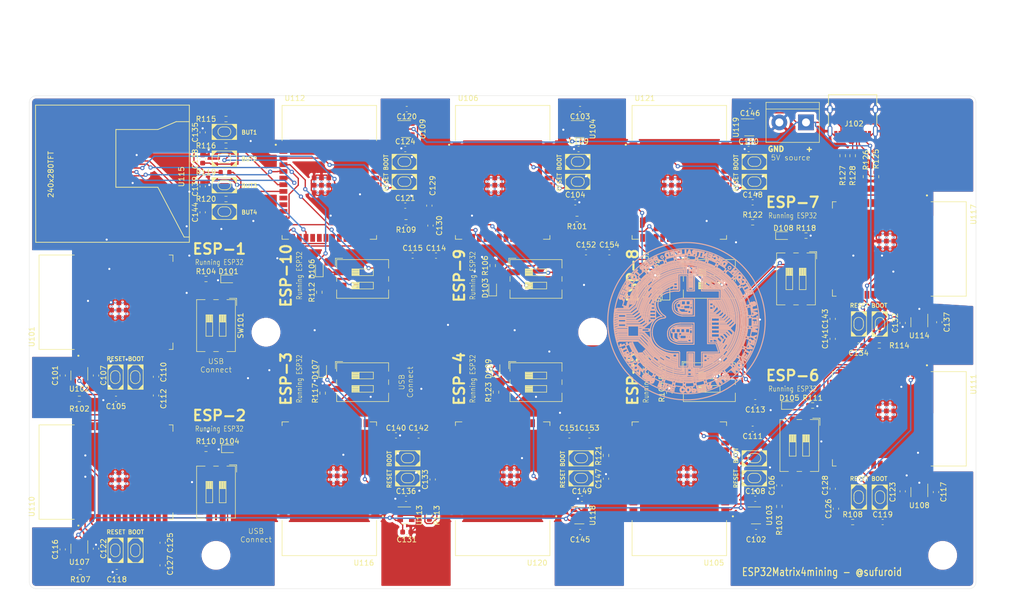
<source format=kicad_pcb>
(kicad_pcb (version 20171130) (host pcbnew "(5.1.12)-1")
  (title_block (title MINITX10ESP) (date 2022-05-26) (rev 0.3) (company @sulfuroid))
  (layers (0 F.Cu signal) (31 B.Cu signal) (34 B.Paste user) (35 F.Paste user) (36 B.SilkS user) (37 F.SilkS user) (38 B.Mask user) (39 F.Mask user) (44 Edge.Cuts user))
  (net 0 "")
  (net 1 /VUSB)
  (net 2 GND)
  (net 3 /RST9)
  (net 4 /RST1)
  (net 5 /RST5)
  (net 6 /+3.3_1)
  (net 7 /+3.3_5)
  (net 8 /+3.3_9)
  (net 9 /RST2)
  (net 10 /RST6)
  (net 11 /RST10)
  (net 12 /+3.3_2)
  (net 13 /+3.3_6)
  (net 14 /+3.3_10)
  (net 15 /RST3)
  (net 16 /RST7)
  (net 17 "Net-(C135-Pad1)")
  (net 18 /+3.3_3)
  (net 19 /+3.3_7)
  (net 20 "Net-(C138-Pad1)")
  (net 21 "Net-(C139-Pad1)")
  (net 22 "Net-(C144-Pad1)")
  (net 23 /RST4)
  (net 24 /RST8)
  (net 25 /+3.3_4)
  (net 26 /+3.3_8)
  (net 27 "Net-(D101-Pad1)")
  (net 28 /ACTIONLLED1)
  (net 29 /ACTIONLLED5)
  (net 30 "Net-(D102-Pad1)")
  (net 31 "Net-(D103-Pad1)")
  (net 32 /ACTIONLLED9)
  (net 33 /ACTIONLLED2)
  (net 34 "Net-(D104-Pad1)")
  (net 35 /ACTIONLLED6)
  (net 36 "Net-(D105-Pad1)")
  (net 37 "Net-(D106-Pad1)")
  (net 38 /ACTIONLLED10)
  (net 39 "Net-(D107-Pad1)")
  (net 40 /ACTIONLLED3)
  (net 41 /ACTIONLLED7)
  (net 42 "Net-(D108-Pad1)")
  (net 43 /ACTIONLLED4)
  (net 44 "Net-(D109-Pad1)")
  (net 45 "Net-(D110-Pad1)")
  (net 46 /ACTIONLLED8)
  (net 47 "Net-(J102-PadA7)")
  (net 48 "Net-(J102-PadA6)")
  (net 49 "Net-(J102-PadB5)")
  (net 50 "Net-(J102-PadA5)")
  (net 51 /D-)
  (net 52 /D+)
  (net 53 /D1+)
  (net 54 /D1-)
  (net 55 /D5-)
  (net 56 /D5+)
  (net 57 /D9-)
  (net 58 /D9+)
  (net 59 "Net-(SW107-Pad2)")
  (net 60 "Net-(SW108-Pad2)")
  (net 61 "Net-(SW109-Pad2)")
  (net 62 /D2-)
  (net 63 /D2+)
  (net 64 /D6+)
  (net 65 /D6-)
  (net 66 /D10-)
  (net 67 /D10+)
  (net 68 "Net-(SW116-Pad2)")
  (net 69 "Net-(SW117-Pad2)")
  (net 70 "Net-(SW118-Pad2)")
  (net 71 /D3+)
  (net 72 /D3-)
  (net 73 /D7+)
  (net 74 /D7-)
  (net 75 "Net-(SW123-Pad2)")
  (net 76 "Net-(SW124-Pad2)")
  (net 77 /BUT1)
  (net 78 /BUT2)
  (net 79 /BUT3)
  (net 80 /BUT4)
  (net 81 /D4+)
  (net 82 /D4-)
  (net 83 /D8-)
  (net 84 /D8+)
  (net 85 "Net-(SW133-Pad2)")
  (net 86 "Net-(SW134-Pad2)")
  (net 87 /RSTDISP)
  (net 88 /DispCS)
  (net 89 /MOSI)
  (net 90 /SCK)
  (net 91 /DispDC)
  (module 27sharp:BTC6 (layer B.Cu) (at 161.29 79.883 180)
    (fp_text reference REF** hide)
    (fp_text value BTC6)
  )
  (module Capacitor_SMD:C_0603_1608Metric (layer F.Cu) (at 42.545 72.39 90)
    (fp_text reference C101 (at 0 -1.43 90) (layer F.SilkS))
    (fp_text value 1uF)
    (pad 2 smd roundrect (at 0.775 0 90) (size 0.9 0.95) (layers F.Cu F.Paste F.Mask) (net 1 /VUSB))
    (pad 1 smd roundrect (at -0.775 0 90) (size 0.9 0.95) (layers F.Cu F.Paste F.Mask) (net 2 GND))
  )
  (module Capacitor_SMD:C_0603_1608Metric (layer F.Cu) (at 174.625 102.235 180)
    (fp_text reference C102 (at 0 -1.43) (layer F.SilkS))
    (fp_text value 1uF)
    (pad 1 smd roundrect (at -0.775 0 180) (size 0.9 0.95) (layers F.Cu F.Paste F.Mask) (net 2 GND))
    (pad 2 smd roundrect (at 0.775 0 180) (size 0.9 0.95) (layers F.Cu F.Paste F.Mask) (net 1 /VUSB))
  )
  (module Capacitor_SMD:C_0603_1608Metric (layer F.Cu) (at 141.11 21.59 180)
    (fp_text reference C103 (at 0 -1.43) (layer F.SilkS))
    (fp_text value 1uF)
    (pad 2 smd roundrect (at 0.775 0 180) (size 0.9 0.95) (layers F.Cu F.Paste F.Mask) (net 1 /VUSB))
    (pad 1 smd roundrect (at -0.775 0 180) (size 0.9 0.95) (layers F.Cu F.Paste F.Mask) (net 2 GND))
  )
  (module Capacitor_SMD:C_0603_1608Metric (layer F.Cu) (at 140.195 39.37)
    (fp_text reference C104 (at 0 -1.43) (layer F.SilkS))
    (fp_text value 1uF)
    (pad 2 smd roundrect (at 0.775 0) (size 0.9 0.95) (layers F.Cu F.Paste F.Mask) (net 2 GND))
    (pad 1 smd roundrect (at -0.775 0) (size 0.9 0.95) (layers F.Cu F.Paste F.Mask) (net 3 /RST9))
  )
  (module Capacitor_SMD:C_0603_1608Metric (layer F.Cu) (at 52.705 76.835 180)
    (fp_text reference C105 (at 0 -1.43) (layer F.SilkS))
    (fp_text value 1uF)
    (pad 2 smd roundrect (at 0.775 0 180) (size 0.9 0.95) (layers F.Cu F.Paste F.Mask) (net 2 GND))
    (pad 1 smd roundrect (at -0.775 0 180) (size 0.9 0.95) (layers F.Cu F.Paste F.Mask) (net 4 /RST1))
  )
  (module Capacitor_SMD:C_0603_1608Metric (layer F.Cu) (at 179.07 93.345 90)
    (fp_text reference C106 (at 0 -1.43 90) (layer F.SilkS))
    (fp_text value 1uF)
    (pad 2 smd roundrect (at 0.775 0 90) (size 0.9 0.95) (layers F.Cu F.Paste F.Mask) (net 2 GND))
    (pad 1 smd roundrect (at -0.775 0 90) (size 0.9 0.95) (layers F.Cu F.Paste F.Mask) (net 5 /RST5))
  )
  (module Capacitor_SMD:C_0603_1608Metric (layer F.Cu) (at 48.895 72.39 270)
    (fp_text reference C107 (at 0 -1.43 90) (layer F.SilkS))
    (fp_text value 1uF)
    (pad 2 smd roundrect (at 0.775 0 270) (size 0.9 0.95) (layers F.Cu F.Paste F.Mask) (net 6 /+3.3_1))
    (pad 1 smd roundrect (at -0.775 0 270) (size 0.9 0.95) (layers F.Cu F.Paste F.Mask) (net 2 GND))
  )
  (module Capacitor_SMD:C_0603_1608Metric (layer F.Cu) (at 174.485 95.885)
    (fp_text reference C108 (at 0 -1.43) (layer F.SilkS))
    (fp_text value 1uF)
    (pad 1 smd roundrect (at -0.775 0) (size 0.9 0.95) (layers F.Cu F.Paste F.Mask) (net 2 GND))
    (pad 2 smd roundrect (at 0.775 0) (size 0.9 0.95) (layers F.Cu F.Paste F.Mask) (net 7 /+3.3_5))
  )
  (module Capacitor_SMD:C_0603_1608Metric (layer F.Cu) (at 140.83 29.21)
    (fp_text reference C109 (at 0 -1.43) (layer F.SilkS))
    (fp_text value 1uF)
    (pad 1 smd roundrect (at -0.775 0) (size 0.9 0.95) (layers F.Cu F.Paste F.Mask) (net 2 GND))
    (pad 2 smd roundrect (at 0.775 0) (size 0.9 0.95) (layers F.Cu F.Paste F.Mask) (net 8 /+3.3_9))
  )
  (module Capacitor_SMD:C_0603_1608Metric (layer F.Cu) (at 60.325 72.635 270)
    (fp_text reference C110 (at -0.880001 -1.43 90) (layer F.SilkS))
    (fp_text value 100nF)
    (pad 2 smd roundrect (at 0.775 0 270) (size 0.9 0.95) (layers F.Cu F.Paste F.Mask) (net 2 GND))
    (pad 1 smd roundrect (at -0.775 0 270) (size 0.9 0.95) (layers F.Cu F.Paste F.Mask) (net 6 /+3.3_1))
  )
  (module Capacitor_SMD:C_0603_1608Metric (layer F.Cu) (at 173.99 82.55 180)
    (fp_text reference C111 (at 0 -1.43) (layer F.SilkS))
    (fp_text value 100nF)
    (pad 2 smd roundrect (at 0.775 0 180) (size 0.9 0.95) (layers F.Cu F.Paste F.Mask) (net 2 GND))
    (pad 1 smd roundrect (at -0.775 0 180) (size 0.9 0.95) (layers F.Cu F.Paste F.Mask) (net 7 /+3.3_5))
  )
  (module Capacitor_SMD:C_0603_1608Metric (layer F.Cu) (at 60.325 76.2 270)
    (fp_text reference C112 (at 0.635 -1.43 90) (layer F.SilkS))
    (fp_text value 1uF)
    (pad 2 smd roundrect (at 0.775 0 270) (size 0.9 0.95) (layers F.Cu F.Paste F.Mask) (net 2 GND))
    (pad 1 smd roundrect (at -0.775 0 270) (size 0.9 0.95) (layers F.Cu F.Paste F.Mask) (net 6 /+3.3_1))
  )
  (module Capacitor_SMD:C_0603_1608Metric (layer F.Cu) (at 174.485 77.47 180)
    (fp_text reference C113 (at 0 -1.43) (layer F.SilkS))
    (fp_text value 1uF)
    (pad 2 smd roundrect (at 0.775 0 180) (size 0.9 0.95) (layers F.Cu F.Paste F.Mask) (net 2 GND))
    (pad 1 smd roundrect (at -0.775 0 180) (size 0.9 0.95) (layers F.Cu F.Paste F.Mask) (net 7 /+3.3_5))
  )
  (module Capacitor_SMD:C_0603_1608Metric (layer F.Cu) (at 113.665 49.53)
    (fp_text reference C114 (at 0 -1.43) (layer F.SilkS))
    (fp_text value 100nF)
    (pad 1 smd roundrect (at -0.775 0) (size 0.9 0.95) (layers F.Cu F.Paste F.Mask) (net 8 /+3.3_9))
    (pad 2 smd roundrect (at 0.775 0) (size 0.9 0.95) (layers F.Cu F.Paste F.Mask) (net 2 GND))
  )
  (module Capacitor_SMD:C_0603_1608Metric (layer F.Cu) (at 109.22 49.53)
    (fp_text reference C115 (at 0 -1.43) (layer F.SilkS))
    (fp_text value 1uF)
    (pad 1 smd roundrect (at -0.775 0) (size 0.9 0.95) (layers F.Cu F.Paste F.Mask) (net 8 /+3.3_9))
    (pad 2 smd roundrect (at 0.775 0) (size 0.9 0.95) (layers F.Cu F.Paste F.Mask) (net 2 GND))
  )
  (module Capacitor_SMD:C_0603_1608Metric (layer F.Cu) (at 42.545 105.55 90)
    (fp_text reference C116 (at 0 -1.43 90) (layer F.SilkS))
    (fp_text value 1uF)
    (pad 2 smd roundrect (at 0.775 0 90) (size 0.9 0.95) (layers F.Cu F.Paste F.Mask) (net 1 /VUSB))
    (pad 1 smd roundrect (at -0.775 0 90) (size 0.9 0.95) (layers F.Cu F.Paste F.Mask) (net 2 GND))
  )
  (module Capacitor_SMD:C_0603_1608Metric (layer F.Cu) (at 208.915 94.615 270)
    (fp_text reference C117 (at 0 -1.43 90) (layer F.SilkS))
    (fp_text value 1uF)
    (pad 1 smd roundrect (at -0.775 0 270) (size 0.9 0.95) (layers F.Cu F.Paste F.Mask) (net 2 GND))
    (pad 2 smd roundrect (at 0.775 0 270) (size 0.9 0.95) (layers F.Cu F.Paste F.Mask) (net 1 /VUSB))
  )
  (module Capacitor_SMD:C_0603_1608Metric (layer F.Cu) (at 52.845 109.855 180)
    (fp_text reference C118 (at 0 -1.43) (layer F.SilkS))
    (fp_text value 1uF)
    (pad 1 smd roundrect (at -0.775 0 180) (size 0.9 0.95) (layers F.Cu F.Paste F.Mask) (net 9 /RST2))
    (pad 2 smd roundrect (at 0.775 0 180) (size 0.9 0.95) (layers F.Cu F.Paste F.Mask) (net 2 GND))
  )
  (module Capacitor_SMD:C_0603_1608Metric (layer F.Cu) (at 198.755 100.33)
    (fp_text reference C119 (at 0 -1.43) (layer F.SilkS))
    (fp_text value 1uF)
    (pad 2 smd roundrect (at 0.775 0) (size 0.9 0.95) (layers F.Cu F.Paste F.Mask) (net 2 GND))
    (pad 1 smd roundrect (at -0.775 0) (size 0.9 0.95) (layers F.Cu F.Paste F.Mask) (net 10 /RST6))
  )
  (module Capacitor_SMD:C_0603_1608Metric (layer F.Cu) (at 108.09 21.59 180)
    (fp_text reference C120 (at 0 -1.43) (layer F.SilkS))
    (fp_text value 1uF)
    (pad 1 smd roundrect (at -0.775 0 180) (size 0.9 0.95) (layers F.Cu F.Paste F.Mask) (net 2 GND))
    (pad 2 smd roundrect (at 0.775 0 180) (size 0.9 0.95) (layers F.Cu F.Paste F.Mask) (net 1 /VUSB))
  )
  (module Capacitor_SMD:C_0603_1608Metric (layer F.Cu) (at 107.81 40.005)
    (fp_text reference C121 (at 0 -1.43) (layer F.SilkS))
    (fp_text value 1uF)
    (pad 2 smd roundrect (at 0.775 0) (size 0.9 0.95) (layers F.Cu F.Paste F.Mask) (net 2 GND))
    (pad 1 smd roundrect (at -0.775 0) (size 0.9 0.95) (layers F.Cu F.Paste F.Mask) (net 11 /RST10))
  )
  (module Capacitor_SMD:C_0603_1608Metric (layer F.Cu) (at 48.895 105.41 270)
    (fp_text reference C122 (at 0 -1.43 90) (layer F.SilkS))
    (fp_text value 1uF)
    (pad 1 smd roundrect (at -0.775 0 270) (size 0.9 0.95) (layers F.Cu F.Paste F.Mask) (net 2 GND))
    (pad 2 smd roundrect (at 0.775 0 270) (size 0.9 0.95) (layers F.Cu F.Paste F.Mask) (net 12 /+3.3_2))
  )
  (module Capacitor_SMD:C_0603_1608Metric (layer F.Cu) (at 202.565 94.475 270)
    (fp_text reference C123 (at 0.14 1.905 90) (layer F.SilkS))
    (fp_text value 1uF)
    (pad 2 smd roundrect (at 0.775 0 270) (size 0.9 0.95) (layers F.Cu F.Paste F.Mask) (net 13 /+3.3_6))
    (pad 1 smd roundrect (at -0.775 0 270) (size 0.9 0.95) (layers F.Cu F.Paste F.Mask) (net 2 GND))
  )
  (module Capacitor_SMD:C_0603_1608Metric (layer F.Cu) (at 107.81 29.21)
    (fp_text reference C124 (at 0 -1.43) (layer F.SilkS))
    (fp_text value 1uF)
    (pad 2 smd roundrect (at 0.775 0) (size 0.9 0.95) (layers F.Cu F.Paste F.Mask) (net 14 /+3.3_10))
    (pad 1 smd roundrect (at -0.775 0) (size 0.9 0.95) (layers F.Cu F.Paste F.Mask) (net 2 GND))
  )
  (module Capacitor_SMD:C_0603_1608Metric (layer F.Cu) (at 61.595 104.28 270)
    (fp_text reference C125 (at 0 -1.43 90) (layer F.SilkS))
    (fp_text value 100nF)
    (pad 2 smd roundrect (at 0.775 0 270) (size 0.9 0.95) (layers F.Cu F.Paste F.Mask) (net 2 GND))
    (pad 1 smd roundrect (at -0.775 0 270) (size 0.9 0.95) (layers F.Cu F.Paste F.Mask) (net 12 /+3.3_2))
  )
  (module Capacitor_SMD:C_0603_1608Metric (layer F.Cu) (at 189.865 97.79 90)
    (fp_text reference C126 (at 0 -1.43 90) (layer F.SilkS))
    (fp_text value 100nF)
    (pad 2 smd roundrect (at 0.775 0 90) (size 0.9 0.95) (layers F.Cu F.Paste F.Mask) (net 2 GND))
    (pad 1 smd roundrect (at -0.775 0 90) (size 0.9 0.95) (layers F.Cu F.Paste F.Mask) (net 13 /+3.3_6))
  )
  (module Capacitor_SMD:C_0603_1608Metric (layer F.Cu) (at 61.595 108.585 270)
    (fp_text reference C127 (at 0 -1.43 90) (layer F.SilkS))
    (fp_text value 1uF)
    (pad 1 smd roundrect (at -0.775 0 270) (size 0.9 0.95) (layers F.Cu F.Paste F.Mask) (net 12 /+3.3_2))
    (pad 2 smd roundrect (at 0.775 0 270) (size 0.9 0.95) (layers F.Cu F.Paste F.Mask) (net 2 GND))
  )
  (module Capacitor_SMD:C_0603_1608Metric (layer F.Cu) (at 189.23 93.98 90)
    (fp_text reference C128 (at 0.635 -1.43 90) (layer F.SilkS))
    (fp_text value 1uF)
    (pad 2 smd roundrect (at 0.775 0 90) (size 0.9 0.95) (layers F.Cu F.Paste F.Mask) (net 2 GND))
    (pad 1 smd roundrect (at -0.775 0 90) (size 0.9 0.95) (layers F.Cu F.Paste F.Mask) (net 13 /+3.3_6))
  )
  (module Capacitor_SMD:C_0603_1608Metric (layer F.Cu) (at 112.395 40.005 90)
    (fp_text reference C129 (at 3.81 0.635 90) (layer F.SilkS))
    (fp_text value 100nF)
    (pad 2 smd roundrect (at 0.775 0 90) (size 0.9 0.95) (layers F.Cu F.Paste F.Mask) (net 2 GND))
    (pad 1 smd roundrect (at -0.775 0 90) (size 0.9 0.95) (layers F.Cu F.Paste F.Mask) (net 14 /+3.3_10))
  )
  (module Capacitor_SMD:C_0603_1608Metric (layer F.Cu) (at 112.61 43.81 90)
    (fp_text reference C130 (at -0.005001 1.689999 90) (layer F.SilkS))
    (fp_text value 1uF)
    (pad 1 smd roundrect (at -0.775 0 90) (size 0.9 0.95) (layers F.Cu F.Paste F.Mask) (net 14 /+3.3_10))
    (pad 2 smd roundrect (at 0.775 0 90) (size 0.9 0.95) (layers F.Cu F.Paste F.Mask) (net 2 GND))
  )
  (module Capacitor_SMD:C_0603_1608Metric (layer F.Cu) (at 108.09 102.235 180)
    (fp_text reference C131 (at 0 -1.43) (layer F.SilkS))
    (fp_text value 1uF)
    (pad 2 smd roundrect (at 0.775 0 180) (size 0.9 0.95) (layers F.Cu F.Paste F.Mask) (net 1 /VUSB))
    (pad 1 smd roundrect (at -0.775 0 180) (size 0.9 0.95) (layers F.Cu F.Paste F.Mask) (net 2 GND))
  )
  (module Capacitor_SMD:C_0603_1608Metric (layer F.Cu) (at 202.565 62.37 90)
    (fp_text reference C132 (at 0 -1.43 90) (layer F.SilkS))
    (fp_text value 1uF)
    (pad 1 smd roundrect (at -0.775 0 90) (size 0.9 0.95) (layers F.Cu F.Paste F.Mask) (net 2 GND))
    (pad 2 smd roundrect (at 0.775 0 90) (size 0.9 0.95) (layers F.Cu F.Paste F.Mask) (net 1 /VUSB))
  )
  (module Capacitor_SMD:C_0603_1608Metric (layer F.Cu) (at 113.03 92.215 90)
    (fp_text reference C133 (at 0 -1.43 90) (layer F.SilkS))
    (fp_text value 1uF)
    (pad 1 smd roundrect (at -0.775 0 90) (size 0.9 0.95) (layers F.Cu F.Paste F.Mask) (net 15 /RST3))
    (pad 2 smd roundrect (at 0.775 0 90) (size 0.9 0.95) (layers F.Cu F.Paste F.Mask) (net 2 GND))
  )
  (module Capacitor_SMD:C_0603_1608Metric (layer F.Cu) (at 194.17 66.675 180)
    (fp_text reference C134 (at 0 -1.43) (layer F.SilkS))
    (fp_text value 1uF)
    (pad 2 smd roundrect (at 0.775 0 180) (size 0.9 0.95) (layers F.Cu F.Paste F.Mask) (net 2 GND))
    (pad 1 smd roundrect (at -0.775 0 180) (size 0.9 0.95) (layers F.Cu F.Paste F.Mask) (net 16 /RST7))
  )
  (module Capacitor_SMD:C_0603_1608Metric (layer F.Cu) (at 69.215 26.035 90)
    (fp_text reference C135 (at 0 -1.43 90) (layer F.SilkS))
    (fp_text value 1uF)
    (pad 1 smd roundrect (at -0.775 0 90) (size 0.9 0.95) (layers F.Cu F.Paste F.Mask) (net 17 "Net-(C135-Pad1)"))
    (pad 2 smd roundrect (at 0.775 0 90) (size 0.9 0.95) (layers F.Cu F.Paste F.Mask) (net 2 GND))
  )
  (module Capacitor_SMD:C_0603_1608Metric (layer F.Cu) (at 107.95 95.885)
    (fp_text reference C136 (at 0 -1.43) (layer F.SilkS))
    (fp_text value 1uF)
    (pad 2 smd roundrect (at 0.775 0) (size 0.9 0.95) (layers F.Cu F.Paste F.Mask) (net 18 /+3.3_3))
    (pad 1 smd roundrect (at -0.775 0) (size 0.9 0.95) (layers F.Cu F.Paste F.Mask) (net 2 GND))
  )
  (module Capacitor_SMD:C_0603_1608Metric (layer F.Cu) (at 209.55 62.23 270)
    (fp_text reference C137 (at 0 -1.43 90) (layer F.SilkS))
    (fp_text value 1uF)
    (pad 2 smd roundrect (at 0.775 0 270) (size 0.9 0.95) (layers F.Cu F.Paste F.Mask) (net 19 /+3.3_7))
    (pad 1 smd roundrect (at -0.775 0 270) (size 0.9 0.95) (layers F.Cu F.Paste F.Mask) (net 2 GND))
  )
  (module Capacitor_SMD:C_0603_1608Metric (layer F.Cu) (at 69.215 31.115 90)
    (fp_text reference C138 (at 0 -1.43 90) (layer F.SilkS))
    (fp_text value 1uF)
    (pad 1 smd roundrect (at -0.775 0 90) (size 0.9 0.95) (layers F.Cu F.Paste F.Mask) (net 20 "Net-(C138-Pad1)"))
    (pad 2 smd roundrect (at 0.775 0 90) (size 0.9 0.95) (layers F.Cu F.Paste F.Mask) (net 2 GND))
  )
  (module Capacitor_SMD:C_0603_1608Metric (layer F.Cu) (at 69.215 36.335 90)
    (fp_text reference C139 (at 0 -1.43 90) (layer F.SilkS))
    (fp_text value 1uF)
    (pad 1 smd roundrect (at -0.775 0 90) (size 0.9 0.95) (layers F.Cu F.Paste F.Mask) (net 21 "Net-(C139-Pad1)"))
    (pad 2 smd roundrect (at 0.775 0 90) (size 0.9 0.95) (layers F.Cu F.Paste F.Mask) (net 2 GND))
  )
  (module Capacitor_SMD:C_0603_1608Metric (layer F.Cu) (at 106.045 83.82)
    (fp_text reference C140 (at 0 -1.43) (layer F.SilkS))
    (fp_text value 100nF)
    (pad 1 smd roundrect (at -0.775 0) (size 0.9 0.95) (layers F.Cu F.Paste F.Mask) (net 18 /+3.3_3))
    (pad 2 smd roundrect (at 0.775 0) (size 0.9 0.95) (layers F.Cu F.Paste F.Mask) (net 2 GND))
  )
  (module Capacitor_SMD:C_0603_1608Metric (layer F.Cu) (at 189.23 65.405 90)
    (fp_text reference C141 (at 0 -1.43 90) (layer F.SilkS))
    (fp_text value 100nF)
    (pad 2 smd roundrect (at 0.775 0 90) (size 0.9 0.95) (layers F.Cu F.Paste F.Mask) (net 2 GND))
    (pad 1 smd roundrect (at -0.775 0 90) (size 0.9 0.95) (layers F.Cu F.Paste F.Mask) (net 19 /+3.3_7))
  )
  (module Capacitor_SMD:C_0603_1608Metric (layer F.Cu) (at 110.35 83.82)
    (fp_text reference C142 (at 0 -1.43) (layer F.SilkS))
    (fp_text value 1uF)
    (pad 1 smd roundrect (at -0.775 0) (size 0.9 0.95) (layers F.Cu F.Paste F.Mask) (net 18 /+3.3_3))
    (pad 2 smd roundrect (at 0.775 0) (size 0.9 0.95) (layers F.Cu F.Paste F.Mask) (net 2 GND))
  )
  (module Capacitor_SMD:C_0603_1608Metric (layer F.Cu) (at 189.23 61.595 90)
    (fp_text reference C143 (at 0 -1.43 90) (layer F.SilkS))
    (fp_text value 1uF)
    (pad 1 smd roundrect (at -0.775 0 90) (size 0.9 0.95) (layers F.Cu F.Paste F.Mask) (net 19 /+3.3_7))
    (pad 2 smd roundrect (at 0.775 0 90) (size 0.9 0.95) (layers F.Cu F.Paste F.Mask) (net 2 GND))
  )
  (module Capacitor_SMD:C_0603_1608Metric (layer F.Cu) (at 69.215 41.275 90)
    (fp_text reference C144 (at 0 -1.43 90) (layer F.SilkS))
    (fp_text value 1uF)
    (pad 1 smd roundrect (at -0.775 0 90) (size 0.9 0.95) (layers F.Cu F.Paste F.Mask) (net 22 "Net-(C144-Pad1)"))
    (pad 2 smd roundrect (at 0.775 0 90) (size 0.9 0.95) (layers F.Cu F.Paste F.Mask) (net 2 GND))
  )
  (module Capacitor_SMD:C_0603_1608Metric (layer F.Cu) (at 141.11 102.235 180)
    (fp_text reference C145 (at 0 -1.43) (layer F.SilkS))
    (fp_text value 1uF)
    (pad 1 smd roundrect (at -0.775 0 180) (size 0.9 0.95) (layers F.Cu F.Paste F.Mask) (net 2 GND))
    (pad 2 smd roundrect (at 0.775 0 180) (size 0.9 0.95) (layers F.Cu F.Paste F.Mask) (net 1 /VUSB))
  )
  (module Capacitor_SMD:C_0603_1608Metric (layer F.Cu) (at 173.495 20.955 180)
    (fp_text reference C146 (at 0 -1.43) (layer F.SilkS))
    (fp_text value 1uF)
    (pad 1 smd roundrect (at -0.775 0 180) (size 0.9 0.95) (layers F.Cu F.Paste F.Mask) (net 2 GND))
    (pad 2 smd roundrect (at 0.775 0 180) (size 0.9 0.95) (layers F.Cu F.Paste F.Mask) (net 1 /VUSB))
  )
  (module Capacitor_SMD:C_0603_1608Metric (layer F.Cu) (at 146.05 92.075 90)
    (fp_text reference C147 (at 0 -1.43 90) (layer F.SilkS))
    (fp_text value 1uF)
    (pad 1 smd roundrect (at -0.775 0 90) (size 0.9 0.95) (layers F.Cu F.Paste F.Mask) (net 23 /RST4))
    (pad 2 smd roundrect (at 0.775 0 90) (size 0.9 0.95) (layers F.Cu F.Paste F.Mask) (net 2 GND))
  )
  (module Capacitor_SMD:C_0603_1608Metric (layer F.Cu) (at 173.99 39.37)
    (fp_text reference C148 (at 0 -1.43) (layer F.SilkS))
    (fp_text value 1uF)
    (pad 1 smd roundrect (at -0.775 0) (size 0.9 0.95) (layers F.Cu F.Paste F.Mask) (net 24 /RST8))
    (pad 2 smd roundrect (at 0.775 0) (size 0.9 0.95) (layers F.Cu F.Paste F.Mask) (net 2 GND))
  )
  (module Capacitor_SMD:C_0603_1608Metric (layer F.Cu) (at 141.465 95.885)
    (fp_text reference C149 (at 0 -1.43) (layer F.SilkS))
    (fp_text value 1uF)
    (pad 1 smd roundrect (at -0.775 0) (size 0.9 0.95) (layers F.Cu F.Paste F.Mask) (net 2 GND))
    (pad 2 smd roundrect (at 0.775 0) (size 0.9 0.95) (layers F.Cu F.Paste F.Mask) (net 25 /+3.3_4))
  )
  (module Capacitor_SMD:C_0603_1608Metric (layer F.Cu) (at 173.215 29.21)
    (fp_text reference C150 (at 0 -1.43) (layer F.SilkS))
    (fp_text value 1uF)
    (pad 2 smd roundrect (at 0.775 0) (size 0.9 0.95) (layers F.Cu F.Paste F.Mask) (net 26 /+3.3_8))
    (pad 1 smd roundrect (at -0.775 0) (size 0.9 0.95) (layers F.Cu F.Paste F.Mask) (net 2 GND))
  )
  (module Capacitor_SMD:C_0603_1608Metric (layer F.Cu) (at 139.065 83.82)
    (fp_text reference C151 (at 0 -1.43) (layer F.SilkS))
    (fp_text value 100nF)
    (pad 1 smd roundrect (at -0.775 0) (size 0.9 0.95) (layers F.Cu F.Paste F.Mask) (net 25 /+3.3_4))
    (pad 2 smd roundrect (at 0.775 0) (size 0.9 0.95) (layers F.Cu F.Paste F.Mask) (net 2 GND))
  )
  (module Capacitor_SMD:C_0603_1608Metric (layer F.Cu) (at 142.24 48.895)
    (fp_text reference C152 (at 0 -1.43) (layer F.SilkS))
    (fp_text value 100nF)
    (pad 2 smd roundrect (at 0.775 0) (size 0.9 0.95) (layers F.Cu F.Paste F.Mask) (net 2 GND))
    (pad 1 smd roundrect (at -0.775 0) (size 0.9 0.95) (layers F.Cu F.Paste F.Mask) (net 26 /+3.3_8))
  )
  (module Capacitor_SMD:C_0603_1608Metric (layer F.Cu) (at 142.875 83.82)
    (fp_text reference C153 (at 0 -1.43) (layer F.SilkS))
    (fp_text value 1uF)
    (pad 1 smd roundrect (at -0.775 0) (size 0.9 0.95) (layers F.Cu F.Paste F.Mask) (net 25 /+3.3_4))
    (pad 2 smd roundrect (at 0.775 0) (size 0.9 0.95) (layers F.Cu F.Paste F.Mask) (net 2 GND))
  )
  (module Capacitor_SMD:C_0603_1608Metric (layer F.Cu) (at 146.685 48.895)
    (fp_text reference C154 (at 0 -1.43) (layer F.SilkS))
    (fp_text value 1uF)
    (pad 2 smd roundrect (at 0.775 0) (size 0.9 0.95) (layers F.Cu F.Paste F.Mask) (net 2 GND))
    (pad 1 smd roundrect (at -0.775 0) (size 0.9 0.95) (layers F.Cu F.Paste F.Mask) (net 26 /+3.3_8))
  )
  (module LED_SMD:LED_0603_1608Metric (layer F.Cu) (at 74.1425 53.975)
    (fp_text reference D101 (at 0 -1.43) (layer F.SilkS))
    (fp_text value ActiveL)
    (pad 1 smd roundrect (at -0.7875 0) (size 0.875 0.95) (layers F.Cu F.Paste F.Mask) (net 27 "Net-(D101-Pad1)"))
    (pad 2 smd roundrect (at 0.7875 0) (size 0.875 0.95) (layers F.Cu F.Paste F.Mask) (net 28 /ACTIONLLED1))
  )
  (module LED_SMD:LED_0603_1608Metric (layer F.Cu) (at 158.115 71.2725 90)
    (fp_text reference D102 (at 0 -1.43 90) (layer F.SilkS))
    (fp_text value ActiveL)
    (pad 2 smd roundrect (at 0.7875 0 90) (size 0.875 0.95) (layers F.Cu F.Paste F.Mask) (net 29 /ACTIONLLED5))
    (pad 1 smd roundrect (at -0.7875 0 90) (size 0.875 0.95) (layers F.Cu F.Paste F.Mask) (net 30 "Net-(D102-Pad1)"))
  )
  (module LED_SMD:LED_0603_1608Metric (layer F.Cu) (at 124.46 55.7275 90)
    (fp_text reference D103 (at 0 -1.43 90) (layer F.SilkS))
    (fp_text value ActiveL)
    (pad 1 smd roundrect (at -0.7875 0 90) (size 0.875 0.95) (layers F.Cu F.Paste F.Mask) (net 31 "Net-(D103-Pad1)"))
    (pad 2 smd roundrect (at 0.7875 0 90) (size 0.875 0.95) (layers F.Cu F.Paste F.Mask) (net 32 /ACTIONLLED9))
  )
  (module LED_SMD:LED_0603_1608Metric (layer F.Cu) (at 74.295 86.36)
    (fp_text reference D104 (at 0 -1.43) (layer F.SilkS))
    (fp_text value ActiveL)
    (pad 2 smd roundrect (at 0.7875 0) (size 0.875 0.95) (layers F.Cu F.Paste F.Mask) (net 33 /ACTIONLLED2))
    (pad 1 smd roundrect (at -0.7875 0) (size 0.875 0.95) (layers F.Cu F.Paste F.Mask) (net 34 "Net-(D104-Pad1)"))
  )
  (module LED_SMD:LED_0603_1608Metric (layer F.Cu) (at 180.975 78.105)
    (fp_text reference D105 (at 0 -1.43) (layer F.SilkS))
    (fp_text value ActiveL)
    (pad 2 smd roundrect (at 0.7875 0) (size 0.875 0.95) (layers F.Cu F.Paste F.Mask) (net 35 /ACTIONLLED6))
    (pad 1 smd roundrect (at -0.7875 0) (size 0.875 0.95) (layers F.Cu F.Paste F.Mask) (net 36 "Net-(D105-Pad1)"))
  )
  (module LED_SMD:LED_0603_1608Metric (layer F.Cu) (at 91.44 52.07 90)
    (fp_text reference D106 (at 0 -1.43 90) (layer F.SilkS))
    (fp_text value ActiveL)
    (pad 1 smd roundrect (at -0.7875 0 90) (size 0.875 0.95) (layers F.Cu F.Paste F.Mask) (net 37 "Net-(D106-Pad1)"))
    (pad 2 smd roundrect (at 0.7875 0 90) (size 0.875 0.95) (layers F.Cu F.Paste F.Mask) (net 38 /ACTIONLLED10))
  )
  (module LED_SMD:LED_0603_1608Metric (layer F.Cu) (at 92.075 71.2725 90)
    (fp_text reference D107 (at 0 -1.43 90) (layer F.SilkS))
    (fp_text value ActiveL)
    (pad 1 smd roundrect (at -0.7875 0 90) (size 0.875 0.95) (layers F.Cu F.Paste F.Mask) (net 39 "Net-(D107-Pad1)"))
    (pad 2 smd roundrect (at 0.7875 0 90) (size 0.875 0.95) (layers F.Cu F.Paste F.Mask) (net 40 /ACTIONLLED3))
  )
  (module LED_SMD:LED_0603_1608Metric (layer F.Cu) (at 179.858 45.72)
    (fp_text reference D108 (at 0 -1.43) (layer F.SilkS))
    (fp_text value ActiveL)
    (pad 2 smd roundrect (at 0.7875 0) (size 0.875 0.95) (layers F.Cu F.Paste F.Mask) (net 41 /ACTIONLLED7))
    (pad 1 smd roundrect (at -0.7875 0) (size 0.875 0.95) (layers F.Cu F.Paste F.Mask) (net 42 "Net-(D108-Pad1)"))
  )
  (module LED_SMD:LED_0603_1608Metric (layer F.Cu) (at 125.095 71.12 90)
    (fp_text reference D109 (at 0 -1.43 90) (layer F.SilkS))
    (fp_text value ActiveL)
    (pad 2 smd roundrect (at 0.7875 0 90) (size 0.875 0.95) (layers F.Cu F.Paste F.Mask) (net 43 /ACTIONLLED4))
    (pad 1 smd roundrect (at -0.7875 0 90) (size 0.875 0.95) (layers F.Cu F.Paste F.Mask) (net 44 "Net-(D109-Pad1)"))
  )
  (module LED_SMD:LED_0603_1608Metric (layer F.Cu) (at 157.48 56.515 90)
    (fp_text reference D110 (at 0 -1.43 90) (layer F.SilkS))
    (fp_text value ActiveL)
    (pad 1 smd roundrect (at -0.7875 0 90) (size 0.875 0.95) (layers F.Cu F.Paste F.Mask) (net 45 "Net-(D110-Pad1)"))
    (pad 2 smd roundrect (at 0.7875 0 90) (size 0.875 0.95) (layers F.Cu F.Paste F.Mask) (net 46 /ACTIONLLED8))
  )
  (module TerminalBlock:TerminalBlock_bornier-2_P5.08mm (layer F.Cu) (at 184.15 24.13 180)
    (fp_text reference J101 hide)
    (fp_text value ExternalPower5v)
    (pad 1 thru_hole rect (at 0 0 180) (size 3 3) (drill 1.52) (layers *.Cu *.Mask) (net 1 /VUSB))
    (pad 2 thru_hole circle (at 5.08 0 180) (size 3 3) (drill 1.52) (layers *.Cu *.Mask) (net 2 GND))
  )
  (module 27sharp:GT-USB-7010 (layer F.Cu) (at 193.04 23.495 180)
    (fp_text reference J102 (at -0.254 -0.889) (layer F.SilkS))
    (fp_text value USB_C_Receptacle hide)
    (pad S1 thru_hole oval (at -4.32 1.87 180) (size 1 1.6) (drill oval 0.6 1.2) (layers *.Cu *.Mask) (net 2 GND))
    (pad S1 thru_hole oval (at 4.32 1.87 180) (size 1 1.6) (drill oval 0.6 1.2) (layers *.Cu *.Mask) (net 2 GND))
    (pad S1 thru_hole oval (at -4.32 -2.31 180) (size 0.9 2.1) (drill oval 0.5 1.7) (layers *.Cu *.Mask) (net 2 GND))
    (pad S1 thru_hole oval (at 4.32 -2.31 180) (size 0.9 2.1) (drill oval 0.5 1.7) (layers *.Cu *.Mask) (net 2 GND))
    (pad "" np_thru_hole circle (at -2.89 -1.81 180) (size 0.65 0.65) (drill 0.65) (layers *.Cu *.Mask))
    (pad "" np_thru_hole circle (at 2.89 -1.81 180) (size 0.65 0.65) (drill 0.65) (layers *.Cu *.Mask))
    (pad A7 smd rect (at 0.25 -3.15 180) (size 0.3 1.75) (layers F.Cu F.Paste F.Mask) (net 47 "Net-(J102-PadA7)"))
    (pad B6 smd rect (at 0.75 -3.15 180) (size 0.3 1.75) (layers F.Cu F.Paste F.Mask) (net 48 "Net-(J102-PadA6)"))
    (pad A8 smd rect (at 1.25 -3.15 180) (size 0.3 1.75) (layers F.Cu F.Paste F.Mask))
    (pad B5 smd rect (at 1.75 -3.15 180) (size 0.3 1.75) (layers F.Cu F.Paste F.Mask) (net 49 "Net-(J102-PadB5)"))
    (pad B7 smd rect (at -0.75 -3.15 180) (size 0.3 1.75) (layers F.Cu F.Paste F.Mask) (net 47 "Net-(J102-PadA7)"))
    (pad B8 smd rect (at -1.75 -3.15 180) (size 0.3 1.75) (layers F.Cu F.Paste F.Mask))
    (pad A5 smd rect (at -1.25 -3.15 180) (size 0.3 1.75) (layers F.Cu F.Paste F.Mask) (net 50 "Net-(J102-PadA5)"))
    (pad A6 smd rect (at -0.25 -3.15 180) (size 0.3 1.75) (layers F.Cu F.Paste F.Mask) (net 48 "Net-(J102-PadA6)"))
    (pad A1 smd rect (at -3.35 -3.15 180) (size 0.3 1.75) (layers F.Cu F.Paste F.Mask) (net 2 GND))
    (pad B12 smd rect (at -3.05 -3.15 180) (size 0.3 1.75) (layers F.Cu F.Paste F.Mask) (net 2 GND))
    (pad A4 smd rect (at -2.55 -3.15 180) (size 0.3 1.75) (layers F.Cu F.Paste F.Mask) (net 1 /VUSB))
    (pad B9 smd rect (at -2.25 -3.15 180) (size 0.3 1.75) (layers F.Cu F.Paste F.Mask) (net 1 /VUSB))
    (pad A9 smd rect (at 2.55 -3.15 180) (size 0.3 1.75) (layers F.Cu F.Paste F.Mask) (net 1 /VUSB))
    (pad B4 smd rect (at 2.25 -3.15 180) (size 0.3 1.75) (layers F.Cu F.Paste F.Mask) (net 1 /VUSB))
    (pad B1 smd rect (at 3.05 -3.15 180) (size 0.3 1.75) (layers F.Cu F.Paste F.Mask) (net 2 GND))
    (pad A12 smd rect (at 3.35 -3.15 180) (size 0.3 1.75) (layers F.Cu F.Paste F.Mask) (net 2 GND))
  )
  (module Resistor_SMD:R_0603_1608Metric (layer F.Cu) (at 140.525 42.545 180)
    (fp_text reference R101 (at 0 -1.43) (layer F.SilkS))
    (fp_text value 10K)
    (pad 1 smd roundrect (at -0.825 0 180) (size 0.8 0.95) (layers F.Cu F.Paste F.Mask) (net 8 /+3.3_9))
    (pad 2 smd roundrect (at 0.825 0 180) (size 0.8 0.95) (layers F.Cu F.Paste F.Mask) (net 3 /RST9))
  )
  (module Resistor_SMD:R_0603_1608Metric (layer F.Cu) (at 45.72 76.835)
    (fp_text reference R102 (at 0 1.905) (layer F.SilkS))
    (fp_text value 10K)
    (pad 2 smd roundrect (at 0.825 0) (size 0.8 0.95) (layers F.Cu F.Paste F.Mask) (net 4 /RST1))
    (pad 1 smd roundrect (at -0.825 0) (size 0.8 0.95) (layers F.Cu F.Paste F.Mask) (net 6 /+3.3_1))
  )
  (module Resistor_SMD:R_0603_1608Metric (layer F.Cu) (at 179.07 97.345 90)
    (fp_text reference R103 (at -3.62 0 90) (layer F.SilkS))
    (fp_text value 10K)
    (pad 2 smd roundrect (at 0.825 0 90) (size 0.8 0.95) (layers F.Cu F.Paste F.Mask) (net 5 /RST5))
    (pad 1 smd roundrect (at -0.825 0 90) (size 0.8 0.95) (layers F.Cu F.Paste F.Mask) (net 7 /+3.3_5))
  )
  (module Resistor_SMD:R_0603_1608Metric (layer F.Cu) (at 69.85 53.975)
    (fp_text reference R104 (at 0 -1.43) (layer F.SilkS))
    (fp_text value 330R)
    (pad 1 smd roundrect (at -0.825 0) (size 0.8 0.95) (layers F.Cu F.Paste F.Mask) (net 27 "Net-(D101-Pad1)"))
    (pad 2 smd roundrect (at 0.825 0) (size 0.8 0.95) (layers F.Cu F.Paste F.Mask) (net 2 GND))
  )
  (module Resistor_SMD:R_0603_1608Metric (layer F.Cu) (at 158.115 75.565 90)
    (fp_text reference R105 (at 0 -1.43 90) (layer F.SilkS))
    (fp_text value 330R)
    (pad 2 smd roundrect (at 0.825 0 90) (size 0.8 0.95) (layers F.Cu F.Paste F.Mask) (net 2 GND))
    (pad 1 smd roundrect (at -0.825 0 90) (size 0.8 0.95) (layers F.Cu F.Paste F.Mask) (net 30 "Net-(D102-Pad1)"))
  )
  (module Resistor_SMD:R_0603_1608Metric (layer F.Cu) (at 124.46 51.435 90)
    (fp_text reference R106 (at 0 -1.43 90) (layer F.SilkS))
    (fp_text value 330R)
    (pad 2 smd roundrect (at 0.825 0 90) (size 0.8 0.95) (layers F.Cu F.Paste F.Mask) (net 2 GND))
    (pad 1 smd roundrect (at -0.825 0 90) (size 0.8 0.95) (layers F.Cu F.Paste F.Mask) (net 31 "Net-(D103-Pad1)"))
  )
  (module Resistor_SMD:R_0603_1608Metric (layer F.Cu) (at 45.91 109.855 180)
    (fp_text reference R107 (at 0 -1.43) (layer F.SilkS))
    (fp_text value 10K)
    (pad 1 smd roundrect (at -0.825 0 180) (size 0.8 0.95) (layers F.Cu F.Paste F.Mask) (net 12 /+3.3_2))
    (pad 2 smd roundrect (at 0.825 0 180) (size 0.8 0.95) (layers F.Cu F.Paste F.Mask) (net 9 /RST2))
  )
  (module Resistor_SMD:R_0603_1608Metric (layer F.Cu) (at 193.04 100.33)
    (fp_text reference R108 (at 0 -1.43) (layer F.SilkS))
    (fp_text value 10K)
    (pad 2 smd roundrect (at 0.825 0) (size 0.8 0.95) (layers F.Cu F.Paste F.Mask) (net 10 /RST6))
    (pad 1 smd roundrect (at -0.825 0) (size 0.8 0.95) (layers F.Cu F.Paste F.Mask) (net 13 /+3.3_6))
  )
  (module Resistor_SMD:R_0603_1608Metric (layer F.Cu) (at 107.95 43.18 180)
    (fp_text reference R109 (at 0 -1.43) (layer F.SilkS))
    (fp_text value 10K)
    (pad 1 smd roundrect (at -0.825 0 180) (size 0.8 0.95) (layers F.Cu F.Paste F.Mask) (net 14 /+3.3_10))
    (pad 2 smd roundrect (at 0.825 0 180) (size 0.8 0.95) (layers F.Cu F.Paste F.Mask) (net 11 /RST10))
  )
  (module Resistor_SMD:R_0603_1608Metric (layer F.Cu) (at 69.85 86.36)
    (fp_text reference R110 (at 0 -1.43) (layer F.SilkS))
    (fp_text value 330R)
    (pad 1 smd roundrect (at -0.825 0) (size 0.8 0.95) (layers F.Cu F.Paste F.Mask) (net 34 "Net-(D104-Pad1)"))
    (pad 2 smd roundrect (at 0.825 0) (size 0.8 0.95) (layers F.Cu F.Paste F.Mask) (net 2 GND))
  )
  (module Resistor_SMD:R_0603_1608Metric (layer F.Cu) (at 185.42 78.105)
    (fp_text reference R111 (at 0 -1.43) (layer F.SilkS))
    (fp_text value 330R)
    (pad 1 smd roundrect (at -0.825 0) (size 0.8 0.95) (layers F.Cu F.Paste F.Mask) (net 36 "Net-(D105-Pad1)"))
    (pad 2 smd roundrect (at 0.825 0) (size 0.8 0.95) (layers F.Cu F.Paste F.Mask) (net 2 GND))
  )
  (module Resistor_SMD:R_0603_1608Metric (layer F.Cu) (at 91.44 56.515 90)
    (fp_text reference R112 (at 0 -1.43 90) (layer F.SilkS))
    (fp_text value 330R)
    (pad 2 smd roundrect (at 0.825 0 90) (size 0.8 0.95) (layers F.Cu F.Paste F.Mask) (net 2 GND))
    (pad 1 smd roundrect (at -0.825 0 90) (size 0.8 0.95) (layers F.Cu F.Paste F.Mask) (net 37 "Net-(D106-Pad1)"))
  )
  (module Resistor_SMD:R_0603_1608Metric (layer F.Cu) (at 112.395 99.06 270)
    (fp_text reference R113 (at 0 -1.43 90) (layer F.SilkS))
    (fp_text value 10K)
    (pad 2 smd roundrect (at 0.825 0 270) (size 0.8 0.95) (layers F.Cu F.Paste F.Mask) (net 15 /RST3))
    (pad 1 smd roundrect (at -0.825 0 270) (size 0.8 0.95) (layers F.Cu F.Paste F.Mask) (net 18 /+3.3_3))
  )
  (module Resistor_SMD:R_0603_1608Metric (layer F.Cu) (at 198.12 66.675 180)
    (fp_text reference R114 (at -3.81 0) (layer F.SilkS))
    (fp_text value 10K)
    (pad 1 smd roundrect (at -0.825 0 180) (size 0.8 0.95) (layers F.Cu F.Paste F.Mask) (net 19 /+3.3_7))
    (pad 2 smd roundrect (at 0.825 0 180) (size 0.8 0.95) (layers F.Cu F.Paste F.Mask) (net 16 /RST7))
  )
  (module Resistor_SMD:R_0603_1608Metric (layer F.Cu) (at 73.66 23.495 180)
    (fp_text reference R115 (at 3.81 0) (layer F.SilkS))
    (fp_text value 10K)
    (pad 2 smd roundrect (at 0.825 0 180) (size 0.8 0.95) (layers F.Cu F.Paste F.Mask) (net 17 "Net-(C135-Pad1)"))
    (pad 1 smd roundrect (at -0.825 0 180) (size 0.8 0.95) (layers F.Cu F.Paste F.Mask) (net 14 /+3.3_10))
  )
  (module Resistor_SMD:R_0603_1608Metric (layer F.Cu) (at 73.66 28.575)
    (fp_text reference R116 (at -3.81 0) (layer F.SilkS))
    (fp_text value 10K)
    (pad 2 smd roundrect (at 0.825 0) (size 0.8 0.95) (layers F.Cu F.Paste F.Mask) (net 20 "Net-(C138-Pad1)"))
    (pad 1 smd roundrect (at -0.825 0) (size 0.8 0.95) (layers F.Cu F.Paste F.Mask) (net 14 /+3.3_10))
  )
  (module Resistor_SMD:R_0603_1608Metric (layer F.Cu) (at 92.075 75.755 90)
    (fp_text reference R117 (at 0 -1.43 90) (layer F.SilkS))
    (fp_text value 330R)
    (pad 1 smd roundrect (at -0.825 0 90) (size 0.8 0.95) (layers F.Cu F.Paste F.Mask) (net 39 "Net-(D107-Pad1)"))
    (pad 2 smd roundrect (at 0.825 0 90) (size 0.8 0.95) (layers F.Cu F.Paste F.Mask) (net 2 GND))
  )
  (module Resistor_SMD:R_0603_1608Metric (layer F.Cu) (at 184.15 45.72)
    (fp_text reference R118 (at 0 -1.43) (layer F.SilkS))
    (fp_text value 330R)
    (pad 2 smd roundrect (at 0.825 0) (size 0.8 0.95) (layers F.Cu F.Paste F.Mask) (net 2 GND))
    (pad 1 smd roundrect (at -0.825 0) (size 0.8 0.95) (layers F.Cu F.Paste F.Mask) (net 42 "Net-(D108-Pad1)"))
  )
  (module Resistor_SMD:R_0603_1608Metric (layer F.Cu) (at 73.47 33.655)
    (fp_text reference R119 (at -3.62 0) (layer F.SilkS))
    (fp_text value 10K)
    (pad 1 smd roundrect (at -0.825 0) (size 0.8 0.95) (layers F.Cu F.Paste F.Mask) (net 14 /+3.3_10))
    (pad 2 smd roundrect (at 0.825 0) (size 0.8 0.95) (layers F.Cu F.Paste F.Mask) (net 21 "Net-(C139-Pad1)"))
  )
  (module Resistor_SMD:R_0603_1608Metric (layer F.Cu) (at 73.66 38.735)
    (fp_text reference R120 (at -3.81 0) (layer F.SilkS))
    (fp_text value 10K)
    (pad 2 smd roundrect (at 0.825 0) (size 0.8 0.95) (layers F.Cu F.Paste F.Mask) (net 22 "Net-(C144-Pad1)"))
    (pad 1 smd roundrect (at -0.825 0) (size 0.8 0.95) (layers F.Cu F.Paste F.Mask) (net 14 /+3.3_10))
  )
  (module Resistor_SMD:R_0603_1608Metric (layer F.Cu) (at 146.05 87.63 90)
    (fp_text reference R121 (at 0 -1.43 90) (layer F.SilkS))
    (fp_text value 10K)
    (pad 2 smd roundrect (at 0.825 0 90) (size 0.8 0.95) (layers F.Cu F.Paste F.Mask) (net 23 /RST4))
    (pad 1 smd roundrect (at -0.825 0 90) (size 0.8 0.95) (layers F.Cu F.Paste F.Mask) (net 25 /+3.3_4))
  )
  (module Resistor_SMD:R_0603_1608Metric (layer F.Cu) (at 173.99 43.18)
    (fp_text reference R122 (at 0 -1.43) (layer F.SilkS))
    (fp_text value 10K)
    (pad 1 smd roundrect (at -0.825 0) (size 0.8 0.95) (layers F.Cu F.Paste F.Mask) (net 26 /+3.3_8))
    (pad 2 smd roundrect (at 0.825 0) (size 0.8 0.95) (layers F.Cu F.Paste F.Mask) (net 24 /RST8))
  )
  (module Resistor_SMD:R_0603_1608Metric (layer F.Cu) (at 125.095 75.565 90)
    (fp_text reference R123 (at 0 -1.43 90) (layer F.SilkS))
    (fp_text value 330R)
    (pad 1 smd roundrect (at -0.825 0 90) (size 0.8 0.95) (layers F.Cu F.Paste F.Mask) (net 44 "Net-(D109-Pad1)"))
    (pad 2 smd roundrect (at 0.825 0 90) (size 0.8 0.95) (layers F.Cu F.Paste F.Mask) (net 2 GND))
  )
  (module Resistor_SMD:R_0603_1608Metric (layer F.Cu) (at 157.48 52.07 90)
    (fp_text reference R124 (at 0 -1.43 90) (layer F.SilkS))
    (fp_text value 330R)
    (pad 2 smd roundrect (at 0.825 0 90) (size 0.8 0.95) (layers F.Cu F.Paste F.Mask) (net 2 GND))
    (pad 1 smd roundrect (at -0.825 0 90) (size 0.8 0.95) (layers F.Cu F.Paste F.Mask) (net 45 "Net-(D110-Pad1)"))
  )
  (module Resistor_SMD:R_0603_1608Metric (layer F.Cu) (at 197.485 34.48 90)
    (fp_text reference R125 (at 3.365 0 90) (layer F.SilkS))
    (fp_text value 5.1K)
    (pad 1 smd roundrect (at -0.825 0 90) (size 0.8 0.95) (layers F.Cu F.Paste F.Mask) (net 2 GND))
    (pad 2 smd roundrect (at 0.825 0 90) (size 0.8 0.95) (layers F.Cu F.Paste F.Mask) (net 50 "Net-(J102-PadA5)"))
  )
  (module Resistor_SMD:R_0603_1608Metric (layer F.Cu) (at 195.58 34.48 90)
    (fp_text reference R126 (at 3.175 0 90) (layer F.SilkS))
    (fp_text value 5.1K)
    (pad 2 smd roundrect (at 0.825 0 90) (size 0.8 0.95) (layers F.Cu F.Paste F.Mask) (net 49 "Net-(J102-PadB5)"))
    (pad 1 smd roundrect (at -0.825 0 90) (size 0.8 0.95) (layers F.Cu F.Paste F.Mask) (net 2 GND))
  )
  (module Resistor_SMD:R_0603_1608Metric (layer F.Cu) (at 191.135 30.48 90)
    (fp_text reference R127 (at -3.81 0 90) (layer F.SilkS))
    (fp_text value 22R)
    (pad 1 smd roundrect (at -0.825 0 90) (size 0.8 0.95) (layers F.Cu F.Paste F.Mask) (net 51 /D-))
    (pad 2 smd roundrect (at 0.825 0 90) (size 0.8 0.95) (layers F.Cu F.Paste F.Mask) (net 47 "Net-(J102-PadA7)"))
  )
  (module Resistor_SMD:R_0603_1608Metric (layer F.Cu) (at 193.04 30.48 90)
    (fp_text reference R128 (at -3.81 0 90) (layer F.SilkS))
    (fp_text value 22R)
    (pad 1 smd roundrect (at -0.825 0 90) (size 0.8 0.95) (layers F.Cu F.Paste F.Mask) (net 52 /D+))
    (pad 2 smd roundrect (at 0.825 0 90) (size 0.8 0.95) (layers F.Cu F.Paste F.Mask) (net 48 "Net-(J102-PadA6)"))
  )
  (module Button_Switch_SMD:SW_DIP_SPSTx02_Slide_9.78x7.26mm_W8.61mm_P2.54mm (layer F.Cu) (at 71.755 62.865 270)
    (fp_text reference SW101 (at 0 -4.69 90) (layer F.SilkS))
    (fp_text value STPSW1)
    (pad 1 smd rect (at -4.305 -1.27 270) (size 2.44 1.12) (layers F.Cu F.Paste F.Mask) (net 51 /D-))
    (pad 3 smd rect (at 4.305 1.27 270) (size 2.44 1.12) (layers F.Cu F.Paste F.Mask) (net 53 /D1+))
    (pad 2 smd rect (at -4.305 1.27 270) (size 2.44 1.12) (layers F.Cu F.Paste F.Mask) (net 52 /D+))
    (pad 4 smd rect (at 4.305 -1.27 270) (size 2.44 1.12) (layers F.Cu F.Paste F.Mask) (net 54 /D1-))
  )
  (module Button_Switch_SMD:SW_DIP_SPSTx02_Slide_9.78x7.26mm_W8.61mm_P2.54mm (layer F.Cu) (at 165.735 73.66)
    (fp_text reference SW102 hide)
    (fp_text value STPSW1)
    (pad 4 smd rect (at 4.305 -1.27) (size 2.44 1.12) (layers F.Cu F.Paste F.Mask) (net 55 /D5-))
    (pad 2 smd rect (at -4.305 1.27) (size 2.44 1.12) (layers F.Cu F.Paste F.Mask) (net 52 /D+))
    (pad 3 smd rect (at 4.305 1.27) (size 2.44 1.12) (layers F.Cu F.Paste F.Mask) (net 56 /D5+))
    (pad 1 smd rect (at -4.305 -1.27) (size 2.44 1.12) (layers F.Cu F.Paste F.Mask) (net 51 /D-))
  )
  (module Button_Switch_SMD:SW_DIP_SPSTx02_Slide_9.78x7.26mm_W8.61mm_P2.54mm (layer F.Cu) (at 132.715 53.975)
    (fp_text reference SW103 hide)
    (fp_text value STPSW1)
    (pad 4 smd rect (at 4.305 -1.27) (size 2.44 1.12) (layers F.Cu F.Paste F.Mask) (net 57 /D9-))
    (pad 2 smd rect (at -4.305 1.27) (size 2.44 1.12) (layers F.Cu F.Paste F.Mask) (net 52 /D+))
    (pad 3 smd rect (at 4.305 1.27) (size 2.44 1.12) (layers F.Cu F.Paste F.Mask) (net 58 /D9+))
    (pad 1 smd rect (at -4.305 -1.27) (size 2.44 1.12) (layers F.Cu F.Paste F.Mask) (net 51 /D-))
  )
  (module 27sharp:SKRPABE010 (layer F.Cu) (at 138.43 36.83)
    (fp_text reference SW104 hide)
    (fp_text value RESET (at -1.27 -1.27 90) (layer F.SilkS) (effects (font (size 0.787402 0.787402))))
    (pad 1 smd rect (at 0.5 -2.4) (size 1.05 0.65) (layers F.Cu F.Paste F.Mask) (net 2 GND))
    (pad 1 smd rect (at 3.965 -2.4) (size 1.05 0.65) (layers F.Cu F.Paste F.Mask) (net 2 GND))
    (pad 2 smd rect (at 0.5 -0.3) (size 1.05 0.65) (layers F.Cu F.Paste F.Mask) (net 3 /RST9))
    (pad 2 smd rect (at 3.965 -0.3) (size 1.05 0.65) (layers F.Cu F.Paste F.Mask) (net 3 /RST9))
  )
  (module 27sharp:SKRPABE010 (layer F.Cu) (at 53.975 74.93 90)
    (fp_text reference SW105 hide)
    (fp_text value RESET (at 5.715 -1.27 180) (layer F.SilkS) (effects (font (size 0.787402 0.787402))))
    (pad 1 smd rect (at 0.5 -2.4 90) (size 1.05 0.65) (layers F.Cu F.Paste F.Mask) (net 2 GND))
    (pad 1 smd rect (at 3.965 -2.4 90) (size 1.05 0.65) (layers F.Cu F.Paste F.Mask) (net 2 GND))
    (pad 2 smd rect (at 0.5 -0.3 90) (size 1.05 0.65) (layers F.Cu F.Paste F.Mask) (net 4 /RST1))
    (pad 2 smd rect (at 3.965 -0.3 90) (size 1.05 0.65) (layers F.Cu F.Paste F.Mask) (net 4 /RST1))
  )
  (module 27sharp:SKRPABE010 (layer F.Cu) (at 172.085 93.345)
    (fp_text reference SW106 hide)
    (fp_text value RESET (at -1.27 -1.27 90) (layer F.SilkS) (effects (font (size 0.787402 0.787402))))
    (pad 2 smd rect (at 3.965 -0.3) (size 1.05 0.65) (layers F.Cu F.Paste F.Mask) (net 5 /RST5))
    (pad 2 smd rect (at 0.5 -0.3) (size 1.05 0.65) (layers F.Cu F.Paste F.Mask) (net 5 /RST5))
    (pad 1 smd rect (at 3.965 -2.4) (size 1.05 0.65) (layers F.Cu F.Paste F.Mask) (net 2 GND))
    (pad 1 smd rect (at 0.5 -2.4) (size 1.05 0.65) (layers F.Cu F.Paste F.Mask) (net 2 GND))
  )
  (module 27sharp:SKRPABE010 (layer F.Cu) (at 57.785 74.93 90)
    (fp_text reference SW107)
    (fp_text value BOOT (at 5.715 -1.27 180) (layer F.SilkS) (effects (font (size 0.787402 0.787402))))
    (pad 1 smd rect (at 0.5 -2.4 90) (size 1.05 0.65) (layers F.Cu F.Paste F.Mask) (net 2 GND))
    (pad 1 smd rect (at 3.965 -2.4 90) (size 1.05 0.65) (layers F.Cu F.Paste F.Mask) (net 2 GND))
    (pad 2 smd rect (at 0.5 -0.3 90) (size 1.05 0.65) (layers F.Cu F.Paste F.Mask) (net 59 "Net-(SW107-Pad2)"))
    (pad 2 smd rect (at 3.965 -0.3 90) (size 1.05 0.65) (layers F.Cu F.Paste F.Mask) (net 59 "Net-(SW107-Pad2)"))
  )
  (module 27sharp:SKRPABE010 (layer F.Cu) (at 172.085 89.535)
    (fp_text reference SW108 hide)
    (fp_text value BOOT (at -1.27 -1.905 90) (layer F.SilkS) (effects (font (size 0.787402 0.787402))))
    (pad 2 smd rect (at 3.965 -0.3) (size 1.05 0.65) (layers F.Cu F.Paste F.Mask) (net 60 "Net-(SW108-Pad2)"))
    (pad 2 smd rect (at 0.5 -0.3) (size 1.05 0.65) (layers F.Cu F.Paste F.Mask) (net 60 "Net-(SW108-Pad2)"))
    (pad 1 smd rect (at 3.965 -2.4) (size 1.05 0.65) (layers F.Cu F.Paste F.Mask) (net 2 GND))
    (pad 1 smd rect (at 0.5 -2.4) (size 1.05 0.65) (layers F.Cu F.Paste F.Mask) (net 2 GND))
  )
  (module 27sharp:SKRPABE010 (layer F.Cu) (at 138.43 33.02)
    (fp_text reference SW109 hide)
    (fp_text value BOOT (at -1.27 -1.27 90) (layer F.SilkS) (effects (font (size 0.787402 0.787402))))
    (pad 1 smd rect (at 0.5 -2.4) (size 1.05 0.65) (layers F.Cu F.Paste F.Mask) (net 2 GND))
    (pad 1 smd rect (at 3.965 -2.4) (size 1.05 0.65) (layers F.Cu F.Paste F.Mask) (net 2 GND))
    (pad 2 smd rect (at 0.5 -0.3) (size 1.05 0.65) (layers F.Cu F.Paste F.Mask) (net 61 "Net-(SW109-Pad2)"))
    (pad 2 smd rect (at 3.965 -0.3) (size 1.05 0.65) (layers F.Cu F.Paste F.Mask) (net 61 "Net-(SW109-Pad2)"))
  )
  (module Button_Switch_SMD:SW_DIP_SPSTx02_Slide_9.78x7.26mm_W8.61mm_P2.54mm (layer F.Cu) (at 71.755 94.615 270)
    (fp_text reference SW110 hide)
    (fp_text value STPSW1)
    (pad 4 smd rect (at 4.305 -1.27 270) (size 2.44 1.12) (layers F.Cu F.Paste F.Mask) (net 62 /D2-))
    (pad 2 smd rect (at -4.305 1.27 270) (size 2.44 1.12) (layers F.Cu F.Paste F.Mask) (net 52 /D+))
    (pad 3 smd rect (at 4.305 1.27 270) (size 2.44 1.12) (layers F.Cu F.Paste F.Mask) (net 63 /D2+))
    (pad 1 smd rect (at -4.305 -1.27 270) (size 2.44 1.12) (layers F.Cu F.Paste F.Mask) (net 51 /D-))
  )
  (module Button_Switch_SMD:SW_DIP_SPSTx02_Slide_9.78x7.26mm_W8.61mm_P2.54mm (layer F.Cu) (at 182.88 85.725 270)
    (fp_text reference SW111 hide)
    (fp_text value STPSW1)
    (pad 1 smd rect (at -4.305 -1.27 270) (size 2.44 1.12) (layers F.Cu F.Paste F.Mask) (net 51 /D-))
    (pad 3 smd rect (at 4.305 1.27 270) (size 2.44 1.12) (layers F.Cu F.Paste F.Mask) (net 64 /D6+))
    (pad 2 smd rect (at -4.305 1.27 270) (size 2.44 1.12) (layers F.Cu F.Paste F.Mask) (net 52 /D+))
    (pad 4 smd rect (at 4.305 -1.27 270) (size 2.44 1.12) (layers F.Cu F.Paste F.Mask) (net 65 /D6-))
  )
  (module Button_Switch_SMD:SW_DIP_SPSTx02_Slide_9.78x7.26mm_W8.61mm_P2.54mm (layer F.Cu) (at 99.695 53.975)
    (fp_text reference SW112 hide)
    (fp_text value STPSW1)
    (pad 4 smd rect (at 4.305 -1.27) (size 2.44 1.12) (layers F.Cu F.Paste F.Mask) (net 66 /D10-))
    (pad 2 smd rect (at -4.305 1.27) (size 2.44 1.12) (layers F.Cu F.Paste F.Mask) (net 52 /D+))
    (pad 3 smd rect (at 4.305 1.27) (size 2.44 1.12) (layers F.Cu F.Paste F.Mask) (net 67 /D10+))
    (pad 1 smd rect (at -4.305 -1.27) (size 2.44 1.12) (layers F.Cu F.Paste F.Mask) (net 51 /D-))
  )
  (module 27sharp:SKRPABE010 (layer F.Cu) (at 53.975 107.95 90)
    (fp_text reference SW113 hide)
    (fp_text value RESET (at 5.715 -1.27 180) (layer F.SilkS) (effects (font (size 0.787402 0.787402))))
    (pad 2 smd rect (at 3.965 -0.3 90) (size 1.05 0.65) (layers F.Cu F.Paste F.Mask) (net 9 /RST2))
    (pad 2 smd rect (at 0.5 -0.3 90) (size 1.05 0.65) (layers F.Cu F.Paste F.Mask) (net 9 /RST2))
    (pad 1 smd rect (at 3.965 -2.4 90) (size 1.05 0.65) (layers F.Cu F.Paste F.Mask) (net 2 GND))
    (pad 1 smd rect (at 0.5 -2.4 90) (size 1.05 0.65) (layers F.Cu F.Paste F.Mask) (net 2 GND))
  )
  (module 27sharp:SKRPABE010 (layer F.Cu) (at 195.58 97.79 90)
    (fp_text reference SW114 hide)
    (fp_text value RESET (at 5.715 -1.27 180) (layer F.SilkS) (effects (font (size 0.787402 0.787402))))
    (pad 1 smd rect (at 0.5 -2.4 90) (size 1.05 0.65) (layers F.Cu F.Paste F.Mask) (net 2 GND))
    (pad 1 smd rect (at 3.965 -2.4 90) (size 1.05 0.65) (layers F.Cu F.Paste F.Mask) (net 2 GND))
    (pad 2 smd rect (at 0.5 -0.3 90) (size 1.05 0.65) (layers F.Cu F.Paste F.Mask) (net 10 /RST6))
    (pad 2 smd rect (at 3.965 -0.3 90) (size 1.05 0.65) (layers F.Cu F.Paste F.Mask) (net 10 /RST6))
  )
  (module 27sharp:SKRPABE010 (layer F.Cu) (at 105.41 36.83)
    (fp_text reference SW115 hide)
    (fp_text value RESET (at -1.27 -1.27 90) (layer F.SilkS) (effects (font (size 0.787402 0.787402))))
    (pad 1 smd rect (at 0.5 -2.4) (size 1.05 0.65) (layers F.Cu F.Paste F.Mask) (net 2 GND))
    (pad 1 smd rect (at 3.965 -2.4) (size 1.05 0.65) (layers F.Cu F.Paste F.Mask) (net 2 GND))
    (pad 2 smd rect (at 0.5 -0.3) (size 1.05 0.65) (layers F.Cu F.Paste F.Mask) (net 11 /RST10))
    (pad 2 smd rect (at 3.965 -0.3) (size 1.05 0.65) (layers F.Cu F.Paste F.Mask) (net 11 /RST10))
  )
  (module 27sharp:SKRPABE010 (layer F.Cu) (at 57.785 107.95 90)
    (fp_text reference SW116 hide)
    (fp_text value BOOT (at 5.715 -1.27 180) (layer F.SilkS) (effects (font (size 0.787402 0.787402))))
    (pad 2 smd rect (at 3.965 -0.3 90) (size 1.05 0.65) (layers F.Cu F.Paste F.Mask) (net 68 "Net-(SW116-Pad2)"))
    (pad 2 smd rect (at 0.5 -0.3 90) (size 1.05 0.65) (layers F.Cu F.Paste F.Mask) (net 68 "Net-(SW116-Pad2)"))
    (pad 1 smd rect (at 3.965 -2.4 90) (size 1.05 0.65) (layers F.Cu F.Paste F.Mask) (net 2 GND))
    (pad 1 smd rect (at 0.5 -2.4 90) (size 1.05 0.65) (layers F.Cu F.Paste F.Mask) (net 2 GND))
  )
  (module 27sharp:SKRPABE010 (layer F.Cu) (at 196.85 93.345 270)
    (fp_text reference SW117 hide)
    (fp_text value BOOT (at -1.27 -1.27 180) (layer F.SilkS) (effects (font (size 0.787402 0.787402))))
    (pad 1 smd rect (at 0.5 -2.4 270) (size 1.05 0.65) (layers F.Cu F.Paste F.Mask) (net 2 GND))
    (pad 1 smd rect (at 3.965 -2.4 270) (size 1.05 0.65) (layers F.Cu F.Paste F.Mask) (net 2 GND))
    (pad 2 smd rect (at 0.5 -0.3 270) (size 1.05 0.65) (layers F.Cu F.Paste F.Mask) (net 69 "Net-(SW117-Pad2)"))
    (pad 2 smd rect (at 3.965 -0.3 270) (size 1.05 0.65) (layers F.Cu F.Paste F.Mask) (net 69 "Net-(SW117-Pad2)"))
  )
  (module 27sharp:SKRPABE010 (layer F.Cu) (at 105.41 33.02)
    (fp_text reference SW118 hide)
    (fp_text value BOOT (at -1.27 -1.27 90) (layer F.SilkS) (effects (font (size 0.787402 0.787402))))
    (pad 1 smd rect (at 0.5 -2.4) (size 1.05 0.65) (layers F.Cu F.Paste F.Mask) (net 2 GND))
    (pad 1 smd rect (at 3.965 -2.4) (size 1.05 0.65) (layers F.Cu F.Paste F.Mask) (net 2 GND))
    (pad 2 smd rect (at 0.5 -0.3) (size 1.05 0.65) (layers F.Cu F.Paste F.Mask) (net 70 "Net-(SW118-Pad2)"))
    (pad 2 smd rect (at 3.965 -0.3) (size 1.05 0.65) (layers F.Cu F.Paste F.Mask) (net 70 "Net-(SW118-Pad2)"))
  )
  (module Button_Switch_SMD:SW_DIP_SPSTx02_Slide_9.78x7.26mm_W8.61mm_P2.54mm (layer F.Cu) (at 99.695 73.66)
    (fp_text reference SW119 hide)
    (fp_text value STPSW1)
    (pad 1 smd rect (at -4.305 -1.27) (size 2.44 1.12) (layers F.Cu F.Paste F.Mask) (net 51 /D-))
    (pad 3 smd rect (at 4.305 1.27) (size 2.44 1.12) (layers F.Cu F.Paste F.Mask) (net 71 /D3+))
    (pad 2 smd rect (at -4.305 1.27) (size 2.44 1.12) (layers F.Cu F.Paste F.Mask) (net 52 /D+))
    (pad 4 smd rect (at 4.305 -1.27) (size 2.44 1.12) (layers F.Cu F.Paste F.Mask) (net 72 /D3-))
  )
  (module Button_Switch_SMD:SW_DIP_SPSTx02_Slide_9.78x7.26mm_W8.61mm_P2.54mm (layer F.Cu) (at 182.245 53.975 270)
    (fp_text reference SW120 hide)
    (fp_text value STPSW1)
    (pad 1 smd rect (at -4.305 -1.27 270) (size 2.44 1.12) (layers F.Cu F.Paste F.Mask) (net 51 /D-))
    (pad 3 smd rect (at 4.305 1.27 270) (size 2.44 1.12) (layers F.Cu F.Paste F.Mask) (net 73 /D7+))
    (pad 2 smd rect (at -4.305 1.27 270) (size 2.44 1.12) (layers F.Cu F.Paste F.Mask) (net 52 /D+))
    (pad 4 smd rect (at 4.305 -1.27 270) (size 2.44 1.12) (layers F.Cu F.Paste F.Mask) (net 74 /D7-))
  )
  (module 27sharp:SKRPABE010 (layer F.Cu) (at 106.045 93.345)
    (fp_text reference SW121 hide)
    (fp_text value RESET (at -1.27 -1.27 90) (layer F.SilkS) (effects (font (size 0.787402 0.787402))))
    (pad 1 smd rect (at 0.5 -2.4) (size 1.05 0.65) (layers F.Cu F.Paste F.Mask) (net 2 GND))
    (pad 1 smd rect (at 3.965 -2.4) (size 1.05 0.65) (layers F.Cu F.Paste F.Mask) (net 2 GND))
    (pad 2 smd rect (at 0.5 -0.3) (size 1.05 0.65) (layers F.Cu F.Paste F.Mask) (net 15 /RST3))
    (pad 2 smd rect (at 3.965 -0.3) (size 1.05 0.65) (layers F.Cu F.Paste F.Mask) (net 15 /RST3))
  )
  (module 27sharp:SKRPABE010 (layer F.Cu) (at 195.58 64.77 90)
    (fp_text reference SW122 hide)
    (fp_text value RESET (at 5.715 -1.27 180) (layer F.SilkS) (effects (font (size 0.787402 0.787402))))
    (pad 2 smd rect (at 3.965 -0.3 90) (size 1.05 0.65) (layers F.Cu F.Paste F.Mask) (net 16 /RST7))
    (pad 2 smd rect (at 0.5 -0.3 90) (size 1.05 0.65) (layers F.Cu F.Paste F.Mask) (net 16 /RST7))
    (pad 1 smd rect (at 3.965 -2.4 90) (size 1.05 0.65) (layers F.Cu F.Paste F.Mask) (net 2 GND))
    (pad 1 smd rect (at 0.5 -2.4 90) (size 1.05 0.65) (layers F.Cu F.Paste F.Mask) (net 2 GND))
  )
  (module 27sharp:SKRPABE010 (layer F.Cu) (at 106.045 89.535)
    (fp_text reference SW123 hide)
    (fp_text value BOOT (at -1.27 -1.27 90) (layer F.SilkS) (effects (font (size 0.787402 0.787402))))
    (pad 2 smd rect (at 3.965 -0.3) (size 1.05 0.65) (layers F.Cu F.Paste F.Mask) (net 75 "Net-(SW123-Pad2)"))
    (pad 2 smd rect (at 0.5 -0.3) (size 1.05 0.65) (layers F.Cu F.Paste F.Mask) (net 75 "Net-(SW123-Pad2)"))
    (pad 1 smd rect (at 3.965 -2.4) (size 1.05 0.65) (layers F.Cu F.Paste F.Mask) (net 2 GND))
    (pad 1 smd rect (at 0.5 -2.4) (size 1.05 0.65) (layers F.Cu F.Paste F.Mask) (net 2 GND))
  )
  (module 27sharp:SKRPABE010 (layer F.Cu) (at 196.85 60.325 270)
    (fp_text reference SW124 hide)
    (fp_text value BOOT (at -1.27 -1.27 180) (layer F.SilkS) (effects (font (size 0.787402 0.787402))))
    (pad 2 smd rect (at 3.965 -0.3 270) (size 1.05 0.65) (layers F.Cu F.Paste F.Mask) (net 76 "Net-(SW124-Pad2)"))
    (pad 2 smd rect (at 0.5 -0.3 270) (size 1.05 0.65) (layers F.Cu F.Paste F.Mask) (net 76 "Net-(SW124-Pad2)"))
    (pad 1 smd rect (at 3.965 -2.4 270) (size 1.05 0.65) (layers F.Cu F.Paste F.Mask) (net 2 GND))
    (pad 1 smd rect (at 0.5 -2.4 270) (size 1.05 0.65) (layers F.Cu F.Paste F.Mask) (net 2 GND))
  )
  (module 27sharp:SKRPABE010 (layer F.Cu) (at 71.12 27.305)
    (fp_text reference SW125 hide)
    (fp_text value BUT1 (at 6.985 -1.27) (layer F.SilkS) (effects (font (size 0.787402 0.787402))))
    (pad 1 smd rect (at 0.5 -2.4) (size 1.05 0.65) (layers F.Cu F.Paste F.Mask) (net 77 /BUT1))
    (pad 1 smd rect (at 3.965 -2.4) (size 1.05 0.65) (layers F.Cu F.Paste F.Mask) (net 77 /BUT1))
    (pad 2 smd rect (at 0.5 -0.3) (size 1.05 0.65) (layers F.Cu F.Paste F.Mask) (net 17 "Net-(C135-Pad1)"))
    (pad 2 smd rect (at 3.965 -0.3) (size 1.05 0.65) (layers F.Cu F.Paste F.Mask) (net 17 "Net-(C135-Pad1)"))
  )
  (module 27sharp:SKRPABE010 (layer F.Cu) (at 71.12 32.385)
    (fp_text reference SW126 hide)
    (fp_text value BUT2 (at 6.985 -1.27) (layer F.SilkS) (effects (font (size 0.787402 0.787402))))
    (pad 2 smd rect (at 3.965 -0.3) (size 1.05 0.65) (layers F.Cu F.Paste F.Mask) (net 20 "Net-(C138-Pad1)"))
    (pad 2 smd rect (at 0.5 -0.3) (size 1.05 0.65) (layers F.Cu F.Paste F.Mask) (net 20 "Net-(C138-Pad1)"))
    (pad 1 smd rect (at 3.965 -2.4) (size 1.05 0.65) (layers F.Cu F.Paste F.Mask) (net 78 /BUT2))
    (pad 1 smd rect (at 0.5 -2.4) (size 1.05 0.65) (layers F.Cu F.Paste F.Mask) (net 78 /BUT2))
  )
  (module 27sharp:SKRPABE010 (layer F.Cu) (at 71.12 37.465)
    (fp_text reference SW127 hide)
    (fp_text value BUT3 (at 6.985 -1.27) (layer F.SilkS) (effects (font (size 0.787402 0.787402))))
    (pad 1 smd rect (at 0.5 -2.4) (size 1.05 0.65) (layers F.Cu F.Paste F.Mask) (net 79 /BUT3))
    (pad 1 smd rect (at 3.965 -2.4) (size 1.05 0.65) (layers F.Cu F.Paste F.Mask) (net 79 /BUT3))
    (pad 2 smd rect (at 0.5 -0.3) (size 1.05 0.65) (layers F.Cu F.Paste F.Mask) (net 21 "Net-(C139-Pad1)"))
    (pad 2 smd rect (at 3.965 -0.3) (size 1.05 0.65) (layers F.Cu F.Paste F.Mask) (net 21 "Net-(C139-Pad1)"))
  )
  (module 27sharp:SKRPABE010 (layer F.Cu) (at 71.12 42.545)
    (fp_text reference SW128 hide)
    (fp_text value BUT4 (at 6.985 -1.27) (layer F.SilkS) (effects (font (size 0.787402 0.787402))))
    (pad 2 smd rect (at 3.965 -0.3) (size 1.05 0.65) (layers F.Cu F.Paste F.Mask) (net 22 "Net-(C144-Pad1)"))
    (pad 2 smd rect (at 0.5 -0.3) (size 1.05 0.65) (layers F.Cu F.Paste F.Mask) (net 22 "Net-(C144-Pad1)"))
    (pad 1 smd rect (at 3.965 -2.4) (size 1.05 0.65) (layers F.Cu F.Paste F.Mask) (net 80 /BUT4))
    (pad 1 smd rect (at 0.5 -2.4) (size 1.05 0.65) (layers F.Cu F.Paste F.Mask) (net 80 /BUT4))
  )
  (module Button_Switch_SMD:SW_DIP_SPSTx02_Slide_9.78x7.26mm_W8.61mm_P2.54mm (layer F.Cu) (at 132.715 73.66)
    (fp_text reference SW129 hide)
    (fp_text value STPSW1)
    (pad 1 smd rect (at -4.305 -1.27) (size 2.44 1.12) (layers F.Cu F.Paste F.Mask) (net 51 /D-))
    (pad 3 smd rect (at 4.305 1.27) (size 2.44 1.12) (layers F.Cu F.Paste F.Mask) (net 81 /D4+))
    (pad 2 smd rect (at -4.305 1.27) (size 2.44 1.12) (layers F.Cu F.Paste F.Mask) (net 52 /D+))
    (pad 4 smd rect (at 4.305 -1.27) (size 2.44 1.12) (layers F.Cu F.Paste F.Mask) (net 82 /D4-))
  )
  (module Button_Switch_SMD:SW_DIP_SPSTx02_Slide_9.78x7.26mm_W8.61mm_P2.54mm (layer F.Cu) (at 165.735 53.975)
    (fp_text reference SW130 hide)
    (fp_text value STPSW1)
    (pad 4 smd rect (at 4.305 -1.27) (size 2.44 1.12) (layers F.Cu F.Paste F.Mask) (net 83 /D8-))
    (pad 2 smd rect (at -4.305 1.27) (size 2.44 1.12) (layers F.Cu F.Paste F.Mask) (net 52 /D+))
    (pad 3 smd rect (at 4.305 1.27) (size 2.44 1.12) (layers F.Cu F.Paste F.Mask) (net 84 /D8+))
    (pad 1 smd rect (at -4.305 -1.27) (size 2.44 1.12) (layers F.Cu F.Paste F.Mask) (net 51 /D-))
  )
  (module 27sharp:SKRPABE010 (layer F.Cu) (at 139.065 93.345)
    (fp_text reference SW131 hide)
    (fp_text value RESET (at -1.27 -1.27 90) (layer F.SilkS) (effects (font (size 0.787402 0.787402))))
    (pad 2 smd rect (at 3.965 -0.3) (size 1.05 0.65) (layers F.Cu F.Paste F.Mask) (net 23 /RST4))
    (pad 2 smd rect (at 0.5 -0.3) (size 1.05 0.65) (layers F.Cu F.Paste F.Mask) (net 23 /RST4))
    (pad 1 smd rect (at 3.965 -2.4) (size 1.05 0.65) (layers F.Cu F.Paste F.Mask) (net 2 GND))
    (pad 1 smd rect (at 0.5 -2.4) (size 1.05 0.65) (layers F.Cu F.Paste F.Mask) (net 2 GND))
  )
  (module 27sharp:SKRPABE010 (layer F.Cu) (at 172.085 36.83)
    (fp_text reference SW132 hide)
    (fp_text value RESET (at -1.27 -1.27 90) (layer F.SilkS) (effects (font (size 0.787402 0.787402))))
    (pad 2 smd rect (at 3.965 -0.3) (size 1.05 0.65) (layers F.Cu F.Paste F.Mask) (net 24 /RST8))
    (pad 2 smd rect (at 0.5 -0.3) (size 1.05 0.65) (layers F.Cu F.Paste F.Mask) (net 24 /RST8))
    (pad 1 smd rect (at 3.965 -2.4) (size 1.05 0.65) (layers F.Cu F.Paste F.Mask) (net 2 GND))
    (pad 1 smd rect (at 0.5 -2.4) (size 1.05 0.65) (layers F.Cu F.Paste F.Mask) (net 2 GND))
  )
  (module 27sharp:SKRPABE010 (layer F.Cu) (at 139.065 89.535)
    (fp_text reference SW133 hide)
    (fp_text value BOOT (at -1.27 -1.27 90) (layer F.SilkS) (effects (font (size 0.787402 0.787402))))
    (pad 2 smd rect (at 3.965 -0.3) (size 1.05 0.65) (layers F.Cu F.Paste F.Mask) (net 85 "Net-(SW133-Pad2)"))
    (pad 2 smd rect (at 0.5 -0.3) (size 1.05 0.65) (layers F.Cu F.Paste F.Mask) (net 85 "Net-(SW133-Pad2)"))
    (pad 1 smd rect (at 3.965 -2.4) (size 1.05 0.65) (layers F.Cu F.Paste F.Mask) (net 2 GND))
    (pad 1 smd rect (at 0.5 -2.4) (size 1.05 0.65) (layers F.Cu F.Paste F.Mask) (net 2 GND))
  )
  (module 27sharp:SKRPABE010 (layer F.Cu) (at 172.085 33.02)
    (fp_text reference SW134 hide)
    (fp_text value BOOT (at -1.27 -1.27 90) (layer F.SilkS) (effects (font (size 0.787402 0.787402))))
    (pad 1 smd rect (at 0.5 -2.4) (size 1.05 0.65) (layers F.Cu F.Paste F.Mask) (net 2 GND))
    (pad 1 smd rect (at 3.965 -2.4) (size 1.05 0.65) (layers F.Cu F.Paste F.Mask) (net 2 GND))
    (pad 2 smd rect (at 0.5 -0.3) (size 1.05 0.65) (layers F.Cu F.Paste F.Mask) (net 86 "Net-(SW134-Pad2)"))
    (pad 2 smd rect (at 3.965 -0.3) (size 1.05 0.65) (layers F.Cu F.Paste F.Mask) (net 86 "Net-(SW134-Pad2)"))
  )
  (module esp32solarminer:XCVR_ESP32S3WROOM1N8R8 (layer F.Cu) (at 50.8 58.42 90)
    (fp_text reference U101 (at -6.575 -14.135 90) (layer F.SilkS))
    (fp_text value ESP32S3WROOM1N8R8)
    (pad 41_1 smd rect (at -1.5 2.46 90) (size 0.9 0.9) (layers F.Cu F.Paste F.Mask) (net 2 GND))
    (pad 1 smd rect (at -8.75 -5.26 90) (size 1.5 0.9) (layers F.Cu F.Paste F.Mask) (net 2 GND))
    (pad 41_2 smd rect (at -2.9 2.46 90) (size 0.9 0.9) (layers F.Cu F.Paste F.Mask) (net 2 GND))
    (pad 41_3 smd rect (at -0.1 2.46 90) (size 0.9 0.9) (layers F.Cu F.Paste F.Mask) (net 2 GND))
    (pad 41_4 smd rect (at -2.9 3.86 90) (size 0.9 0.9) (layers F.Cu F.Paste F.Mask) (net 2 GND))
    (pad 41_5 smd rect (at -1.5 3.86 90) (size 0.9 0.9) (layers F.Cu F.Paste F.Mask) (net 2 GND))
    (pad 41_6 smd rect (at -0.1 3.86 90) (size 0.9 0.9) (layers F.Cu F.Paste F.Mask) (net 2 GND))
    (pad 41_7 smd rect (at -2.9 1.06 90) (size 0.9 0.9) (layers F.Cu F.Paste F.Mask) (net 2 GND))
    (pad 41_8 smd rect (at -1.5 1.06 90) (size 0.9 0.9) (layers F.Cu F.Paste F.Mask) (net 2 GND))
    (pad 41_9 smd rect (at -0.1 1.06 90) (size 0.9 0.9) (layers F.Cu F.Paste F.Mask) (net 2 GND))
    (pad 41_10 thru_hole circle (at -1.5 1.76 90) (size 0.4 0.4) (drill 0.2) (layers *.Cu))
    (pad 41_11 thru_hole circle (at -2.9 1.76 90) (size 0.4 0.4) (drill 0.2) (layers *.Cu))
    (pad 41_12 thru_hole circle (at -0.1 1.76 90) (size 0.4 0.4) (drill 0.2) (layers *.Cu))
    (pad 41_13 thru_hole circle (at -2.9 3.16 90) (size 0.4 0.4) (drill 0.2) (layers *.Cu))
    (pad 41_14 thru_hole circle (at -1.5 3.16 90) (size 0.4 0.4) (drill 0.2) (layers *.Cu))
    (pad 41_15 thru_hole circle (at -0.1 3.16 90) (size 0.4 0.4) (drill 0.2) (layers *.Cu))
    (pad 41_16 thru_hole circle (at -2.2 1.06 90) (size 0.4 0.4) (drill 0.2) (layers *.Cu))
    (pad 41_17 thru_hole circle (at -0.8 1.06 90) (size 0.4 0.4) (drill 0.2) (layers *.Cu))
    (pad 41_18 thru_hole circle (at -2.2 2.46 90) (size 0.4 0.4) (drill 0.2) (layers *.Cu))
    (pad 41_19 thru_hole circle (at -0.8 2.46 90) (size 0.4 0.4) (drill 0.2) (layers *.Cu))
    (pad 41_20 thru_hole circle (at -2.2 3.86 90) (size 0.4 0.4) (drill 0.2) (layers *.Cu))
    (pad 41_21 thru_hole circle (at -0.8 3.86 90) (size 0.4 0.4) (drill 0.2) (layers *.Cu))
    (pad 2 smd rect (at -8.75 -3.99 90) (size 1.5 0.9) (layers F.Cu F.Paste F.Mask) (net 6 /+3.3_1))
    (pad 3 smd rect (at -8.75 -2.72 90) (size 1.5 0.9) (layers F.Cu F.Paste F.Mask) (net 4 /RST1))
    (pad 4 smd rect (at -8.75 -1.45 90) (size 1.5 0.9) (layers F.Cu F.Paste F.Mask) (net 28 /ACTIONLLED1))
    (pad 5 smd rect (at -8.75 -0.18 90) (size 1.5 0.9) (layers F.Cu F.Paste F.Mask))
    (pad 6 smd rect (at -8.75 1.09 90) (size 1.5 0.9) (layers F.Cu F.Paste F.Mask))
    (pad 7 smd rect (at -8.75 2.36 90) (size 1.5 0.9) (layers F.Cu F.Paste F.Mask))
    (pad 8 smd rect (at -8.75 3.63 90) (size 1.5 0.9) (layers F.Cu F.Paste F.Mask))
    (pad 9 smd rect (at -8.75 4.9 90) (size 1.5 0.9) (layers F.Cu F.Paste F.Mask))
    (pad 10 smd rect (at -8.75 6.17 90) (size 1.5 0.9) (layers F.Cu F.Paste F.Mask))
    (pad 11 smd rect (at -8.75 7.44 90) (size 1.5 0.9) (layers F.Cu F.Paste F.Mask))
    (pad 12 smd rect (at -8.75 8.71 90) (size 1.5 0.9) (layers F.Cu F.Paste F.Mask))
    (pad 13 smd rect (at -8.75 9.98 90) (size 1.5 0.9) (layers F.Cu F.Paste F.Mask) (net 54 /D1-))
    (pad 14 smd rect (at -8.75 11.25 90) (size 1.5 0.9) (layers F.Cu F.Paste F.Mask) (net 53 /D1+))
    (pad 15 smd rect (at -6.985 12.5 90) (size 0.9 1.5) (layers F.Cu F.Paste F.Mask))
    (pad 27 smd rect (at 8.75 11.25 90) (size 1.5 0.9) (layers F.Cu F.Paste F.Mask) (net 59 "Net-(SW107-Pad2)"))
    (pad 28 smd rect (at 8.75 9.98 90) (size 1.5 0.9) (layers F.Cu F.Paste F.Mask))
    (pad 29 smd rect (at 8.75 8.71 90) (size 1.5 0.9) (layers F.Cu F.Paste F.Mask))
    (pad 30 smd rect (at 8.75 7.44 90) (size 1.5 0.9) (layers F.Cu F.Paste F.Mask))
    (pad 31 smd rect (at 8.75 6.17 90) (size 1.5 0.9) (layers F.Cu F.Paste F.Mask))
    (pad 32 smd rect (at 8.75 4.9 90) (size 1.5 0.9) (layers F.Cu F.Paste F.Mask))
    (pad 33 smd rect (at 8.75 3.63 90) (size 1.5 0.9) (layers F.Cu F.Paste F.Mask))
    (pad 34 smd rect (at 8.75 2.36 90) (size 1.5 0.9) (layers F.Cu F.Paste F.Mask))
    (pad 35 smd rect (at 8.75 1.09 90) (size 1.5 0.9) (layers F.Cu F.Paste F.Mask))
    (pad 36 smd rect (at 8.75 -0.18 90) (size 1.5 0.9) (layers F.Cu F.Paste F.Mask))
    (pad 37 smd rect (at 8.75 -1.45 90) (size 1.5 0.9) (layers F.Cu F.Paste F.Mask))
    (pad 38 smd rect (at 8.75 -2.72 90) (size 1.5 0.9) (layers F.Cu F.Paste F.Mask))
    (pad 39 smd rect (at 8.75 -3.99 90) (size 1.5 0.9) (layers F.Cu F.Paste F.Mask))
    (pad 40 smd rect (at 8.75 -5.26 90) (size 1.5 0.9) (layers F.Cu F.Paste F.Mask) (net 2 GND))
    (pad 16 smd rect (at -5.715 12.5 90) (size 0.9 1.5) (layers F.Cu F.Paste F.Mask))
    (pad 17 smd rect (at -4.445 12.5 90) (size 0.9 1.5) (layers F.Cu F.Paste F.Mask))
    (pad 18 smd rect (at -3.175 12.5 90) (size 0.9 1.5) (layers F.Cu F.Paste F.Mask))
    (pad 19 smd rect (at -1.905 12.5 90) (size 0.9 1.5) (layers F.Cu F.Paste F.Mask))
    (pad 20 smd rect (at -0.635 12.5 90) (size 0.9 1.5) (layers F.Cu F.Paste F.Mask))
    (pad 21 smd rect (at 0.635 12.5 90) (size 0.9 1.5) (layers F.Cu F.Paste F.Mask))
    (pad 22 smd rect (at 1.905 12.5 90) (size 0.9 1.5) (layers F.Cu F.Paste F.Mask))
    (pad 23 smd rect (at 3.175 12.5 90) (size 0.9 1.5) (layers F.Cu F.Paste F.Mask))
    (pad 24 smd rect (at 4.445 12.5 90) (size 0.9 1.5) (layers F.Cu F.Paste F.Mask))
    (pad 25 smd rect (at 5.715 12.5 90) (size 0.9 1.5) (layers F.Cu F.Paste F.Mask))
    (pad 26 smd rect (at 6.985 12.5 90) (size 0.9 1.5) (layers F.Cu F.Paste F.Mask))
  )
  (module Package_TO_SOT_SMD:SOT-23-5 (layer F.Cu) (at 45.72 72.39 270)
    (fp_text reference U102 (at 2.54 0 180) (layer F.SilkS))
    (fp_text value ME6211C33M5G-N)
    (pad 5 smd rect (at 1.1 -0.95 270) (size 1.06 0.65) (layers F.Cu F.Paste F.Mask) (net 6 /+3.3_1))
    (pad 4 smd rect (at 1.1 0.95 270) (size 1.06 0.65) (layers F.Cu F.Paste F.Mask))
    (pad 3 smd rect (at -1.1 0.95 270) (size 1.06 0.65) (layers F.Cu F.Paste F.Mask) (net 1 /VUSB))
    (pad 2 smd rect (at -1.1 0 270) (size 1.06 0.65) (layers F.Cu F.Paste F.Mask) (net 2 GND))
    (pad 1 smd rect (at -1.1 -0.95 270) (size 1.06 0.65) (layers F.Cu F.Paste F.Mask) (net 1 /VUSB))
  )
  (module Package_TO_SOT_SMD:SOT-23-5 (layer F.Cu) (at 174.625 99.06)
    (fp_text reference U103 (at 2.54 0 90) (layer F.SilkS))
    (fp_text value ME6211C33M5G-N)
    (pad 1 smd rect (at -1.1 -0.95) (size 1.06 0.65) (layers F.Cu F.Paste F.Mask) (net 1 /VUSB))
    (pad 2 smd rect (at -1.1 0) (size 1.06 0.65) (layers F.Cu F.Paste F.Mask) (net 2 GND))
    (pad 3 smd rect (at -1.1 0.95) (size 1.06 0.65) (layers F.Cu F.Paste F.Mask) (net 1 /VUSB))
    (pad 4 smd rect (at 1.1 0.95) (size 1.06 0.65) (layers F.Cu F.Paste F.Mask))
    (pad 5 smd rect (at 1.1 -0.95) (size 1.06 0.65) (layers F.Cu F.Paste F.Mask) (net 7 /+3.3_5))
  )
  (module Package_TO_SOT_SMD:SOT-23-5 (layer F.Cu) (at 140.97 25.4)
    (fp_text reference U104 (at 2.54 0 90) (layer F.SilkS))
    (fp_text value ME6211C33M5G-N)
    (pad 1 smd rect (at -1.1 -0.95) (size 1.06 0.65) (layers F.Cu F.Paste F.Mask) (net 1 /VUSB))
    (pad 2 smd rect (at -1.1 0) (size 1.06 0.65) (layers F.Cu F.Paste F.Mask) (net 2 GND))
    (pad 3 smd rect (at -1.1 0.95) (size 1.06 0.65) (layers F.Cu F.Paste F.Mask) (net 1 /VUSB))
    (pad 4 smd rect (at 1.1 0.95) (size 1.06 0.65) (layers F.Cu F.Paste F.Mask))
    (pad 5 smd rect (at 1.1 -0.95) (size 1.06 0.65) (layers F.Cu F.Paste F.Mask) (net 8 /+3.3_9))
  )
  (module esp32solarminer:XCVR_ESP32S3WROOM1N8R8 (layer F.Cu) (at 160.02 93.98 180)
    (fp_text reference U105 (at -6.575 -14.135) (layer F.SilkS))
    (fp_text value ESP32S3WROOM1N8R8)
    (pad 26 smd rect (at 6.985 12.5 180) (size 0.9 1.5) (layers F.Cu F.Paste F.Mask))
    (pad 25 smd rect (at 5.715 12.5 180) (size 0.9 1.5) (layers F.Cu F.Paste F.Mask))
    (pad 24 smd rect (at 4.445 12.5 180) (size 0.9 1.5) (layers F.Cu F.Paste F.Mask))
    (pad 23 smd rect (at 3.175 12.5 180) (size 0.9 1.5) (layers F.Cu F.Paste F.Mask))
    (pad 22 smd rect (at 1.905 12.5 180) (size 0.9 1.5) (layers F.Cu F.Paste F.Mask))
    (pad 21 smd rect (at 0.635 12.5 180) (size 0.9 1.5) (layers F.Cu F.Paste F.Mask))
    (pad 20 smd rect (at -0.635 12.5 180) (size 0.9 1.5) (layers F.Cu F.Paste F.Mask))
    (pad 19 smd rect (at -1.905 12.5 180) (size 0.9 1.5) (layers F.Cu F.Paste F.Mask))
    (pad 18 smd rect (at -3.175 12.5 180) (size 0.9 1.5) (layers F.Cu F.Paste F.Mask))
    (pad 17 smd rect (at -4.445 12.5 180) (size 0.9 1.5) (layers F.Cu F.Paste F.Mask))
    (pad 16 smd rect (at -5.715 12.5 180) (size 0.9 1.5) (layers F.Cu F.Paste F.Mask))
    (pad 40 smd rect (at 8.75 -5.26 180) (size 1.5 0.9) (layers F.Cu F.Paste F.Mask) (net 2 GND))
    (pad 39 smd rect (at 8.75 -3.99 180) (size 1.5 0.9) (layers F.Cu F.Paste F.Mask))
    (pad 38 smd rect (at 8.75 -2.72 180) (size 1.5 0.9) (layers F.Cu F.Paste F.Mask))
    (pad 37 smd rect (at 8.75 -1.45 180) (size 1.5 0.9) (layers F.Cu F.Paste F.Mask))
    (pad 36 smd rect (at 8.75 -0.18 180) (size 1.5 0.9) (layers F.Cu F.Paste F.Mask))
    (pad 35 smd rect (at 8.75 1.09 180) (size 1.5 0.9) (layers F.Cu F.Paste F.Mask))
    (pad 34 smd rect (at 8.75 2.36 180) (size 1.5 0.9) (layers F.Cu F.Paste F.Mask))
    (pad 33 smd rect (at 8.75 3.63 180) (size 1.5 0.9) (layers F.Cu F.Paste F.Mask))
    (pad 32 smd rect (at 8.75 4.9 180) (size 1.5 0.9) (layers F.Cu F.Paste F.Mask))
    (pad 31 smd rect (at 8.75 6.17 180) (size 1.5 0.9) (layers F.Cu F.Paste F.Mask))
    (pad 30 smd rect (at 8.75 7.44 180) (size 1.5 0.9) (layers F.Cu F.Paste F.Mask))
    (pad 29 smd rect (at 8.75 8.71 180) (size 1.5 0.9) (layers F.Cu F.Paste F.Mask))
    (pad 28 smd rect (at 8.75 9.98 180) (size 1.5 0.9) (layers F.Cu F.Paste F.Mask))
    (pad 27 smd rect (at 8.75 11.25 180) (size 1.5 0.9) (layers F.Cu F.Paste F.Mask) (net 60 "Net-(SW108-Pad2)"))
    (pad 15 smd rect (at -6.985 12.5 180) (size 0.9 1.5) (layers F.Cu F.Paste F.Mask))
    (pad 14 smd rect (at -8.75 11.25 180) (size 1.5 0.9) (layers F.Cu F.Paste F.Mask) (net 56 /D5+))
    (pad 13 smd rect (at -8.75 9.98 180) (size 1.5 0.9) (layers F.Cu F.Paste F.Mask) (net 55 /D5-))
    (pad 12 smd rect (at -8.75 8.71 180) (size 1.5 0.9) (layers F.Cu F.Paste F.Mask))
    (pad 11 smd rect (at -8.75 7.44 180) (size 1.5 0.9) (layers F.Cu F.Paste F.Mask))
    (pad 10 smd rect (at -8.75 6.17 180) (size 1.5 0.9) (layers F.Cu F.Paste F.Mask))
    (pad 9 smd rect (at -8.75 4.9 180) (size 1.5 0.9) (layers F.Cu F.Paste F.Mask))
    (pad 8 smd rect (at -8.75 3.63 180) (size 1.5 0.9) (layers F.Cu F.Paste F.Mask))
    (pad 7 smd rect (at -8.75 2.36 180) (size 1.5 0.9) (layers F.Cu F.Paste F.Mask))
    (pad 6 smd rect (at -8.75 1.09 180) (size 1.5 0.9) (layers F.Cu F.Paste F.Mask))
    (pad 5 smd rect (at -8.75 -0.18 180) (size 1.5 0.9) (layers F.Cu F.Paste F.Mask))
    (pad 4 smd rect (at -8.75 -1.45 180) (size 1.5 0.9) (layers F.Cu F.Paste F.Mask) (net 29 /ACTIONLLED5))
    (pad 3 smd rect (at -8.75 -2.72 180) (size 1.5 0.9) (layers F.Cu F.Paste F.Mask) (net 5 /RST5))
    (pad 2 smd rect (at -8.75 -3.99 180) (size 1.5 0.9) (layers F.Cu F.Paste F.Mask) (net 7 /+3.3_5))
    (pad 41_21 thru_hole circle (at -0.8 3.86 180) (size 0.4 0.4) (drill 0.2) (layers *.Cu))
    (pad 41_20 thru_hole circle (at -2.2 3.86 180) (size 0.4 0.4) (drill 0.2) (layers *.Cu))
    (pad 41_19 thru_hole circle (at -0.8 2.46 180) (size 0.4 0.4) (drill 0.2) (layers *.Cu))
    (pad 41_18 thru_hole circle (at -2.2 2.46 180) (size 0.4 0.4) (drill 0.2) (layers *.Cu))
    (pad 41_17 thru_hole circle (at -0.8 1.06 180) (size 0.4 0.4) (drill 0.2) (layers *.Cu))
    (pad 41_16 thru_hole circle (at -2.2 1.06 180) (size 0.4 0.4) (drill 0.2) (layers *.Cu))
    (pad 41_15 thru_hole circle (at -0.1 3.16 180) (size 0.4 0.4) (drill 0.2) (layers *.Cu))
    (pad 41_14 thru_hole circle (at -1.5 3.16 180) (size 0.4 0.4) (drill 0.2) (layers *.Cu))
    (pad 41_13 thru_hole circle (at -2.9 3.16 180) (size 0.4 0.4) (drill 0.2) (layers *.Cu))
    (pad 41_12 thru_hole circle (at -0.1 1.76 180) (size 0.4 0.4) (drill 0.2) (layers *.Cu))
    (pad 41_11 thru_hole circle (at -2.9 1.76 180) (size 0.4 0.4) (drill 0.2) (layers *.Cu))
    (pad 41_10 thru_hole circle (at -1.5 1.76 180) (size 0.4 0.4) (drill 0.2) (layers *.Cu))
    (pad 41_9 smd rect (at -0.1 1.06 180) (size 0.9 0.9) (layers F.Cu F.Paste F.Mask) (net 2 GND))
    (pad 41_8 smd rect (at -1.5 1.06 180) (size 0.9 0.9) (layers F.Cu F.Paste F.Mask) (net 2 GND))
    (pad 41_7 smd rect (at -2.9 1.06 180) (size 0.9 0.9) (layers F.Cu F.Paste F.Mask) (net 2 GND))
    (pad 41_6 smd rect (at -0.1 3.86 180) (size 0.9 0.9) (layers F.Cu F.Paste F.Mask) (net 2 GND))
    (pad 41_5 smd rect (at -1.5 3.86 180) (size 0.9 0.9) (layers F.Cu F.Paste F.Mask) (net 2 GND))
    (pad 41_4 smd rect (at -2.9 3.86 180) (size 0.9 0.9) (layers F.Cu F.Paste F.Mask) (net 2 GND))
    (pad 41_3 smd rect (at -0.1 2.46 180) (size 0.9 0.9) (layers F.Cu F.Paste F.Mask) (net 2 GND))
    (pad 41_2 smd rect (at -2.9 2.46 180) (size 0.9 0.9) (layers F.Cu F.Paste F.Mask) (net 2 GND))
    (pad 1 smd rect (at -8.75 -5.26 180) (size 1.5 0.9) (layers F.Cu F.Paste F.Mask) (net 2 GND))
    (pad 41_1 smd rect (at -1.5 2.46 180) (size 0.9 0.9) (layers F.Cu F.Paste F.Mask) (net 2 GND))
  )
  (module esp32solarminer:XCVR_ESP32S3WROOM1N8R8 (layer F.Cu) (at 126.365 33.655)
    (fp_text reference U106 (at -6.575 -14.135) (layer F.SilkS))
    (fp_text value ESP32S3WROOM1N8R8)
    (pad 26 smd rect (at 6.985 12.5) (size 0.9 1.5) (layers F.Cu F.Paste F.Mask))
    (pad 25 smd rect (at 5.715 12.5) (size 0.9 1.5) (layers F.Cu F.Paste F.Mask))
    (pad 24 smd rect (at 4.445 12.5) (size 0.9 1.5) (layers F.Cu F.Paste F.Mask))
    (pad 23 smd rect (at 3.175 12.5) (size 0.9 1.5) (layers F.Cu F.Paste F.Mask))
    (pad 22 smd rect (at 1.905 12.5) (size 0.9 1.5) (layers F.Cu F.Paste F.Mask))
    (pad 21 smd rect (at 0.635 12.5) (size 0.9 1.5) (layers F.Cu F.Paste F.Mask))
    (pad 20 smd rect (at -0.635 12.5) (size 0.9 1.5) (layers F.Cu F.Paste F.Mask))
    (pad 19 smd rect (at -1.905 12.5) (size 0.9 1.5) (layers F.Cu F.Paste F.Mask))
    (pad 18 smd rect (at -3.175 12.5) (size 0.9 1.5) (layers F.Cu F.Paste F.Mask))
    (pad 17 smd rect (at -4.445 12.5) (size 0.9 1.5) (layers F.Cu F.Paste F.Mask))
    (pad 16 smd rect (at -5.715 12.5) (size 0.9 1.5) (layers F.Cu F.Paste F.Mask))
    (pad 40 smd rect (at 8.75 -5.26) (size 1.5 0.9) (layers F.Cu F.Paste F.Mask) (net 2 GND))
    (pad 39 smd rect (at 8.75 -3.99) (size 1.5 0.9) (layers F.Cu F.Paste F.Mask))
    (pad 38 smd rect (at 8.75 -2.72) (size 1.5 0.9) (layers F.Cu F.Paste F.Mask))
    (pad 37 smd rect (at 8.75 -1.45) (size 1.5 0.9) (layers F.Cu F.Paste F.Mask))
    (pad 36 smd rect (at 8.75 -0.18) (size 1.5 0.9) (layers F.Cu F.Paste F.Mask))
    (pad 35 smd rect (at 8.75 1.09) (size 1.5 0.9) (layers F.Cu F.Paste F.Mask))
    (pad 34 smd rect (at 8.75 2.36) (size 1.5 0.9) (layers F.Cu F.Paste F.Mask))
    (pad 33 smd rect (at 8.75 3.63) (size 1.5 0.9) (layers F.Cu F.Paste F.Mask))
    (pad 32 smd rect (at 8.75 4.9) (size 1.5 0.9) (layers F.Cu F.Paste F.Mask))
    (pad 31 smd rect (at 8.75 6.17) (size 1.5 0.9) (layers F.Cu F.Paste F.Mask))
    (pad 30 smd rect (at 8.75 7.44) (size 1.5 0.9) (layers F.Cu F.Paste F.Mask))
    (pad 29 smd rect (at 8.75 8.71) (size 1.5 0.9) (layers F.Cu F.Paste F.Mask))
    (pad 28 smd rect (at 8.75 9.98) (size 1.5 0.9) (layers F.Cu F.Paste F.Mask))
    (pad 27 smd rect (at 8.75 11.25) (size 1.5 0.9) (layers F.Cu F.Paste F.Mask) (net 61 "Net-(SW109-Pad2)"))
    (pad 15 smd rect (at -6.985 12.5) (size 0.9 1.5) (layers F.Cu F.Paste F.Mask))
    (pad 14 smd rect (at -8.75 11.25) (size 1.5 0.9) (layers F.Cu F.Paste F.Mask) (net 58 /D9+))
    (pad 13 smd rect (at -8.75 9.98) (size 1.5 0.9) (layers F.Cu F.Paste F.Mask) (net 57 /D9-))
    (pad 12 smd rect (at -8.75 8.71) (size 1.5 0.9) (layers F.Cu F.Paste F.Mask))
    (pad 11 smd rect (at -8.75 7.44) (size 1.5 0.9) (layers F.Cu F.Paste F.Mask))
    (pad 10 smd rect (at -8.75 6.17) (size 1.5 0.9) (layers F.Cu F.Paste F.Mask))
    (pad 9 smd rect (at -8.75 4.9) (size 1.5 0.9) (layers F.Cu F.Paste F.Mask))
    (pad 8 smd rect (at -8.75 3.63) (size 1.5 0.9) (layers F.Cu F.Paste F.Mask))
    (pad 7 smd rect (at -8.75 2.36) (size 1.5 0.9) (layers F.Cu F.Paste F.Mask))
    (pad 6 smd rect (at -8.75 1.09) (size 1.5 0.9) (layers F.Cu F.Paste F.Mask))
    (pad 5 smd rect (at -8.75 -0.18) (size 1.5 0.9) (layers F.Cu F.Paste F.Mask))
    (pad 4 smd rect (at -8.75 -1.45) (size 1.5 0.9) (layers F.Cu F.Paste F.Mask) (net 32 /ACTIONLLED9))
    (pad 3 smd rect (at -8.75 -2.72) (size 1.5 0.9) (layers F.Cu F.Paste F.Mask) (net 3 /RST9))
    (pad 2 smd rect (at -8.75 -3.99) (size 1.5 0.9) (layers F.Cu F.Paste F.Mask) (net 8 /+3.3_9))
    (pad 41_21 thru_hole circle (at -0.8 3.86) (size 0.4 0.4) (drill 0.2) (layers *.Cu))
    (pad 41_20 thru_hole circle (at -2.2 3.86) (size 0.4 0.4) (drill 0.2) (layers *.Cu))
    (pad 41_19 thru_hole circle (at -0.8 2.46) (size 0.4 0.4) (drill 0.2) (layers *.Cu))
    (pad 41_18 thru_hole circle (at -2.2 2.46) (size 0.4 0.4) (drill 0.2) (layers *.Cu))
    (pad 41_17 thru_hole circle (at -0.8 1.06) (size 0.4 0.4) (drill 0.2) (layers *.Cu))
    (pad 41_16 thru_hole circle (at -2.2 1.06) (size 0.4 0.4) (drill 0.2) (layers *.Cu))
    (pad 41_15 thru_hole circle (at -0.1 3.16) (size 0.4 0.4) (drill 0.2) (layers *.Cu))
    (pad 41_14 thru_hole circle (at -1.5 3.16) (size 0.4 0.4) (drill 0.2) (layers *.Cu))
    (pad 41_13 thru_hole circle (at -2.9 3.16) (size 0.4 0.4) (drill 0.2) (layers *.Cu))
    (pad 41_12 thru_hole circle (at -0.1 1.76) (size 0.4 0.4) (drill 0.2) (layers *.Cu))
    (pad 41_11 thru_hole circle (at -2.9 1.76) (size 0.4 0.4) (drill 0.2) (layers *.Cu))
    (pad 41_10 thru_hole circle (at -1.5 1.76) (size 0.4 0.4) (drill 0.2) (layers *.Cu))
    (pad 41_9 smd rect (at -0.1 1.06) (size 0.9 0.9) (layers F.Cu F.Paste F.Mask) (net 2 GND))
    (pad 41_8 smd rect (at -1.5 1.06) (size 0.9 0.9) (layers F.Cu F.Paste F.Mask) (net 2 GND))
    (pad 41_7 smd rect (at -2.9 1.06) (size 0.9 0.9) (layers F.Cu F.Paste F.Mask) (net 2 GND))
    (pad 41_6 smd rect (at -0.1 3.86) (size 0.9 0.9) (layers F.Cu F.Paste F.Mask) (net 2 GND))
    (pad 41_5 smd rect (at -1.5 3.86) (size 0.9 0.9) (layers F.Cu F.Paste F.Mask) (net 2 GND))
    (pad 41_4 smd rect (at -2.9 3.86) (size 0.9 0.9) (layers F.Cu F.Paste F.Mask) (net 2 GND))
    (pad 41_3 smd rect (at -0.1 2.46) (size 0.9 0.9) (layers F.Cu F.Paste F.Mask) (net 2 GND))
    (pad 41_2 smd rect (at -2.9 2.46) (size 0.9 0.9) (layers F.Cu F.Paste F.Mask) (net 2 GND))
    (pad 1 smd rect (at -8.75 -5.26) (size 1.5 0.9) (layers F.Cu F.Paste F.Mask) (net 2 GND))
    (pad 41_1 smd rect (at -1.5 2.46) (size 0.9 0.9) (layers F.Cu F.Paste F.Mask) (net 2 GND))
  )
  (module Package_TO_SOT_SMD:SOT-23-5 (layer F.Cu) (at 45.72 105.41 270)
    (fp_text reference U107 (at 2.54 0 180) (layer F.SilkS))
    (fp_text value ME6211C33M5G-N)
    (pad 1 smd rect (at -1.1 -0.95 270) (size 1.06 0.65) (layers F.Cu F.Paste F.Mask) (net 1 /VUSB))
    (pad 2 smd rect (at -1.1 0 270) (size 1.06 0.65) (layers F.Cu F.Paste F.Mask) (net 2 GND))
    (pad 3 smd rect (at -1.1 0.95 270) (size 1.06 0.65) (layers F.Cu F.Paste F.Mask) (net 1 /VUSB))
    (pad 4 smd rect (at 1.1 0.95 270) (size 1.06 0.65) (layers F.Cu F.Paste F.Mask))
    (pad 5 smd rect (at 1.1 -0.95 270) (size 1.06 0.65) (layers F.Cu F.Paste F.Mask) (net 12 /+3.3_2))
  )
  (module Package_TO_SOT_SMD:SOT-23-5 (layer F.Cu) (at 205.74 94.615 270)
    (fp_text reference U108 (at 2.54 0 180) (layer F.SilkS))
    (fp_text value ME6211C33M5G-N)
    (pad 1 smd rect (at -1.1 -0.95 270) (size 1.06 0.65) (layers F.Cu F.Paste F.Mask) (net 1 /VUSB))
    (pad 2 smd rect (at -1.1 0 270) (size 1.06 0.65) (layers F.Cu F.Paste F.Mask) (net 2 GND))
    (pad 3 smd rect (at -1.1 0.95 270) (size 1.06 0.65) (layers F.Cu F.Paste F.Mask) (net 1 /VUSB))
    (pad 4 smd rect (at 1.1 0.95 270) (size 1.06 0.65) (layers F.Cu F.Paste F.Mask))
    (pad 5 smd rect (at 1.1 -0.95 270) (size 1.06 0.65) (layers F.Cu F.Paste F.Mask) (net 13 /+3.3_6))
  )
  (module Package_TO_SOT_SMD:SOT-23-5 (layer F.Cu) (at 107.95 25.4)
    (fp_text reference U109 (at 3.175 0 90) (layer F.SilkS))
    (fp_text value ME6211C33M5G-N)
    (pad 5 smd rect (at 1.1 -0.95) (size 1.06 0.65) (layers F.Cu F.Paste F.Mask) (net 14 /+3.3_10))
    (pad 4 smd rect (at 1.1 0.95) (size 1.06 0.65) (layers F.Cu F.Paste F.Mask))
    (pad 3 smd rect (at -1.1 0.95) (size 1.06 0.65) (layers F.Cu F.Paste F.Mask) (net 1 /VUSB))
    (pad 2 smd rect (at -1.1 0) (size 1.06 0.65) (layers F.Cu F.Paste F.Mask) (net 2 GND))
    (pad 1 smd rect (at -1.1 -0.95) (size 1.06 0.65) (layers F.Cu F.Paste F.Mask) (net 1 /VUSB))
  )
  (module esp32solarminer:XCVR_ESP32S3WROOM1N8R8 (layer F.Cu) (at 50.8 90.805 90)
    (fp_text reference U110 (at -6.575 -14.135 90) (layer F.SilkS))
    (fp_text value ESP32S3WROOM1N8R8)
    (pad 26 smd rect (at 6.985 12.5 90) (size 0.9 1.5) (layers F.Cu F.Paste F.Mask))
    (pad 25 smd rect (at 5.715 12.5 90) (size 0.9 1.5) (layers F.Cu F.Paste F.Mask))
    (pad 24 smd rect (at 4.445 12.5 90) (size 0.9 1.5) (layers F.Cu F.Paste F.Mask))
    (pad 23 smd rect (at 3.175 12.5 90) (size 0.9 1.5) (layers F.Cu F.Paste F.Mask))
    (pad 22 smd rect (at 1.905 12.5 90) (size 0.9 1.5) (layers F.Cu F.Paste F.Mask))
    (pad 21 smd rect (at 0.635 12.5 90) (size 0.9 1.5) (layers F.Cu F.Paste F.Mask))
    (pad 20 smd rect (at -0.635 12.5 90) (size 0.9 1.5) (layers F.Cu F.Paste F.Mask))
    (pad 19 smd rect (at -1.905 12.5 90) (size 0.9 1.5) (layers F.Cu F.Paste F.Mask))
    (pad 18 smd rect (at -3.175 12.5 90) (size 0.9 1.5) (layers F.Cu F.Paste F.Mask))
    (pad 17 smd rect (at -4.445 12.5 90) (size 0.9 1.5) (layers F.Cu F.Paste F.Mask))
    (pad 16 smd rect (at -5.715 12.5 90) (size 0.9 1.5) (layers F.Cu F.Paste F.Mask))
    (pad 40 smd rect (at 8.75 -5.26 90) (size 1.5 0.9) (layers F.Cu F.Paste F.Mask) (net 2 GND))
    (pad 39 smd rect (at 8.75 -3.99 90) (size 1.5 0.9) (layers F.Cu F.Paste F.Mask))
    (pad 38 smd rect (at 8.75 -2.72 90) (size 1.5 0.9) (layers F.Cu F.Paste F.Mask))
    (pad 37 smd rect (at 8.75 -1.45 90) (size 1.5 0.9) (layers F.Cu F.Paste F.Mask))
    (pad 36 smd rect (at 8.75 -0.18 90) (size 1.5 0.9) (layers F.Cu F.Paste F.Mask))
    (pad 35 smd rect (at 8.75 1.09 90) (size 1.5 0.9) (layers F.Cu F.Paste F.Mask))
    (pad 34 smd rect (at 8.75 2.36 90) (size 1.5 0.9) (layers F.Cu F.Paste F.Mask))
    (pad 33 smd rect (at 8.75 3.63 90) (size 1.5 0.9) (layers F.Cu F.Paste F.Mask))
    (pad 32 smd rect (at 8.75 4.9 90) (size 1.5 0.9) (layers F.Cu F.Paste F.Mask))
    (pad 31 smd rect (at 8.75 6.17 90) (size 1.5 0.9) (layers F.Cu F.Paste F.Mask))
    (pad 30 smd rect (at 8.75 7.44 90) (size 1.5 0.9) (layers F.Cu F.Paste F.Mask))
    (pad 29 smd rect (at 8.75 8.71 90) (size 1.5 0.9) (layers F.Cu F.Paste F.Mask))
    (pad 28 smd rect (at 8.75 9.98 90) (size 1.5 0.9) (layers F.Cu F.Paste F.Mask))
    (pad 27 smd rect (at 8.75 11.25 90) (size 1.5 0.9) (layers F.Cu F.Paste F.Mask) (net 68 "Net-(SW116-Pad2)"))
    (pad 15 smd rect (at -6.985 12.5 90) (size 0.9 1.5) (layers F.Cu F.Paste F.Mask))
    (pad 14 smd rect (at -8.75 11.25 90) (size 1.5 0.9) (layers F.Cu F.Paste F.Mask) (net 63 /D2+))
    (pad 13 smd rect (at -8.75 9.98 90) (size 1.5 0.9) (layers F.Cu F.Paste F.Mask) (net 62 /D2-))
    (pad 12 smd rect (at -8.75 8.71 90) (size 1.5 0.9) (layers F.Cu F.Paste F.Mask))
    (pad 11 smd rect (at -8.75 7.44 90) (size 1.5 0.9) (layers F.Cu F.Paste F.Mask))
    (pad 10 smd rect (at -8.75 6.17 90) (size 1.5 0.9) (layers F.Cu F.Paste F.Mask))
    (pad 9 smd rect (at -8.75 4.9 90) (size 1.5 0.9) (layers F.Cu F.Paste F.Mask))
    (pad 8 smd rect (at -8.75 3.63 90) (size 1.5 0.9) (layers F.Cu F.Paste F.Mask))
    (pad 7 smd rect (at -8.75 2.36 90) (size 1.5 0.9) (layers F.Cu F.Paste F.Mask))
    (pad 6 smd rect (at -8.75 1.09 90) (size 1.5 0.9) (layers F.Cu F.Paste F.Mask))
    (pad 5 smd rect (at -8.75 -0.18 90) (size 1.5 0.9) (layers F.Cu F.Paste F.Mask))
    (pad 4 smd rect (at -8.75 -1.45 90) (size 1.5 0.9) (layers F.Cu F.Paste F.Mask) (net 33 /ACTIONLLED2))
    (pad 3 smd rect (at -8.75 -2.72 90) (size 1.5 0.9) (layers F.Cu F.Paste F.Mask) (net 9 /RST2))
    (pad 2 smd rect (at -8.75 -3.99 90) (size 1.5 0.9) (layers F.Cu F.Paste F.Mask) (net 12 /+3.3_2))
    (pad 41_21 thru_hole circle (at -0.8 3.86 90) (size 0.4 0.4) (drill 0.2) (layers *.Cu))
    (pad 41_20 thru_hole circle (at -2.2 3.86 90) (size 0.4 0.4) (drill 0.2) (layers *.Cu))
    (pad 41_19 thru_hole circle (at -0.8 2.46 90) (size 0.4 0.4) (drill 0.2) (layers *.Cu))
    (pad 41_18 thru_hole circle (at -2.2 2.46 90) (size 0.4 0.4) (drill 0.2) (layers *.Cu))
    (pad 41_17 thru_hole circle (at -0.8 1.06 90) (size 0.4 0.4) (drill 0.2) (layers *.Cu))
    (pad 41_16 thru_hole circle (at -2.2 1.06 90) (size 0.4 0.4) (drill 0.2) (layers *.Cu))
    (pad 41_15 thru_hole circle (at -0.1 3.16 90) (size 0.4 0.4) (drill 0.2) (layers *.Cu))
    (pad 41_14 thru_hole circle (at -1.5 3.16 90) (size 0.4 0.4) (drill 0.2) (layers *.Cu))
    (pad 41_13 thru_hole circle (at -2.9 3.16 90) (size 0.4 0.4) (drill 0.2) (layers *.Cu))
    (pad 41_12 thru_hole circle (at -0.1 1.76 90) (size 0.4 0.4) (drill 0.2) (layers *.Cu))
    (pad 41_11 thru_hole circle (at -2.9 1.76 90) (size 0.4 0.4) (drill 0.2) (layers *.Cu))
    (pad 41_10 thru_hole circle (at -1.5 1.76 90) (size 0.4 0.4) (drill 0.2) (layers *.Cu))
    (pad 41_9 smd rect (at -0.1 1.06 90) (size 0.9 0.9) (layers F.Cu F.Paste F.Mask) (net 2 GND))
    (pad 41_8 smd rect (at -1.5 1.06 90) (size 0.9 0.9) (layers F.Cu F.Paste F.Mask) (net 2 GND))
    (pad 41_7 smd rect (at -2.9 1.06 90) (size 0.9 0.9) (layers F.Cu F.Paste F.Mask) (net 2 GND))
    (pad 41_6 smd rect (at -0.1 3.86 90) (size 0.9 0.9) (layers F.Cu F.Paste F.Mask) (net 2 GND))
    (pad 41_5 smd rect (at -1.5 3.86 90) (size 0.9 0.9) (layers F.Cu F.Paste F.Mask) (net 2 GND))
    (pad 41_4 smd rect (at -2.9 3.86 90) (size 0.9 0.9) (layers F.Cu F.Paste F.Mask) (net 2 GND))
    (pad 41_3 smd rect (at -0.1 2.46 90) (size 0.9 0.9) (layers F.Cu F.Paste F.Mask) (net 2 GND))
    (pad 41_2 smd rect (at -2.9 2.46 90) (size 0.9 0.9) (layers F.Cu F.Paste F.Mask) (net 2 GND))
    (pad 1 smd rect (at -8.75 -5.26 90) (size 1.5 0.9) (layers F.Cu F.Paste F.Mask) (net 2 GND))
    (pad 41_1 smd rect (at -1.5 2.46 90) (size 0.9 0.9) (layers F.Cu F.Paste F.Mask) (net 2 GND))
  )
  (module esp32solarminer:XCVR_ESP32S3WROOM1N8R8 (layer F.Cu) (at 201.93 80.645 270)
    (fp_text reference U111 (at -6.575 -14.135 90) (layer F.SilkS))
    (fp_text value ESP32S3WROOM1N8R8)
    (pad 41_1 smd rect (at -1.5 2.46 270) (size 0.9 0.9) (layers F.Cu F.Paste F.Mask) (net 2 GND))
    (pad 1 smd rect (at -8.75 -5.26 270) (size 1.5 0.9) (layers F.Cu F.Paste F.Mask) (net 2 GND))
    (pad 41_2 smd rect (at -2.9 2.46 270) (size 0.9 0.9) (layers F.Cu F.Paste F.Mask) (net 2 GND))
    (pad 41_3 smd rect (at -0.1 2.46 270) (size 0.9 0.9) (layers F.Cu F.Paste F.Mask) (net 2 GND))
    (pad 41_4 smd rect (at -2.9 3.86 270) (size 0.9 0.9) (layers F.Cu F.Paste F.Mask) (net 2 GND))
    (pad 41_5 smd rect (at -1.5 3.86 270) (size 0.9 0.9) (layers F.Cu F.Paste F.Mask) (net 2 GND))
    (pad 41_6 smd rect (at -0.1 3.86 270) (size 0.9 0.9) (layers F.Cu F.Paste F.Mask) (net 2 GND))
    (pad 41_7 smd rect (at -2.9 1.06 270) (size 0.9 0.9) (layers F.Cu F.Paste F.Mask) (net 2 GND))
    (pad 41_8 smd rect (at -1.5 1.06 270) (size 0.9 0.9) (layers F.Cu F.Paste F.Mask) (net 2 GND))
    (pad 41_9 smd rect (at -0.1 1.06 270) (size 0.9 0.9) (layers F.Cu F.Paste F.Mask) (net 2 GND))
    (pad 41_10 thru_hole circle (at -1.5 1.76 270) (size 0.4 0.4) (drill 0.2) (layers *.Cu))
    (pad 41_11 thru_hole circle (at -2.9 1.76 270) (size 0.4 0.4) (drill 0.2) (layers *.Cu))
    (pad 41_12 thru_hole circle (at -0.1 1.76 270) (size 0.4 0.4) (drill 0.2) (layers *.Cu))
    (pad 41_13 thru_hole circle (at -2.9 3.16 270) (size 0.4 0.4) (drill 0.2) (layers *.Cu))
    (pad 41_14 thru_hole circle (at -1.5 3.16 270) (size 0.4 0.4) (drill 0.2) (layers *.Cu))
    (pad 41_15 thru_hole circle (at -0.1 3.16 270) (size 0.4 0.4) (drill 0.2) (layers *.Cu))
    (pad 41_16 thru_hole circle (at -2.2 1.06 270) (size 0.4 0.4) (drill 0.2) (layers *.Cu))
    (pad 41_17 thru_hole circle (at -0.8 1.06 270) (size 0.4 0.4) (drill 0.2) (layers *.Cu))
    (pad 41_18 thru_hole circle (at -2.2 2.46 270) (size 0.4 0.4) (drill 0.2) (layers *.Cu))
    (pad 41_19 thru_hole circle (at -0.8 2.46 270) (size 0.4 0.4) (drill 0.2) (layers *.Cu))
    (pad 41_20 thru_hole circle (at -2.2 3.86 270) (size 0.4 0.4) (drill 0.2) (layers *.Cu))
    (pad 41_21 thru_hole circle (at -0.8 3.86 270) (size 0.4 0.4) (drill 0.2) (layers *.Cu))
    (pad 2 smd rect (at -8.75 -3.99 270) (size 1.5 0.9) (layers F.Cu F.Paste F.Mask) (net 13 /+3.3_6))
    (pad 3 smd rect (at -8.75 -2.72 270) (size 1.5 0.9) (layers F.Cu F.Paste F.Mask) (net 10 /RST6))
    (pad 4 smd rect (at -8.75 -1.45 270) (size 1.5 0.9) (layers F.Cu F.Paste F.Mask) (net 35 /ACTIONLLED6))
    (pad 5 smd rect (at -8.75 -0.18 270) (size 1.5 0.9) (layers F.Cu F.Paste F.Mask))
    (pad 6 smd rect (at -8.75 1.09 270) (size 1.5 0.9) (layers F.Cu F.Paste F.Mask))
    (pad 7 smd rect (at -8.75 2.36 270) (size 1.5 0.9) (layers F.Cu F.Paste F.Mask))
    (pad 8 smd rect (at -8.75 3.63 270) (size 1.5 0.9) (layers F.Cu F.Paste F.Mask))
    (pad 9 smd rect (at -8.75 4.9 270) (size 1.5 0.9) (layers F.Cu F.Paste F.Mask))
    (pad 10 smd rect (at -8.75 6.17 270) (size 1.5 0.9) (layers F.Cu F.Paste F.Mask))
    (pad 11 smd rect (at -8.75 7.44 270) (size 1.5 0.9) (layers F.Cu F.Paste F.Mask))
    (pad 12 smd rect (at -8.75 8.71 270) (size 1.5 0.9) (layers F.Cu F.Paste F.Mask))
    (pad 13 smd rect (at -8.75 9.98 270) (size 1.5 0.9) (layers F.Cu F.Paste F.Mask) (net 65 /D6-))
    (pad 14 smd rect (at -8.75 11.25 270) (size 1.5 0.9) (layers F.Cu F.Paste F.Mask) (net 64 /D6+))
    (pad 15 smd rect (at -6.985 12.5 270) (size 0.9 1.5) (layers F.Cu F.Paste F.Mask))
    (pad 27 smd rect (at 8.75 11.25 270) (size 1.5 0.9) (layers F.Cu F.Paste F.Mask) (net 69 "Net-(SW117-Pad2)"))
    (pad 28 smd rect (at 8.75 9.98 270) (size 1.5 0.9) (layers F.Cu F.Paste F.Mask))
    (pad 29 smd rect (at 8.75 8.71 270) (size 1.5 0.9) (layers F.Cu F.Paste F.Mask))
    (pad 30 smd rect (at 8.75 7.44 270) (size 1.5 0.9) (layers F.Cu F.Paste F.Mask))
    (pad 31 smd rect (at 8.75 6.17 270) (size 1.5 0.9) (layers F.Cu F.Paste F.Mask))
    (pad 32 smd rect (at 8.75 4.9 270) (size 1.5 0.9) (layers F.Cu F.Paste F.Mask))
    (pad 33 smd rect (at 8.75 3.63 270) (size 1.5 0.9) (layers F.Cu F.Paste F.Mask))
    (pad 34 smd rect (at 8.75 2.36 270) (size 1.5 0.9) (layers F.Cu F.Paste F.Mask))
    (pad 35 smd rect (at 8.75 1.09 270) (size 1.5 0.9) (layers F.Cu F.Paste F.Mask))
    (pad 36 smd rect (at 8.75 -0.18 270) (size 1.5 0.9) (layers F.Cu F.Paste F.Mask))
    (pad 37 smd rect (at 8.75 -1.45 270) (size 1.5 0.9) (layers F.Cu F.Paste F.Mask))
    (pad 38 smd rect (at 8.75 -2.72 270) (size 1.5 0.9) (layers F.Cu F.Paste F.Mask))
    (pad 39 smd rect (at 8.75 -3.99 270) (size 1.5 0.9) (layers F.Cu F.Paste F.Mask))
    (pad 40 smd rect (at 8.75 -5.26 270) (size 1.5 0.9) (layers F.Cu F.Paste F.Mask) (net 2 GND))
    (pad 16 smd rect (at -5.715 12.5 270) (size 0.9 1.5) (layers F.Cu F.Paste F.Mask))
    (pad 17 smd rect (at -4.445 12.5 270) (size 0.9 1.5) (layers F.Cu F.Paste F.Mask))
    (pad 18 smd rect (at -3.175 12.5 270) (size 0.9 1.5) (layers F.Cu F.Paste F.Mask))
    (pad 19 smd rect (at -1.905 12.5 270) (size 0.9 1.5) (layers F.Cu F.Paste F.Mask))
    (pad 20 smd rect (at -0.635 12.5 270) (size 0.9 1.5) (layers F.Cu F.Paste F.Mask))
    (pad 21 smd rect (at 0.635 12.5 270) (size 0.9 1.5) (layers F.Cu F.Paste F.Mask))
    (pad 22 smd rect (at 1.905 12.5 270) (size 0.9 1.5) (layers F.Cu F.Paste F.Mask))
    (pad 23 smd rect (at 3.175 12.5 270) (size 0.9 1.5) (layers F.Cu F.Paste F.Mask))
    (pad 24 smd rect (at 4.445 12.5 270) (size 0.9 1.5) (layers F.Cu F.Paste F.Mask))
    (pad 25 smd rect (at 5.715 12.5 270) (size 0.9 1.5) (layers F.Cu F.Paste F.Mask))
    (pad 26 smd rect (at 6.985 12.5 270) (size 0.9 1.5) (layers F.Cu F.Paste F.Mask))
  )
  (module esp32solarminer:XCVR_ESP32S3WROOM1N8R8 (layer F.Cu) (at 93.345 33.655)
    (fp_text reference U112 (at -6.575 -14.135) (layer F.SilkS))
    (fp_text value ESP32S3WROOM1N8R8)
    (pad 41_1 smd rect (at -1.5 2.46) (size 0.9 0.9) (layers F.Cu F.Paste F.Mask) (net 2 GND))
    (pad 1 smd rect (at -8.75 -5.26) (size 1.5 0.9) (layers F.Cu F.Paste F.Mask) (net 2 GND))
    (pad 41_2 smd rect (at -2.9 2.46) (size 0.9 0.9) (layers F.Cu F.Paste F.Mask) (net 2 GND))
    (pad 41_3 smd rect (at -0.1 2.46) (size 0.9 0.9) (layers F.Cu F.Paste F.Mask) (net 2 GND))
    (pad 41_4 smd rect (at -2.9 3.86) (size 0.9 0.9) (layers F.Cu F.Paste F.Mask) (net 2 GND))
    (pad 41_5 smd rect (at -1.5 3.86) (size 0.9 0.9) (layers F.Cu F.Paste F.Mask) (net 2 GND))
    (pad 41_6 smd rect (at -0.1 3.86) (size 0.9 0.9) (layers F.Cu F.Paste F.Mask) (net 2 GND))
    (pad 41_7 smd rect (at -2.9 1.06) (size 0.9 0.9) (layers F.Cu F.Paste F.Mask) (net 2 GND))
    (pad 41_8 smd rect (at -1.5 1.06) (size 0.9 0.9) (layers F.Cu F.Paste F.Mask) (net 2 GND))
    (pad 41_9 smd rect (at -0.1 1.06) (size 0.9 0.9) (layers F.Cu F.Paste F.Mask) (net 2 GND))
    (pad 41_10 thru_hole circle (at -1.5 1.76) (size 0.4 0.4) (drill 0.2) (layers *.Cu))
    (pad 41_11 thru_hole circle (at -2.9 1.76) (size 0.4 0.4) (drill 0.2) (layers *.Cu))
    (pad 41_12 thru_hole circle (at -0.1 1.76) (size 0.4 0.4) (drill 0.2) (layers *.Cu))
    (pad 41_13 thru_hole circle (at -2.9 3.16) (size 0.4 0.4) (drill 0.2) (layers *.Cu))
    (pad 41_14 thru_hole circle (at -1.5 3.16) (size 0.4 0.4) (drill 0.2) (layers *.Cu))
    (pad 41_15 thru_hole circle (at -0.1 3.16) (size 0.4 0.4) (drill 0.2) (layers *.Cu))
    (pad 41_16 thru_hole circle (at -2.2 1.06) (size 0.4 0.4) (drill 0.2) (layers *.Cu))
    (pad 41_17 thru_hole circle (at -0.8 1.06) (size 0.4 0.4) (drill 0.2) (layers *.Cu))
    (pad 41_18 thru_hole circle (at -2.2 2.46) (size 0.4 0.4) (drill 0.2) (layers *.Cu))
    (pad 41_19 thru_hole circle (at -0.8 2.46) (size 0.4 0.4) (drill 0.2) (layers *.Cu))
    (pad 41_20 thru_hole circle (at -2.2 3.86) (size 0.4 0.4) (drill 0.2) (layers *.Cu))
    (pad 41_21 thru_hole circle (at -0.8 3.86) (size 0.4 0.4) (drill 0.2) (layers *.Cu))
    (pad 2 smd rect (at -8.75 -3.99) (size 1.5 0.9) (layers F.Cu F.Paste F.Mask) (net 14 /+3.3_10))
    (pad 3 smd rect (at -8.75 -2.72) (size 1.5 0.9) (layers F.Cu F.Paste F.Mask) (net 11 /RST10))
    (pad 4 smd rect (at -8.75 -1.45) (size 1.5 0.9) (layers F.Cu F.Paste F.Mask) (net 38 /ACTIONLLED10))
    (pad 5 smd rect (at -8.75 -0.18) (size 1.5 0.9) (layers F.Cu F.Paste F.Mask) (net 87 /RSTDISP))
    (pad 6 smd rect (at -8.75 1.09) (size 1.5 0.9) (layers F.Cu F.Paste F.Mask) (net 88 /DispCS))
    (pad 7 smd rect (at -8.75 2.36) (size 1.5 0.9) (layers F.Cu F.Paste F.Mask) (net 77 /BUT1))
    (pad 8 smd rect (at -8.75 3.63) (size 1.5 0.9) (layers F.Cu F.Paste F.Mask) (net 80 /BUT4))
    (pad 9 smd rect (at -8.75 4.9) (size 1.5 0.9) (layers F.Cu F.Paste F.Mask))
    (pad 10 smd rect (at -8.75 6.17) (size 1.5 0.9) (layers F.Cu F.Paste F.Mask))
    (pad 11 smd rect (at -8.75 7.44) (size 1.5 0.9) (layers F.Cu F.Paste F.Mask))
    (pad 12 smd rect (at -8.75 8.71) (size 1.5 0.9) (layers F.Cu F.Paste F.Mask) (net 78 /BUT2))
    (pad 13 smd rect (at -8.75 9.98) (size 1.5 0.9) (layers F.Cu F.Paste F.Mask) (net 66 /D10-))
    (pad 14 smd rect (at -8.75 11.25) (size 1.5 0.9) (layers F.Cu F.Paste F.Mask) (net 67 /D10+))
    (pad 15 smd rect (at -6.985 12.5) (size 0.9 1.5) (layers F.Cu F.Paste F.Mask))
    (pad 27 smd rect (at 8.75 11.25) (size 1.5 0.9) (layers F.Cu F.Paste F.Mask) (net 70 "Net-(SW118-Pad2)"))
    (pad 28 smd rect (at 8.75 9.98) (size 1.5 0.9) (layers F.Cu F.Paste F.Mask) (net 89 /MOSI))
    (pad 29 smd rect (at 8.75 8.71) (size 1.5 0.9) (layers F.Cu F.Paste F.Mask) (net 90 /SCK))
    (pad 30 smd rect (at 8.75 7.44) (size 1.5 0.9) (layers F.Cu F.Paste F.Mask))
    (pad 31 smd rect (at 8.75 6.17) (size 1.5 0.9) (layers F.Cu F.Paste F.Mask))
    (pad 32 smd rect (at 8.75 4.9) (size 1.5 0.9) (layers F.Cu F.Paste F.Mask))
    (pad 33 smd rect (at 8.75 3.63) (size 1.5 0.9) (layers F.Cu F.Paste F.Mask))
    (pad 34 smd rect (at 8.75 2.36) (size 1.5 0.9) (layers F.Cu F.Paste F.Mask))
    (pad 35 smd rect (at 8.75 1.09) (size 1.5 0.9) (layers F.Cu F.Paste F.Mask))
    (pad 36 smd rect (at 8.75 -0.18) (size 1.5 0.9) (layers F.Cu F.Paste F.Mask))
    (pad 37 smd rect (at 8.75 -1.45) (size 1.5 0.9) (layers F.Cu F.Paste F.Mask))
    (pad 38 smd rect (at 8.75 -2.72) (size 1.5 0.9) (layers F.Cu F.Paste F.Mask))
    (pad 39 smd rect (at 8.75 -3.99) (size 1.5 0.9) (layers F.Cu F.Paste F.Mask))
    (pad 40 smd rect (at 8.75 -5.26) (size 1.5 0.9) (layers F.Cu F.Paste F.Mask) (net 2 GND))
    (pad 16 smd rect (at -5.715 12.5) (size 0.9 1.5) (layers F.Cu F.Paste F.Mask))
    (pad 17 smd rect (at -4.445 12.5) (size 0.9 1.5) (layers F.Cu F.Paste F.Mask) (net 79 /BUT3))
    (pad 18 smd rect (at -3.175 12.5) (size 0.9 1.5) (layers F.Cu F.Paste F.Mask))
    (pad 19 smd rect (at -1.905 12.5) (size 0.9 1.5) (layers F.Cu F.Paste F.Mask))
    (pad 20 smd rect (at -0.635 12.5) (size 0.9 1.5) (layers F.Cu F.Paste F.Mask) (net 91 /DispDC))
    (pad 21 smd rect (at 0.635 12.5) (size 0.9 1.5) (layers F.Cu F.Paste F.Mask))
    (pad 22 smd rect (at 1.905 12.5) (size 0.9 1.5) (layers F.Cu F.Paste F.Mask))
    (pad 23 smd rect (at 3.175 12.5) (size 0.9 1.5) (layers F.Cu F.Paste F.Mask))
    (pad 24 smd rect (at 4.445 12.5) (size 0.9 1.5) (layers F.Cu F.Paste F.Mask))
    (pad 25 smd rect (at 5.715 12.5) (size 0.9 1.5) (layers F.Cu F.Paste F.Mask))
    (pad 26 smd rect (at 6.985 12.5) (size 0.9 1.5) (layers F.Cu F.Paste F.Mask))
  )
  (module Package_TO_SOT_SMD:SOT-23-5 (layer F.Cu) (at 107.95 99.06)
    (fp_text reference U113 (at 2.54 0 90) (layer F.SilkS))
    (fp_text value ME6211C33M5G-N)
    (pad 1 smd rect (at -1.1 -0.95) (size 1.06 0.65) (layers F.Cu F.Paste F.Mask) (net 1 /VUSB))
    (pad 2 smd rect (at -1.1 0) (size 1.06 0.65) (layers F.Cu F.Paste F.Mask) (net 2 GND))
    (pad 3 smd rect (at -1.1 0.95) (size 1.06 0.65) (layers F.Cu F.Paste F.Mask) (net 1 /VUSB))
    (pad 4 smd rect (at 1.1 0.95) (size 1.06 0.65) (layers F.Cu F.Paste F.Mask))
    (pad 5 smd rect (at 1.1 -0.95) (size 1.06 0.65) (layers F.Cu F.Paste F.Mask) (net 18 /+3.3_3))
  )
  (module Package_TO_SOT_SMD:SOT-23-5 (layer F.Cu) (at 205.74 62.23 270)
    (fp_text reference U114 (at 2.54 0 180) (layer F.SilkS))
    (fp_text value ME6211C33M5G-N)
    (pad 5 smd rect (at 1.1 -0.95 270) (size 1.06 0.65) (layers F.Cu F.Paste F.Mask) (net 19 /+3.3_7))
    (pad 4 smd rect (at 1.1 0.95 270) (size 1.06 0.65) (layers F.Cu F.Paste F.Mask))
    (pad 3 smd rect (at -1.1 0.95 270) (size 1.06 0.65) (layers F.Cu F.Paste F.Mask) (net 1 /VUSB))
    (pad 2 smd rect (at -1.1 0 270) (size 1.06 0.65) (layers F.Cu F.Paste F.Mask) (net 2 GND))
    (pad 1 smd rect (at -1.1 -0.95 270) (size 1.06 0.65) (layers F.Cu F.Paste F.Mask) (net 1 /VUSB))
  )
  (module 18650:240240TFT (layer F.Cu) (at 66.675 46.99 90)
    (fp_text reference U115 (at 12.5 -1.5 90) (layer F.SilkS))
    (fp_text value 240x280TFT (at 12.94 -26.38 90) (layer F.SilkS))
    (pad 12 smd rect (at 12 -12.7 90) (size 0.35 2) (layers F.Cu F.Paste F.Mask) (net 2 GND))
    (pad 11 smd rect (at 12.7 -12.7 90) (size 0.35 2) (layers F.Cu F.Paste F.Mask) (net 87 /RSTDISP))
    (pad 10 smd rect (at 13.4 -12.7 90) (size 0.35 2) (layers F.Cu F.Paste F.Mask) (net 89 /MOSI))
    (pad 9 smd rect (at 14.1 -12.7 90) (size 0.35 2) (layers F.Cu F.Paste F.Mask) (net 90 /SCK))
    (pad 8 smd rect (at 14.8 -12.7 90) (size 0.35 2) (layers F.Cu F.Paste F.Mask) (net 88 /DispCS))
    (pad 7 smd rect (at 15.5 -12.7 90) (size 0.35 2) (layers F.Cu F.Paste F.Mask) (net 91 /DispDC))
    (pad 6 smd rect (at 16.2 -12.7 90) (size 0.35 2) (layers F.Cu F.Paste F.Mask) (net 2 GND))
    (pad 5 smd rect (at 16.9 -12.7 90) (size 0.35 2) (layers F.Cu F.Paste F.Mask) (net 2 GND))
    (pad 4 smd rect (at 17.6 -12.7 90) (size 0.35 2) (layers F.Cu F.Paste F.Mask) (net 14 /+3.3_10))
    (pad 3 smd rect (at 18.3 -12.7 90) (size 0.35 2) (layers F.Cu F.Paste F.Mask) (net 14 /+3.3_10))
    (pad 2 smd rect (at 19 -12.7 90) (size 0.35 2) (layers F.Cu F.Paste F.Mask) (net 2 GND))
    (pad 1 smd rect (at 19.7 -12.7 90) (size 0.35 2) (layers F.Cu F.Paste F.Mask) (net 2 GND))
  )
  (module esp32solarminer:XCVR_ESP32S3WROOM1N8R8 (layer F.Cu) (at 93.345 93.98 180)
    (fp_text reference U116 (at -6.575 -14.135) (layer F.SilkS))
    (fp_text value ESP32S3WROOM1N8R8)
    (pad 41_1 smd rect (at -1.5 2.46 180) (size 0.9 0.9) (layers F.Cu F.Paste F.Mask) (net 2 GND))
    (pad 1 smd rect (at -8.75 -5.26 180) (size 1.5 0.9) (layers F.Cu F.Paste F.Mask) (net 2 GND))
    (pad 41_2 smd rect (at -2.9 2.46 180) (size 0.9 0.9) (layers F.Cu F.Paste F.Mask) (net 2 GND))
    (pad 41_3 smd rect (at -0.1 2.46 180) (size 0.9 0.9) (layers F.Cu F.Paste F.Mask) (net 2 GND))
    (pad 41_4 smd rect (at -2.9 3.86 180) (size 0.9 0.9) (layers F.Cu F.Paste F.Mask) (net 2 GND))
    (pad 41_5 smd rect (at -1.5 3.86 180) (size 0.9 0.9) (layers F.Cu F.Paste F.Mask) (net 2 GND))
    (pad 41_6 smd rect (at -0.1 3.86 180) (size 0.9 0.9) (layers F.Cu F.Paste F.Mask) (net 2 GND))
    (pad 41_7 smd rect (at -2.9 1.06 180) (size 0.9 0.9) (layers F.Cu F.Paste F.Mask) (net 2 GND))
    (pad 41_8 smd rect (at -1.5 1.06 180) (size 0.9 0.9) (layers F.Cu F.Paste F.Mask) (net 2 GND))
    (pad 41_9 smd rect (at -0.1 1.06 180) (size 0.9 0.9) (layers F.Cu F.Paste F.Mask) (net 2 GND))
    (pad 41_10 thru_hole circle (at -1.5 1.76 180) (size 0.4 0.4) (drill 0.2) (layers *.Cu))
    (pad 41_11 thru_hole circle (at -2.9 1.76 180) (size 0.4 0.4) (drill 0.2) (layers *.Cu))
    (pad 41_12 thru_hole circle (at -0.1 1.76 180) (size 0.4 0.4) (drill 0.2) (layers *.Cu))
    (pad 41_13 thru_hole circle (at -2.9 3.16 180) (size 0.4 0.4) (drill 0.2) (layers *.Cu))
    (pad 41_14 thru_hole circle (at -1.5 3.16 180) (size 0.4 0.4) (drill 0.2) (layers *.Cu))
    (pad 41_15 thru_hole circle (at -0.1 3.16 180) (size 0.4 0.4) (drill 0.2) (layers *.Cu))
    (pad 41_16 thru_hole circle (at -2.2 1.06 180) (size 0.4 0.4) (drill 0.2) (layers *.Cu))
    (pad 41_17 thru_hole circle (at -0.8 1.06 180) (size 0.4 0.4) (drill 0.2) (layers *.Cu))
    (pad 41_18 thru_hole circle (at -2.2 2.46 180) (size 0.4 0.4) (drill 0.2) (layers *.Cu))
    (pad 41_19 thru_hole circle (at -0.8 2.46 180) (size 0.4 0.4) (drill 0.2) (layers *.Cu))
    (pad 41_20 thru_hole circle (at -2.2 3.86 180) (size 0.4 0.4) (drill 0.2) (layers *.Cu))
    (pad 41_21 thru_hole circle (at -0.8 3.86 180) (size 0.4 0.4) (drill 0.2) (layers *.Cu))
    (pad 2 smd rect (at -8.75 -3.99 180) (size 1.5 0.9) (layers F.Cu F.Paste F.Mask) (net 18 /+3.3_3))
    (pad 3 smd rect (at -8.75 -2.72 180) (size 1.5 0.9) (layers F.Cu F.Paste F.Mask) (net 15 /RST3))
    (pad 4 smd rect (at -8.75 -1.45 180) (size 1.5 0.9) (layers F.Cu F.Paste F.Mask) (net 40 /ACTIONLLED3))
    (pad 5 smd rect (at -8.75 -0.18 180) (size 1.5 0.9) (layers F.Cu F.Paste F.Mask))
    (pad 6 smd rect (at -8.75 1.09 180) (size 1.5 0.9) (layers F.Cu F.Paste F.Mask))
    (pad 7 smd rect (at -8.75 2.36 180) (size 1.5 0.9) (layers F.Cu F.Paste F.Mask))
    (pad 8 smd rect (at -8.75 3.63 180) (size 1.5 0.9) (layers F.Cu F.Paste F.Mask))
    (pad 9 smd rect (at -8.75 4.9 180) (size 1.5 0.9) (layers F.Cu F.Paste F.Mask))
    (pad 10 smd rect (at -8.75 6.17 180) (size 1.5 0.9) (layers F.Cu F.Paste F.Mask))
    (pad 11 smd rect (at -8.75 7.44 180) (size 1.5 0.9) (layers F.Cu F.Paste F.Mask))
    (pad 12 smd rect (at -8.75 8.71 180) (size 1.5 0.9) (layers F.Cu F.Paste F.Mask))
    (pad 13 smd rect (at -8.75 9.98 180) (size 1.5 0.9) (layers F.Cu F.Paste F.Mask) (net 72 /D3-))
    (pad 14 smd rect (at -8.75 11.25 180) (size 1.5 0.9) (layers F.Cu F.Paste F.Mask) (net 71 /D3+))
    (pad 15 smd rect (at -6.985 12.5 180) (size 0.9 1.5) (layers F.Cu F.Paste F.Mask))
    (pad 27 smd rect (at 8.75 11.25 180) (size 1.5 0.9) (layers F.Cu F.Paste F.Mask) (net 75 "Net-(SW123-Pad2)"))
    (pad 28 smd rect (at 8.75 9.98 180) (size 1.5 0.9) (layers F.Cu F.Paste F.Mask))
    (pad 29 smd rect (at 8.75 8.71 180) (size 1.5 0.9) (layers F.Cu F.Paste F.Mask))
    (pad 30 smd rect (at 8.75 7.44 180) (size 1.5 0.9) (layers F.Cu F.Paste F.Mask))
    (pad 31 smd rect (at 8.75 6.17 180) (size 1.5 0.9) (layers F.Cu F.Paste F.Mask))
    (pad 32 smd rect (at 8.75 4.9 180) (size 1.5 0.9) (layers F.Cu F.Paste F.Mask))
    (pad 33 smd rect (at 8.75 3.63 180) (size 1.5 0.9) (layers F.Cu F.Paste F.Mask))
    (pad 34 smd rect (at 8.75 2.36 180) (size 1.5 0.9) (layers F.Cu F.Paste F.Mask))
    (pad 35 smd rect (at 8.75 1.09 180) (size 1.5 0.9) (layers F.Cu F.Paste F.Mask))
    (pad 36 smd rect (at 8.75 -0.18 180) (size 1.5 0.9) (layers F.Cu F.Paste F.Mask))
    (pad 37 smd rect (at 8.75 -1.45 180) (size 1.5 0.9) (layers F.Cu F.Paste F.Mask))
    (pad 38 smd rect (at 8.75 -2.72 180) (size 1.5 0.9) (layers F.Cu F.Paste F.Mask))
    (pad 39 smd rect (at 8.75 -3.99 180) (size 1.5 0.9) (layers F.Cu F.Paste F.Mask))
    (pad 40 smd rect (at 8.75 -5.26 180) (size 1.5 0.9) (layers F.Cu F.Paste F.Mask) (net 2 GND))
    (pad 16 smd rect (at -5.715 12.5 180) (size 0.9 1.5) (layers F.Cu F.Paste F.Mask))
    (pad 17 smd rect (at -4.445 12.5 180) (size 0.9 1.5) (layers F.Cu F.Paste F.Mask))
    (pad 18 smd rect (at -3.175 12.5 180) (size 0.9 1.5) (layers F.Cu F.Paste F.Mask))
    (pad 19 smd rect (at -1.905 12.5 180) (size 0.9 1.5) (layers F.Cu F.Paste F.Mask))
    (pad 20 smd rect (at -0.635 12.5 180) (size 0.9 1.5) (layers F.Cu F.Paste F.Mask))
    (pad 21 smd rect (at 0.635 12.5 180) (size 0.9 1.5) (layers F.Cu F.Paste F.Mask))
    (pad 22 smd rect (at 1.905 12.5 180) (size 0.9 1.5) (layers F.Cu F.Paste F.Mask))
    (pad 23 smd rect (at 3.175 12.5 180) (size 0.9 1.5) (layers F.Cu F.Paste F.Mask))
    (pad 24 smd rect (at 4.445 12.5 180) (size 0.9 1.5) (layers F.Cu F.Paste F.Mask))
    (pad 25 smd rect (at 5.715 12.5 180) (size 0.9 1.5) (layers F.Cu F.Paste F.Mask))
    (pad 26 smd rect (at 6.985 12.5 180) (size 0.9 1.5) (layers F.Cu F.Paste F.Mask))
  )
  (module esp32solarminer:XCVR_ESP32S3WROOM1N8R8 (layer F.Cu) (at 201.93 48.26 270)
    (fp_text reference U117 (at -6.575 -14.135 90) (layer F.SilkS))
    (fp_text value ESP32S3WROOM1N8R8)
    (pad 26 smd rect (at 6.985 12.5 270) (size 0.9 1.5) (layers F.Cu F.Paste F.Mask))
    (pad 25 smd rect (at 5.715 12.5 270) (size 0.9 1.5) (layers F.Cu F.Paste F.Mask))
    (pad 24 smd rect (at 4.445 12.5 270) (size 0.9 1.5) (layers F.Cu F.Paste F.Mask))
    (pad 23 smd rect (at 3.175 12.5 270) (size 0.9 1.5) (layers F.Cu F.Paste F.Mask))
    (pad 22 smd rect (at 1.905 12.5 270) (size 0.9 1.5) (layers F.Cu F.Paste F.Mask))
    (pad 21 smd rect (at 0.635 12.5 270) (size 0.9 1.5) (layers F.Cu F.Paste F.Mask))
    (pad 20 smd rect (at -0.635 12.5 270) (size 0.9 1.5) (layers F.Cu F.Paste F.Mask))
    (pad 19 smd rect (at -1.905 12.5 270) (size 0.9 1.5) (layers F.Cu F.Paste F.Mask))
    (pad 18 smd rect (at -3.175 12.5 270) (size 0.9 1.5) (layers F.Cu F.Paste F.Mask))
    (pad 17 smd rect (at -4.445 12.5 270) (size 0.9 1.5) (layers F.Cu F.Paste F.Mask))
    (pad 16 smd rect (at -5.715 12.5 270) (size 0.9 1.5) (layers F.Cu F.Paste F.Mask))
    (pad 40 smd rect (at 8.75 -5.26 270) (size 1.5 0.9) (layers F.Cu F.Paste F.Mask) (net 2 GND))
    (pad 39 smd rect (at 8.75 -3.99 270) (size 1.5 0.9) (layers F.Cu F.Paste F.Mask))
    (pad 38 smd rect (at 8.75 -2.72 270) (size 1.5 0.9) (layers F.Cu F.Paste F.Mask))
    (pad 37 smd rect (at 8.75 -1.45 270) (size 1.5 0.9) (layers F.Cu F.Paste F.Mask))
    (pad 36 smd rect (at 8.75 -0.18 270) (size 1.5 0.9) (layers F.Cu F.Paste F.Mask))
    (pad 35 smd rect (at 8.75 1.09 270) (size 1.5 0.9) (layers F.Cu F.Paste F.Mask))
    (pad 34 smd rect (at 8.75 2.36 270) (size 1.5 0.9) (layers F.Cu F.Paste F.Mask))
    (pad 33 smd rect (at 8.75 3.63 270) (size 1.5 0.9) (layers F.Cu F.Paste F.Mask))
    (pad 32 smd rect (at 8.75 4.9 270) (size 1.5 0.9) (layers F.Cu F.Paste F.Mask))
    (pad 31 smd rect (at 8.75 6.17 270) (size 1.5 0.9) (layers F.Cu F.Paste F.Mask))
    (pad 30 smd rect (at 8.75 7.44 270) (size 1.5 0.9) (layers F.Cu F.Paste F.Mask))
    (pad 29 smd rect (at 8.75 8.71 270) (size 1.5 0.9) (layers F.Cu F.Paste F.Mask))
    (pad 28 smd rect (at 8.75 9.98 270) (size 1.5 0.9) (layers F.Cu F.Paste F.Mask))
    (pad 27 smd rect (at 8.75 11.25 270) (size 1.5 0.9) (layers F.Cu F.Paste F.Mask) (net 76 "Net-(SW124-Pad2)"))
    (pad 15 smd rect (at -6.985 12.5 270) (size 0.9 1.5) (layers F.Cu F.Paste F.Mask))
    (pad 14 smd rect (at -8.75 11.25 270) (size 1.5 0.9) (layers F.Cu F.Paste F.Mask) (net 73 /D7+))
    (pad 13 smd rect (at -8.75 9.98 270) (size 1.5 0.9) (layers F.Cu F.Paste F.Mask) (net 74 /D7-))
    (pad 12 smd rect (at -8.75 8.71 270) (size 1.5 0.9) (layers F.Cu F.Paste F.Mask))
    (pad 11 smd rect (at -8.75 7.44 270) (size 1.5 0.9) (layers F.Cu F.Paste F.Mask))
    (pad 10 smd rect (at -8.75 6.17 270) (size 1.5 0.9) (layers F.Cu F.Paste F.Mask))
    (pad 9 smd rect (at -8.75 4.9 270) (size 1.5 0.9) (layers F.Cu F.Paste F.Mask))
    (pad 8 smd rect (at -8.75 3.63 270) (size 1.5 0.9) (layers F.Cu F.Paste F.Mask))
    (pad 7 smd rect (at -8.75 2.36 270) (size 1.5 0.9) (layers F.Cu F.Paste F.Mask))
    (pad 6 smd rect (at -8.75 1.09 270) (size 1.5 0.9) (layers F.Cu F.Paste F.Mask))
    (pad 5 smd rect (at -8.75 -0.18 270) (size 1.5 0.9) (layers F.Cu F.Paste F.Mask))
    (pad 4 smd rect (at -8.75 -1.45 270) (size 1.5 0.9) (layers F.Cu F.Paste F.Mask) (net 41 /ACTIONLLED7))
    (pad 3 smd rect (at -8.75 -2.72 270) (size 1.5 0.9) (layers F.Cu F.Paste F.Mask) (net 16 /RST7))
    (pad 2 smd rect (at -8.75 -3.99 270) (size 1.5 0.9) (layers F.Cu F.Paste F.Mask) (net 19 /+3.3_7))
    (pad 41_21 thru_hole circle (at -0.8 3.86 270) (size 0.4 0.4) (drill 0.2) (layers *.Cu))
    (pad 41_20 thru_hole circle (at -2.2 3.86 270) (size 0.4 0.4) (drill 0.2) (layers *.Cu))
    (pad 41_19 thru_hole circle (at -0.8 2.46 270) (size 0.4 0.4) (drill 0.2) (layers *.Cu))
    (pad 41_18 thru_hole circle (at -2.2 2.46 270) (size 0.4 0.4) (drill 0.2) (layers *.Cu))
    (pad 41_17 thru_hole circle (at -0.8 1.06 270) (size 0.4 0.4) (drill 0.2) (layers *.Cu))
    (pad 41_16 thru_hole circle (at -2.2 1.06 270) (size 0.4 0.4) (drill 0.2) (layers *.Cu))
    (pad 41_15 thru_hole circle (at -0.1 3.16 270) (size 0.4 0.4) (drill 0.2) (layers *.Cu))
    (pad 41_14 thru_hole circle (at -1.5 3.16 270) (size 0.4 0.4) (drill 0.2) (layers *.Cu))
    (pad 41_13 thru_hole circle (at -2.9 3.16 270) (size 0.4 0.4) (drill 0.2) (layers *.Cu))
    (pad 41_12 thru_hole circle (at -0.1 1.76 270) (size 0.4 0.4) (drill 0.2) (layers *.Cu))
    (pad 41_11 thru_hole circle (at -2.9 1.76 270) (size 0.4 0.4) (drill 0.2) (layers *.Cu))
    (pad 41_10 thru_hole circle (at -1.5 1.76 270) (size 0.4 0.4) (drill 0.2) (layers *.Cu))
    (pad 41_9 smd rect (at -0.1 1.06 270) (size 0.9 0.9) (layers F.Cu F.Paste F.Mask) (net 2 GND))
    (pad 41_8 smd rect (at -1.5 1.06 270) (size 0.9 0.9) (layers F.Cu F.Paste F.Mask) (net 2 GND))
    (pad 41_7 smd rect (at -2.9 1.06 270) (size 0.9 0.9) (layers F.Cu F.Paste F.Mask) (net 2 GND))
    (pad 41_6 smd rect (at -0.1 3.86 270) (size 0.9 0.9) (layers F.Cu F.Paste F.Mask) (net 2 GND))
    (pad 41_5 smd rect (at -1.5 3.86 270) (size 0.9 0.9) (layers F.Cu F.Paste F.Mask) (net 2 GND))
    (pad 41_4 smd rect (at -2.9 3.86 270) (size 0.9 0.9) (layers F.Cu F.Paste F.Mask) (net 2 GND))
    (pad 41_3 smd rect (at -0.1 2.46 270) (size 0.9 0.9) (layers F.Cu F.Paste F.Mask) (net 2 GND))
    (pad 41_2 smd rect (at -2.9 2.46 270) (size 0.9 0.9) (layers F.Cu F.Paste F.Mask) (net 2 GND))
    (pad 1 smd rect (at -8.75 -5.26 270) (size 1.5 0.9) (layers F.Cu F.Paste F.Mask) (net 2 GND))
    (pad 41_1 smd rect (at -1.5 2.46 270) (size 0.9 0.9) (layers F.Cu F.Paste F.Mask) (net 2 GND))
  )
  (module Package_TO_SOT_SMD:SOT-23-5 (layer F.Cu) (at 140.97 99.06)
    (fp_text reference U118 (at 2.54 0 90) (layer F.SilkS))
    (fp_text value ME6211C33M5G-N)
    (pad 5 smd rect (at 1.1 -0.95) (size 1.06 0.65) (layers F.Cu F.Paste F.Mask) (net 25 /+3.3_4))
    (pad 4 smd rect (at 1.1 0.95) (size 1.06 0.65) (layers F.Cu F.Paste F.Mask))
    (pad 3 smd rect (at -1.1 0.95) (size 1.06 0.65) (layers F.Cu F.Paste F.Mask) (net 1 /VUSB))
    (pad 2 smd rect (at -1.1 0) (size 1.06 0.65) (layers F.Cu F.Paste F.Mask) (net 2 GND))
    (pad 1 smd rect (at -1.1 -0.95) (size 1.06 0.65) (layers F.Cu F.Paste F.Mask) (net 1 /VUSB))
  )
  (module Package_TO_SOT_SMD:SOT-23-5 (layer F.Cu) (at 173.355 25.08)
    (fp_text reference U119 (at -2.54 0 90) (layer F.SilkS))
    (fp_text value ME6211C33M5G-N)
    (pad 5 smd rect (at 1.1 -0.95) (size 1.06 0.65) (layers F.Cu F.Paste F.Mask) (net 26 /+3.3_8))
    (pad 4 smd rect (at 1.1 0.95) (size 1.06 0.65) (layers F.Cu F.Paste F.Mask))
    (pad 3 smd rect (at -1.1 0.95) (size 1.06 0.65) (layers F.Cu F.Paste F.Mask) (net 1 /VUSB))
    (pad 2 smd rect (at -1.1 0) (size 1.06 0.65) (layers F.Cu F.Paste F.Mask) (net 2 GND))
    (pad 1 smd rect (at -1.1 -0.95) (size 1.06 0.65) (layers F.Cu F.Paste F.Mask) (net 1 /VUSB))
  )
  (module esp32solarminer:XCVR_ESP32S3WROOM1N8R8 (layer F.Cu) (at 126.365 93.98 180)
    (fp_text reference U120 (at -6.575 -14.135) (layer F.SilkS))
    (fp_text value ESP32S3WROOM1N8R8)
    (pad 41_1 smd rect (at -1.5 2.46 180) (size 0.9 0.9) (layers F.Cu F.Paste F.Mask) (net 2 GND))
    (pad 1 smd rect (at -8.75 -5.26 180) (size 1.5 0.9) (layers F.Cu F.Paste F.Mask) (net 2 GND))
    (pad 41_2 smd rect (at -2.9 2.46 180) (size 0.9 0.9) (layers F.Cu F.Paste F.Mask) (net 2 GND))
    (pad 41_3 smd rect (at -0.1 2.46 180) (size 0.9 0.9) (layers F.Cu F.Paste F.Mask) (net 2 GND))
    (pad 41_4 smd rect (at -2.9 3.86 180) (size 0.9 0.9) (layers F.Cu F.Paste F.Mask) (net 2 GND))
    (pad 41_5 smd rect (at -1.5 3.86 180) (size 0.9 0.9) (layers F.Cu F.Paste F.Mask) (net 2 GND))
    (pad 41_6 smd rect (at -0.1 3.86 180) (size 0.9 0.9) (layers F.Cu F.Paste F.Mask) (net 2 GND))
    (pad 41_7 smd rect (at -2.9 1.06 180) (size 0.9 0.9) (layers F.Cu F.Paste F.Mask) (net 2 GND))
    (pad 41_8 smd rect (at -1.5 1.06 180) (size 0.9 0.9) (layers F.Cu F.Paste F.Mask) (net 2 GND))
    (pad 41_9 smd rect (at -0.1 1.06 180) (size 0.9 0.9) (layers F.Cu F.Paste F.Mask) (net 2 GND))
    (pad 41_10 thru_hole circle (at -1.5 1.76 180) (size 0.4 0.4) (drill 0.2) (layers *.Cu))
    (pad 41_11 thru_hole circle (at -2.9 1.76 180) (size 0.4 0.4) (drill 0.2) (layers *.Cu))
    (pad 41_12 thru_hole circle (at -0.1 1.76 180) (size 0.4 0.4) (drill 0.2) (layers *.Cu))
    (pad 41_13 thru_hole circle (at -2.9 3.16 180) (size 0.4 0.4) (drill 0.2) (layers *.Cu))
    (pad 41_14 thru_hole circle (at -1.5 3.16 180) (size 0.4 0.4) (drill 0.2) (layers *.Cu))
    (pad 41_15 thru_hole circle (at -0.1 3.16 180) (size 0.4 0.4) (drill 0.2) (layers *.Cu))
    (pad 41_16 thru_hole circle (at -2.2 1.06 180) (size 0.4 0.4) (drill 0.2) (layers *.Cu))
    (pad 41_17 thru_hole circle (at -0.8 1.06 180) (size 0.4 0.4) (drill 0.2) (layers *.Cu))
    (pad 41_18 thru_hole circle (at -2.2 2.46 180) (size 0.4 0.4) (drill 0.2) (layers *.Cu))
    (pad 41_19 thru_hole circle (at -0.8 2.46 180) (size 0.4 0.4) (drill 0.2) (layers *.Cu))
    (pad 41_20 thru_hole circle (at -2.2 3.86 180) (size 0.4 0.4) (drill 0.2) (layers *.Cu))
    (pad 41_21 thru_hole circle (at -0.8 3.86 180) (size 0.4 0.4) (drill 0.2) (layers *.Cu))
    (pad 2 smd rect (at -8.75 -3.99 180) (size 1.5 0.9) (layers F.Cu F.Paste F.Mask) (net 25 /+3.3_4))
    (pad 3 smd rect (at -8.75 -2.72 180) (size 1.5 0.9) (layers F.Cu F.Paste F.Mask) (net 23 /RST4))
    (pad 4 smd rect (at -8.75 -1.45 180) (size 1.5 0.9) (layers F.Cu F.Paste F.Mask) (net 43 /ACTIONLLED4))
    (pad 5 smd rect (at -8.75 -0.18 180) (size 1.5 0.9) (layers F.Cu F.Paste F.Mask))
    (pad 6 smd rect (at -8.75 1.09 180) (size 1.5 0.9) (layers F.Cu F.Paste F.Mask))
    (pad 7 smd rect (at -8.75 2.36 180) (size 1.5 0.9) (layers F.Cu F.Paste F.Mask))
    (pad 8 smd rect (at -8.75 3.63 180) (size 1.5 0.9) (layers F.Cu F.Paste F.Mask))
    (pad 9 smd rect (at -8.75 4.9 180) (size 1.5 0.9) (layers F.Cu F.Paste F.Mask))
    (pad 10 smd rect (at -8.75 6.17 180) (size 1.5 0.9) (layers F.Cu F.Paste F.Mask))
    (pad 11 smd rect (at -8.75 7.44 180) (size 1.5 0.9) (layers F.Cu F.Paste F.Mask))
    (pad 12 smd rect (at -8.75 8.71 180) (size 1.5 0.9) (layers F.Cu F.Paste F.Mask))
    (pad 13 smd rect (at -8.75 9.98 180) (size 1.5 0.9) (layers F.Cu F.Paste F.Mask) (net 82 /D4-))
    (pad 14 smd rect (at -8.75 11.25 180) (size 1.5 0.9) (layers F.Cu F.Paste F.Mask) (net 81 /D4+))
    (pad 15 smd rect (at -6.985 12.5 180) (size 0.9 1.5) (layers F.Cu F.Paste F.Mask))
    (pad 27 smd rect (at 8.75 11.25 180) (size 1.5 0.9) (layers F.Cu F.Paste F.Mask) (net 85 "Net-(SW133-Pad2)"))
    (pad 28 smd rect (at 8.75 9.98 180) (size 1.5 0.9) (layers F.Cu F.Paste F.Mask))
    (pad 29 smd rect (at 8.75 8.71 180) (size 1.5 0.9) (layers F.Cu F.Paste F.Mask))
    (pad 30 smd rect (at 8.75 7.44 180) (size 1.5 0.9) (layers F.Cu F.Paste F.Mask))
    (pad 31 smd rect (at 8.75 6.17 180) (size 1.5 0.9) (layers F.Cu F.Paste F.Mask))
    (pad 32 smd rect (at 8.75 4.9 180) (size 1.5 0.9) (layers F.Cu F.Paste F.Mask))
    (pad 33 smd rect (at 8.75 3.63 180) (size 1.5 0.9) (layers F.Cu F.Paste F.Mask))
    (pad 34 smd rect (at 8.75 2.36 180) (size 1.5 0.9) (layers F.Cu F.Paste F.Mask))
    (pad 35 smd rect (at 8.75 1.09 180) (size 1.5 0.9) (layers F.Cu F.Paste F.Mask))
    (pad 36 smd rect (at 8.75 -0.18 180) (size 1.5 0.9) (layers F.Cu F.Paste F.Mask))
    (pad 37 smd rect (at 8.75 -1.45 180) (size 1.5 0.9) (layers F.Cu F.Paste F.Mask))
    (pad 38 smd rect (at 8.75 -2.72 180) (size 1.5 0.9) (layers F.Cu F.Paste F.Mask))
    (pad 39 smd rect (at 8.75 -3.99 180) (size 1.5 0.9) (layers F.Cu F.Paste F.Mask))
    (pad 40 smd rect (at 8.75 -5.26 180) (size 1.5 0.9) (layers F.Cu F.Paste F.Mask) (net 2 GND))
    (pad 16 smd rect (at -5.715 12.5 180) (size 0.9 1.5) (layers F.Cu F.Paste F.Mask))
    (pad 17 smd rect (at -4.445 12.5 180) (size 0.9 1.5) (layers F.Cu F.Paste F.Mask))
    (pad 18 smd rect (at -3.175 12.5 180) (size 0.9 1.5) (layers F.Cu F.Paste F.Mask))
    (pad 19 smd rect (at -1.905 12.5 180) (size 0.9 1.5) (layers F.Cu F.Paste F.Mask))
    (pad 20 smd rect (at -0.635 12.5 180) (size 0.9 1.5) (layers F.Cu F.Paste F.Mask))
    (pad 21 smd rect (at 0.635 12.5 180) (size 0.9 1.5) (layers F.Cu F.Paste F.Mask))
    (pad 22 smd rect (at 1.905 12.5 180) (size 0.9 1.5) (layers F.Cu F.Paste F.Mask))
    (pad 23 smd rect (at 3.175 12.5 180) (size 0.9 1.5) (layers F.Cu F.Paste F.Mask))
    (pad 24 smd rect (at 4.445 12.5 180) (size 0.9 1.5) (layers F.Cu F.Paste F.Mask))
    (pad 25 smd rect (at 5.715 12.5 180) (size 0.9 1.5) (layers F.Cu F.Paste F.Mask))
    (pad 26 smd rect (at 6.985 12.5 180) (size 0.9 1.5) (layers F.Cu F.Paste F.Mask))
  )
  (module esp32solarminer:XCVR_ESP32S3WROOM1N8R8 (layer F.Cu) (at 160.02 33.655)
    (fp_text reference U121 (at -6.575 -14.135) (layer F.SilkS))
    (fp_text value ESP32S3WROOM1N8R8)
    (pad 26 smd rect (at 6.985 12.5) (size 0.9 1.5) (layers F.Cu F.Paste F.Mask))
    (pad 25 smd rect (at 5.715 12.5) (size 0.9 1.5) (layers F.Cu F.Paste F.Mask))
    (pad 24 smd rect (at 4.445 12.5) (size 0.9 1.5) (layers F.Cu F.Paste F.Mask))
    (pad 23 smd rect (at 3.175 12.5) (size 0.9 1.5) (layers F.Cu F.Paste F.Mask))
    (pad 22 smd rect (at 1.905 12.5) (size 0.9 1.5) (layers F.Cu F.Paste F.Mask))
    (pad 21 smd rect (at 0.635 12.5) (size 0.9 1.5) (layers F.Cu F.Paste F.Mask))
    (pad 20 smd rect (at -0.635 12.5) (size 0.9 1.5) (layers F.Cu F.Paste F.Mask))
    (pad 19 smd rect (at -1.905 12.5) (size 0.9 1.5) (layers F.Cu F.Paste F.Mask))
    (pad 18 smd rect (at -3.175 12.5) (size 0.9 1.5) (layers F.Cu F.Paste F.Mask))
    (pad 17 smd rect (at -4.445 12.5) (size 0.9 1.5) (layers F.Cu F.Paste F.Mask))
    (pad 16 smd rect (at -5.715 12.5) (size 0.9 1.5) (layers F.Cu F.Paste F.Mask))
    (pad 40 smd rect (at 8.75 -5.26) (size 1.5 0.9) (layers F.Cu F.Paste F.Mask) (net 2 GND))
    (pad 39 smd rect (at 8.75 -3.99) (size 1.5 0.9) (layers F.Cu F.Paste F.Mask))
    (pad 38 smd rect (at 8.75 -2.72) (size 1.5 0.9) (layers F.Cu F.Paste F.Mask))
    (pad 37 smd rect (at 8.75 -1.45) (size 1.5 0.9) (layers F.Cu F.Paste F.Mask))
    (pad 36 smd rect (at 8.75 -0.18) (size 1.5 0.9) (layers F.Cu F.Paste F.Mask))
    (pad 35 smd rect (at 8.75 1.09) (size 1.5 0.9) (layers F.Cu F.Paste F.Mask))
    (pad 34 smd rect (at 8.75 2.36) (size 1.5 0.9) (layers F.Cu F.Paste F.Mask))
    (pad 33 smd rect (at 8.75 3.63) (size 1.5 0.9) (layers F.Cu F.Paste F.Mask))
    (pad 32 smd rect (at 8.75 4.9) (size 1.5 0.9) (layers F.Cu F.Paste F.Mask))
    (pad 31 smd rect (at 8.75 6.17) (size 1.5 0.9) (layers F.Cu F.Paste F.Mask))
    (pad 30 smd rect (at 8.75 7.44) (size 1.5 0.9) (layers F.Cu F.Paste F.Mask))
    (pad 29 smd rect (at 8.75 8.71) (size 1.5 0.9) (layers F.Cu F.Paste F.Mask))
    (pad 28 smd rect (at 8.75 9.98) (size 1.5 0.9) (layers F.Cu F.Paste F.Mask))
    (pad 27 smd rect (at 8.75 11.25) (size 1.5 0.9) (layers F.Cu F.Paste F.Mask) (net 86 "Net-(SW134-Pad2)"))
    (pad 15 smd rect (at -6.985 12.5) (size 0.9 1.5) (layers F.Cu F.Paste F.Mask))
    (pad 14 smd rect (at -8.75 11.25) (size 1.5 0.9) (layers F.Cu F.Paste F.Mask) (net 84 /D8+))
    (pad 13 smd rect (at -8.75 9.98) (size 1.5 0.9) (layers F.Cu F.Paste F.Mask) (net 83 /D8-))
    (pad 12 smd rect (at -8.75 8.71) (size 1.5 0.9) (layers F.Cu F.Paste F.Mask))
    (pad 11 smd rect (at -8.75 7.44) (size 1.5 0.9) (layers F.Cu F.Paste F.Mask))
    (pad 10 smd rect (at -8.75 6.17) (size 1.5 0.9) (layers F.Cu F.Paste F.Mask))
    (pad 9 smd rect (at -8.75 4.9) (size 1.5 0.9) (layers F.Cu F.Paste F.Mask))
    (pad 8 smd rect (at -8.75 3.63) (size 1.5 0.9) (layers F.Cu F.Paste F.Mask))
    (pad 7 smd rect (at -8.75 2.36) (size 1.5 0.9) (layers F.Cu F.Paste F.Mask))
    (pad 6 smd rect (at -8.75 1.09) (size 1.5 0.9) (layers F.Cu F.Paste F.Mask))
    (pad 5 smd rect (at -8.75 -0.18) (size 1.5 0.9) (layers F.Cu F.Paste F.Mask))
    (pad 4 smd rect (at -8.75 -1.45) (size 1.5 0.9) (layers F.Cu F.Paste F.Mask) (net 46 /ACTIONLLED8))
    (pad 3 smd rect (at -8.75 -2.72) (size 1.5 0.9) (layers F.Cu F.Paste F.Mask) (net 24 /RST8))
    (pad 2 smd rect (at -8.75 -3.99) (size 1.5 0.9) (layers F.Cu F.Paste F.Mask) (net 26 /+3.3_8))
    (pad 41_21 thru_hole circle (at -0.8 3.86) (size 0.4 0.4) (drill 0.2) (layers *.Cu))
    (pad 41_20 thru_hole circle (at -2.2 3.86) (size 0.4 0.4) (drill 0.2) (layers *.Cu))
    (pad 41_19 thru_hole circle (at -0.8 2.46) (size 0.4 0.4) (drill 0.2) (layers *.Cu))
    (pad 41_18 thru_hole circle (at -2.2 2.46) (size 0.4 0.4) (drill 0.2) (layers *.Cu))
    (pad 41_17 thru_hole circle (at -0.8 1.06) (size 0.4 0.4) (drill 0.2) (layers *.Cu))
    (pad 41_16 thru_hole circle (at -2.2 1.06) (size 0.4 0.4) (drill 0.2) (layers *.Cu))
    (pad 41_15 thru_hole circle (at -0.1 3.16) (size 0.4 0.4) (drill 0.2) (layers *.Cu))
    (pad 41_14 thru_hole circle (at -1.5 3.16) (size 0.4 0.4) (drill 0.2) (layers *.Cu))
    (pad 41_13 thru_hole circle (at -2.9 3.16) (size 0.4 0.4) (drill 0.2) (layers *.Cu))
    (pad 41_12 thru_hole circle (at -0.1 1.76) (size 0.4 0.4) (drill 0.2) (layers *.Cu))
    (pad 41_11 thru_hole circle (at -2.9 1.76) (size 0.4 0.4) (drill 0.2) (layers *.Cu))
    (pad 41_10 thru_hole circle (at -1.5 1.76) (size 0.4 0.4) (drill 0.2) (layers *.Cu))
    (pad 41_9 smd rect (at -0.1 1.06) (size 0.9 0.9) (layers F.Cu F.Paste F.Mask) (net 2 GND))
    (pad 41_8 smd rect (at -1.5 1.06) (size 0.9 0.9) (layers F.Cu F.Paste F.Mask) (net 2 GND))
    (pad 41_7 smd rect (at -2.9 1.06) (size 0.9 0.9) (layers F.Cu F.Paste F.Mask) (net 2 GND))
    (pad 41_6 smd rect (at -0.1 3.86) (size 0.9 0.9) (layers F.Cu F.Paste F.Mask) (net 2 GND))
    (pad 41_5 smd rect (at -1.5 3.86) (size 0.9 0.9) (layers F.Cu F.Paste F.Mask) (net 2 GND))
    (pad 41_4 smd rect (at -2.9 3.86) (size 0.9 0.9) (layers F.Cu F.Paste F.Mask) (net 2 GND))
    (pad 41_3 smd rect (at -0.1 2.46) (size 0.9 0.9) (layers F.Cu F.Paste F.Mask) (net 2 GND))
    (pad 41_2 smd rect (at -2.9 2.46) (size 0.9 0.9) (layers F.Cu F.Paste F.Mask) (net 2 GND))
    (pad 1 smd rect (at -8.75 -5.26) (size 1.5 0.9) (layers F.Cu F.Paste F.Mask) (net 2 GND))
    (pad 41_1 smd rect (at -1.5 2.46) (size 0.9 0.9) (layers F.Cu F.Paste F.Mask) (net 2 GND))
  )
  (module MountingHole:MountingHole_4.5mm (layer F.Cu) (at 143.51 64.135)
    (fp_text reference H101 hide)
    (fp_text value M1)
    (pad 1 np_thru_hole circle (at 0 0) (size 4.5 4.5) (drill 4.5) (layers *.Cu *.Mask))
  )
  (module MountingHole:MountingHole_4.5mm (layer F.Cu) (at 210.185 106.68)
    (fp_text reference H102 hide)
    (fp_text value M3)
    (pad 1 np_thru_hole circle (at 0 0) (size 4.5 4.5) (drill 4.5) (layers *.Cu *.Mask))
  )
  (module MountingHole:MountingHole_4.5mm (layer F.Cu) (at 71.755 106.68)
    (fp_text reference H103 hide)
    (fp_text value M2)
    (pad 1 np_thru_hole circle (at 0 0) (size 4.5 4.5) (drill 4.5) (layers *.Cu *.Mask))
  )
  (module MountingHole:MountingHole_4.5mm (layer F.Cu) (at 81.28 64.135)
    (fp_text reference H104 hide)
    (fp_text value M4)
    (pad 1 np_thru_hole circle (at 0 0) (size 4.5 4.5) (drill 4.5) (layers *.Cu *.Mask))
  )
  (gr_text "ESP32Matrix4mining - @sufuroid" (at 187.198 109.855) (layer F.SilkS) (effects (font (size 1.5 1.2) (thickness 0.2))))
  (gr_text GND (at 178.435 29.21) (layer F.SilkS) (effects (font (size 1 1) (thickness 0.25))))
  (gr_text + (at 184.785 29.21) (layer F.SilkS) (effects (font (size 1 1) (thickness 0.25))))
  (gr_text "5V source" (at 181.229 30.861) (layer F.SilkS) (effects (font (size 1 1) (thickness 0.1))))
  (gr_arc (start 215.265 111.76) (end 215.265 113.03) (angle -90) (layer Edge.Cuts) (width 0.05))
  (gr_arc (start 37.465 111.76) (end 36.195 111.76) (angle -90) (layer Edge.Cuts) (width 0.05))
  (gr_arc (start 37.465 20.32) (end 37.465 19.05) (angle -90) (layer Edge.Cuts) (width 0.05))
  (gr_arc (start 215.265 20.32) (end 216.535 20.32) (angle -90) (layer Edge.Cuts) (width 0.05))
  (gr_line (start 216.535 111.76) (end 216.535 20.32) (layer Edge.Cuts) (width 0.05))
  (gr_line (start 37.465 113.03) (end 215.265 113.03) (layer Edge.Cuts) (width 0.05))
  (gr_line (start 36.195 20.32) (end 36.195 111.76) (layer Edge.Cuts) (width 0.05))
  (gr_line (start 37.465 19.05) (end 215.265 19.05) (layer Edge.Cuts) (width 0.05))
  (gr_text ESP-7 (at 181.61 39.37) (layer F.SilkS) (effects (font (size 2 2) (thickness 0.4))))
  (gr_text ESP-6 (at 181.61 72.39) (layer F.SilkS) (effects (font (size 2 2) (thickness 0.4))))
  (gr_text "Running ESP32" (at 181.61 74.93) (layer F.SilkS) (effects (font (size 1 0.8) (thickness 0.1))))
  (gr_text "Running ESP32" (at 181.61 41.91) (layer F.SilkS) (effects (font (size 1 0.8) (thickness 0.1))))
  (gr_text ESP-8 (at 151.13 53.34 90) (layer F.SilkS) (effects (font (size 2 2) (thickness 0.4))))
  (gr_text "Running ESP32" (at 153.67 53.34 90) (layer F.SilkS) (effects (font (size 1 0.8) (thickness 0.1))))
  (gr_text "Running ESP32" (at 120.65 53.34 90) (layer F.SilkS) (effects (font (size 1 0.8) (thickness 0.1))))
  (gr_text ESP-9 (at 118.11 53.34 90) (layer F.SilkS) (effects (font (size 2 2) (thickness 0.4))))
  (gr_text "Running ESP32" (at 87.63 53.34 90) (layer F.SilkS) (effects (font (size 1 0.8) (thickness 0.1))))
  (gr_text ESP-10 (at 85.09 53.34 90) (layer F.SilkS) (effects (font (size 2 2) (thickness 0.4))))
  (gr_text "Running ESP32" (at 153.67 73.025 90) (layer F.SilkS) (effects (font (size 1 0.8) (thickness 0.1))))
  (gr_text "Running ESP32" (at 120.65 73.025 90) (layer F.SilkS) (effects (font (size 1 0.8) (thickness 0.1))))
  (gr_text ESP-5 (at 151.13 73.025 90) (layer F.SilkS) (effects (font (size 2 2) (thickness 0.4))))
  (gr_text ESP-4 (at 118.11 73.025 90) (layer F.SilkS) (effects (font (size 2 2) (thickness 0.4))))
  (gr_text "USB\nConnect" (at 107.95 73.66 90) (layer F.SilkS) (effects (font (size 1 1) (thickness 0.1))))
  (gr_text "Running ESP32" (at 87.63 73.025 90) (layer F.SilkS) (effects (font (size 1 0.8) (thickness 0.1))))
  (gr_text ESP-3 (at 85.09 73.025 90) (layer F.SilkS) (effects (font (size 2 2) (thickness 0.4))))
  (gr_text "Running ESP32" (at 72.39 82.55) (layer F.SilkS) (effects (font (size 1 0.8) (thickness 0.1))))
  (gr_text ESP-2 (at 72.39 80.01) (layer F.SilkS) (effects (font (size 2 2) (thickness 0.4))))
  (gr_text ESP-1 (at 72.39 48.26) (layer F.SilkS) (effects (font (size 2 2) (thickness 0.4))))
  (gr_text "USB\nConnect" (at 79.375 102.87) (layer F.SilkS) (effects (font (size 1 1) (thickness 0.1))))
  (gr_text "Running ESP32" (at 72.39 50.8) (layer F.SilkS) (effects (font (size 1 0.8) (thickness 0.1))))
  (gr_text "USB\nConnect" (at 71.755 70.485) (layer F.SilkS) (effects (font (size 1 1) (thickness 0.1))))
  (via (at 146.05 91.186) (size 0.8) (drill 0.4) (layers F.Cu B.Cu) (net 2))
  (via (at 202.565 63.119) (size 0.8) (drill 0.4) (layers F.Cu B.Cu) (net 2))
  (via (at 172.466 29.21) (size 0.8) (drill 0.4) (layers F.Cu B.Cu) (net 2))
  (via (at 175.895 34.417) (size 0.8) (drill 0.4) (layers F.Cu B.Cu) (net 2))
  (via (at 48.895 104.648) (size 0.8) (drill 0.4) (layers F.Cu B.Cu) (net 2))
  (via (at 52.07 109.855) (size 0.8) (drill 0.4) (layers F.Cu B.Cu) (net 2))
  (via (at 51.562 107.442) (size 0.8) (drill 0.4) (layers F.Cu B.Cu) (net 2))
  (via (at 109.855 90.932) (size 0.8) (drill 0.4) (layers F.Cu B.Cu) (net 2))
  (via (at 106.426 87.249) (size 0.8) (drill 0.4) (layers F.Cu B.Cu) (net 2))
  (via (at 140.716 95.885) (size 0.8) (drill 0.4) (layers F.Cu B.Cu) (net 2))
  (via (at 158.115 74.803) (size 0.8) (drill 0.4) (layers F.Cu B.Cu) (net 2))
  (via (at 186.309 78.232) (size 0.8) (drill 0.4) (layers F.Cu B.Cu) (net 2))
  (via (at 185.039 45.72) (size 0.8) (drill 0.4) (layers F.Cu B.Cu) (net 2))
  (via (at 139.954 29.21) (size 0.8) (drill 0.4) (layers F.Cu B.Cu) (net 2))
  (via (at 142.621 30.607) (size 0.8) (drill 0.4) (layers F.Cu B.Cu) (net 2))
  (via (at 142.24 34.417) (size 0.8) (drill 0.4) (layers F.Cu B.Cu) (net 2))
  (via (at 107.061 29.083) (size 0.8) (drill 0.4) (layers F.Cu B.Cu) (net 2))
  (via (at 109.093 30.734) (size 0.8) (drill 0.4) (layers F.Cu B.Cu) (net 2))
  (via (at 109.093 34.544) (size 0.8) (drill 0.4) (layers F.Cu B.Cu) (net 2))
  (via (at 51.435 74.422) (size 0.8) (drill 0.4) (layers F.Cu B.Cu) (net 2))
  (segment (start 107.2777 24.45) (end 107.315 24.4127) (width 0.25) (layer F.Cu) (net 1))
  (segment (start 107.315 24.4127) (end 107.315 21.59) (width 0.25) (layer F.Cu) (net 1))
  (segment (start 107.2777 24.45) (end 107.7053 24.45) (width 0.25) (layer F.Cu) (net 1))
  (segment (start 106.85 24.45) (end 107.2777 24.45) (width 0.25) (layer F.Cu) (net 1))
  (segment (start 108.4414 25.4) (end 107.7053 24.6639) (width 0.25) (layer F.Cu) (net 1))
  (segment (start 107.7053 24.6639) (end 107.7053 24.45) (width 0.25) (layer F.Cu) (net 1))
  (segment (start 109.3893 25.4) (end 108.4414 25.4) (width 0.25) (layer F.Cu) (net 1))
  (segment (start 108.4414 25.4) (end 107.7053 26.1361) (width 0.25) (layer F.Cu) (net 1))
  (segment (start 107.7053 26.1361) (end 107.7053 26.35) (width 0.25) (layer F.Cu) (net 1))
  (segment (start 44.77 71.7176) (end 42.6476 71.7176) (width 0.25) (layer F.Cu) (net 1))
  (segment (start 42.6476 71.7176) (end 42.545 71.615) (width 0.25) (layer F.Cu) (net 1))
  (segment (start 44.77 71.7176) (end 44.77 72.1453) (width 0.25) (layer F.Cu) (net 1))
  (segment (start 44.77 71.29) (end 44.77 71.7176) (width 0.25) (layer F.Cu) (net 1))
  (segment (start 45.72 72.865) (end 45.0003 72.1453) (width 0.25) (layer F.Cu) (net 1))
  (segment (start 45.0003 72.1453) (end 44.77 72.1453) (width 0.25) (layer F.Cu) (net 1))
  (segment (start 45.72 72.865) (end 46.4397 72.1453) (width 0.25) (layer F.Cu) (net 1))
  (segment (start 46.4397 72.1453) (end 46.67 72.1453) (width 0.25) (layer F.Cu) (net 1))
  (segment (start 45.72 73.4016) (end 45.72 72.865) (width 0.25) (layer F.Cu) (net 1))
  (segment (start 48.6733 99.5256) (end 48.6733 76.3549) (width 0.25) (layer B.Cu) (net 1))
  (segment (start 48.6733 76.3549) (end 45.72 73.4016) (width 0.25) (layer B.Cu) (net 1))
  (segment (start 48.6733 99.5256) (end 104.8623 99.5256) (width 0.25) (layer B.Cu) (net 1))
  (segment (start 45.5333 102.752) (end 48.6733 99.612) (width 0.25) (layer B.Cu) (net 1))
  (segment (start 48.6733 99.612) (end 48.6733 99.5256) (width 0.25) (layer B.Cu) (net 1))
  (segment (start 175.1358 100.9492) (end 183.7238 100.9492) (width 0.25) (layer F.Cu) (net 1))
  (segment (start 183.7238 100.9492) (end 184.4967 101.7221) (width 0.25) (layer F.Cu) (net 1))
  (segment (start 184.4967 101.7221) (end 202.0009 101.7221) (width 0.25) (layer F.Cu) (net 1))
  (segment (start 202.0009 101.7221) (end 208.0951 95.6279) (width 0.25) (layer F.Cu) (net 1))
  (segment (start 175.1358 100.9492) (end 173.85 102.235) (width 0.25) (layer F.Cu) (net 1))
  (segment (start 184.15 24.13) (end 182.3247 24.13) (width 0.25) (layer F.Cu) (net 1))
  (segment (start 182.3247 24.13) (end 180.4994 22.3047) (width 0.25) (layer F.Cu) (net 1))
  (segment (start 180.4994 22.3047) (end 174.0697 22.3047) (width 0.25) (layer F.Cu) (net 1))
  (segment (start 190.79 26.645) (end 190.8146 26.6204) (width 0.25) (layer F.Cu) (net 1))
  (segment (start 190.8146 26.6204) (end 190.8146 24.9864) (width 0.25) (layer F.Cu) (net 1))
  (segment (start 190.8146 24.9864) (end 189.9582 24.13) (width 0.25) (layer F.Cu) (net 1))
  (segment (start 189.9582 24.13) (end 184.15 24.13) (width 0.25) (layer F.Cu) (net 1))
  (segment (start 174.0697 22.3047) (end 172.72 20.955) (width 0.25) (layer F.Cu) (net 1))
  (segment (start 172.6827 24.13) (end 172.6827 23.6917) (width 0.25) (layer F.Cu) (net 1))
  (segment (start 172.6827 23.6917) (end 174.0697 22.3047) (width 0.25) (layer F.Cu) (net 1))
  (segment (start 171.737 97.617) (end 172.1767 97.617) (width 0.25) (layer F.Cu) (net 1))
  (segment (start 172.1767 97.617) (end 172.6697 98.11) (width 0.25) (layer F.Cu) (net 1))
  (segment (start 138.4232 99.6056) (end 140.4118 97.617) (width 0.25) (layer B.Cu) (net 1))
  (segment (start 140.4118 97.617) (end 171.737 97.617) (width 0.25) (layer B.Cu) (net 1))
  (segment (start 171.737 97.617) (end 171.737 89.7265) (width 0.25) (layer B.Cu) (net 1))
  (segment (start 171.737 89.7265) (end 200.2558 61.2077) (width 0.25) (layer B.Cu) (net 1))
  (segment (start 208.915 95.39) (end 208.333 95.39) (width 0.25) (layer F.Cu) (net 1))
  (segment (start 208.333 95.39) (end 208.0951 95.6279) (width 0.25) (layer F.Cu) (net 1))
  (segment (start 208.0951 95.6279) (end 206.8375 94.3703) (width 0.25) (layer F.Cu) (net 1))
  (segment (start 206.8375 94.3703) (end 206.69 94.3703) (width 0.25) (layer F.Cu) (net 1))
  (segment (start 172.7823 98.11) (end 172.6697 98.11) (width 0.25) (layer F.Cu) (net 1))
  (segment (start 173.525 98.11) (end 172.7823 98.11) (width 0.25) (layer F.Cu) (net 1))
  (segment (start 204.79 61.5576) (end 205.2177 61.9853) (width 0.25) (layer F.Cu) (net 1))
  (segment (start 205.2177 61.9853) (end 206.69 61.9853) (width 0.25) (layer F.Cu) (net 1))
  (segment (start 202.565 61.595) (end 202.6024 61.5576) (width 0.25) (layer F.Cu) (net 1))
  (segment (start 202.6024 61.5576) (end 204.79 61.5576) (width 0.25) (layer F.Cu) (net 1))
  (segment (start 206.69 61.13) (end 206.69 61.9853) (width 0.25) (layer F.Cu) (net 1))
  (segment (start 204.79 93.515) (end 204.79 94.3703) (width 0.25) (layer F.Cu) (net 1))
  (segment (start 204.79 94.3703) (end 206.69 94.3703) (width 0.25) (layer F.Cu) (net 1))
  (segment (start 206.69 93.515) (end 206.69 94.3703) (width 0.25) (layer F.Cu) (net 1))
  (segment (start 200.2558 61.2077) (end 196.5004 57.4523) (width 0.25) (layer B.Cu) (net 1))
  (segment (start 196.5004 57.4523) (end 196.5004 28.7298) (width 0.25) (layer B.Cu) (net 1))
  (segment (start 196.5004 28.7298) (end 196.3627 28.5921) (width 0.25) (layer B.Cu) (net 1))
  (segment (start 204.79 61.13) (end 204.79 61.5576) (width 0.25) (layer F.Cu) (net 1))
  (segment (start 200.2558 61.2077) (end 202.1777 61.2077) (width 0.25) (layer F.Cu) (net 1))
  (segment (start 202.1777 61.2077) (end 202.565 61.595) (width 0.25) (layer F.Cu) (net 1))
  (segment (start 184.15 24.13) (end 185.9753 24.13) (width 0.25) (layer B.Cu) (net 1))
  (segment (start 195.59 26.645) (end 195.59 27.8453) (width 0.25) (layer F.Cu) (net 1))
  (segment (start 195.59 27.8453) (end 195.6159 27.8453) (width 0.25) (layer F.Cu) (net 1))
  (segment (start 195.6159 27.8453) (end 196.3627 28.5921) (width 0.25) (layer F.Cu) (net 1))
  (segment (start 196.3627 28.5921) (end 189.7529 28.5921) (width 0.25) (layer B.Cu) (net 1))
  (segment (start 189.7529 28.5921) (end 185.9753 24.8145) (width 0.25) (layer B.Cu) (net 1))
  (segment (start 185.9753 24.8145) (end 185.9753 24.13) (width 0.25) (layer B.Cu) (net 1))
  (segment (start 195.29 26.645) (end 195.59 26.645) (width 0.25) (layer F.Cu) (net 1))
  (segment (start 138.4232 99.6056) (end 138.4232 99.7262) (width 0.25) (layer B.Cu) (net 1))
  (segment (start 104.8623 99.5256) (end 104.9423 99.6056) (width 0.25) (layer B.Cu) (net 1))
  (segment (start 104.9423 99.6056) (end 138.4232 99.6056) (width 0.25) (layer B.Cu) (net 1))
  (segment (start 106.4224 100.01) (end 107.315 100.9026) (width 0.25) (layer F.Cu) (net 1))
  (segment (start 107.315 100.9026) (end 107.315 102.235) (width 0.25) (layer F.Cu) (net 1))
  (segment (start 106.4224 100.01) (end 105.9947 100.01) (width 0.25) (layer F.Cu) (net 1))
  (segment (start 106.85 100.01) (end 106.4224 100.01) (width 0.25) (layer F.Cu) (net 1))
  (segment (start 105.2459 99.2612) (end 104.9815 99.5256) (width 0.25) (layer F.Cu) (net 1))
  (segment (start 104.9815 99.5256) (end 104.8623 99.5256) (width 0.25) (layer F.Cu) (net 1))
  (segment (start 105.9947 98.11) (end 105.9947 98.5124) (width 0.25) (layer F.Cu) (net 1))
  (segment (start 105.9947 98.5124) (end 105.2459 99.2612) (width 0.25) (layer F.Cu) (net 1))
  (segment (start 105.9947 100.01) (end 105.2459 99.2612) (width 0.25) (layer F.Cu) (net 1))
  (segment (start 106.85 98.11) (end 105.9947 98.11) (width 0.25) (layer F.Cu) (net 1))
  (segment (start 172.6827 24.13) (end 173.1103 24.5576) (width 0.25) (layer F.Cu) (net 1))
  (segment (start 173.1103 24.5576) (end 173.1103 26.03) (width 0.25) (layer F.Cu) (net 1))
  (segment (start 172.255 26.03) (end 173.1103 26.03) (width 0.25) (layer F.Cu) (net 1))
  (segment (start 172.255 24.13) (end 172.6827 24.13) (width 0.25) (layer F.Cu) (net 1))
  (segment (start 139.87 100.01) (end 139.0147 100.01) (width 0.25) (layer F.Cu) (net 1))
  (segment (start 138.4232 99.7262) (end 138.7309 99.7262) (width 0.25) (layer F.Cu) (net 1))
  (segment (start 138.7309 99.7262) (end 139.0147 100.01) (width 0.25) (layer F.Cu) (net 1))
  (segment (start 139.4424 24.45) (end 139.4424 22.4826) (width 0.25) (layer F.Cu) (net 1))
  (segment (start 139.4424 22.4826) (end 140.335 21.59) (width 0.25) (layer F.Cu) (net 1))
  (segment (start 139.87 24.45) (end 139.4424 24.45) (width 0.25) (layer F.Cu) (net 1))
  (segment (start 139.6148 27.7658) (end 139.1273 27.2783) (width 0.25) (layer F.Cu) (net 1))
  (segment (start 139.1273 27.2783) (end 139.1273 26.35) (width 0.25) (layer F.Cu) (net 1))
  (segment (start 139.87 26.35) (end 139.1273 26.35) (width 0.25) (layer F.Cu) (net 1))
  (segment (start 140.2977 100.01) (end 140.335 100.0473) (width 0.25) (layer F.Cu) (net 1))
  (segment (start 140.335 100.0473) (end 140.335 102.235) (width 0.25) (layer F.Cu) (net 1))
  (segment (start 139.87 100.01) (end 140.2977 100.01) (width 0.25) (layer F.Cu) (net 1))
  (segment (start 139.6148 27.7658) (end 139.4962 27.8844) (width 0.25) (layer B.Cu) (net 1))
  (segment (start 139.4962 27.8844) (end 111.8737 27.8844) (width 0.25) (layer B.Cu) (net 1))
  (segment (start 111.8737 27.8844) (end 109.3893 25.4) (width 0.25) (layer B.Cu) (net 1))
  (segment (start 182.3247 24.13) (end 178.6889 27.7658) (width 0.25) (layer B.Cu) (net 1))
  (segment (start 178.6889 27.7658) (end 139.6148 27.7658) (width 0.25) (layer B.Cu) (net 1))
  (segment (start 106.85 26.35) (end 107.7053 26.35) (width 0.25) (layer F.Cu) (net 1))
  (segment (start 45.5333 102.7932) (end 44.8718 103.4547) (width 0.25) (layer F.Cu) (net 1))
  (segment (start 44.8718 103.4547) (end 44.77 103.4547) (width 0.25) (layer F.Cu) (net 1))
  (segment (start 46.67 103.4547) (end 46.1948 103.4547) (width 0.25) (layer F.Cu) (net 1))
  (segment (start 46.1948 103.4547) (end 45.5333 102.7932) (width 0.25) (layer F.Cu) (net 1))
  (segment (start 45.5333 102.752) (end 45.5333 102.7932) (width 0.25) (layer F.Cu) (net 1))
  (segment (start 44.77 103.8823) (end 43.4377 103.8823) (width 0.25) (layer F.Cu) (net 1))
  (segment (start 43.4377 103.8823) (end 42.545 104.775) (width 0.25) (layer F.Cu) (net 1))
  (segment (start 44.77 103.8823) (end 44.77 103.4547) (width 0.25) (layer F.Cu) (net 1))
  (segment (start 44.77 104.31) (end 44.77 103.8823) (width 0.25) (layer F.Cu) (net 1))
  (segment (start 184.15 24.13) (end 182.3247 24.13) (width 0.25) (layer B.Cu) (net 1))
  (segment (start 46.67 104.31) (end 46.67 103.4547) (width 0.25) (layer F.Cu) (net 1))
  (segment (start 190.79 26.645) (end 190.49 26.645) (width 0.25) (layer F.Cu) (net 1))
  (segment (start 46.67 71.29) (end 46.67 72.1453) (width 0.25) (layer F.Cu) (net 1))
  (via (at 45.72 73.4016) (size 0.8) (layers F.Cu B.Cu) (net 1))
  (via (at 196.3627 28.5921) (size 0.8) (layers F.Cu B.Cu) (net 1))
  (via (at 171.737 97.617) (size 0.8) (layers F.Cu B.Cu) (net 1))
  (via (at 104.8623 99.5256) (size 0.8) (layers F.Cu B.Cu) (net 1))
  (via (at 200.2558 61.2077) (size 0.8) (layers F.Cu B.Cu) (net 1))
  (via (at 138.4232 99.7262) (size 0.8) (layers F.Cu B.Cu) (net 1))
  (via (at 139.6148 27.7658) (size 0.8) (layers F.Cu B.Cu) (net 1))
  (via (at 109.3893 25.4) (size 0.8) (layers F.Cu B.Cu) (net 1))
  (via (at 45.5333 102.752) (size 0.8) (layers F.Cu B.Cu) (net 1))
  (segment (start 139.87 26.35) (end 140.528 26.35) (width 0.25) (layer F.Cu) (net 1))
  (segment (start 140.528 26.35) (end 140.76469 26.11331) (width 0.25) (layer F.Cu) (net 1))
  (segment (start 140.76469 26.11331) (end 140.76469 24.68669) (width 0.25) (layer F.Cu) (net 1))
  (segment (start 140.528 24.45) (end 139.87 24.45) (width 0.25) (layer F.Cu) (net 1))
  (segment (start 140.76469 24.68669) (end 140.528 24.45) (width 0.25) (layer F.Cu) (net 1))
  (segment (start 175.1358 100.7655) (end 175.1358 100.9492) (width 0.25) (layer F.Cu) (net 1))
  (segment (start 173.525 100.01) (end 174.3803 100.01) (width 0.25) (layer F.Cu) (net 1))
  (segment (start 174.72615 98.57785) (end 174.625 98.4767) (width 0.25) (layer F.Cu) (net 1))
  (segment (start 174.72615 100.35585) (end 174.72615 98.57785) (width 0.25) (layer F.Cu) (net 1))
  (segment (start 174.3803 100.01) (end 174.72615 100.35585) (width 0.25) (layer F.Cu) (net 1))
  (segment (start 174.72615 100.35585) (end 175.1358 100.7655) (width 0.25) (layer F.Cu) (net 1))
  (segment (start 174.625 98.4767) (end 174.5497 98.4767) (width 0.25) (layer F.Cu) (net 1))
  (segment (start 174.183 98.11) (end 173.525 98.11) (width 0.25) (layer F.Cu) (net 1))
  (segment (start 174.5497 98.4767) (end 174.183 98.11) (width 0.25) (layer F.Cu) (net 1))
  (segment (start 139.87 100.01) (end 140.528 100.01) (width 0.25) (layer F.Cu) (net 1))
  (segment (start 140.528 100.01) (end 140.97 99.568) (width 0.25) (layer F.Cu) (net 1))
  (segment (start 140.360002 98.11) (end 139.87 98.11) (width 0.25) (layer F.Cu) (net 1))
  (segment (start 140.97 98.719998) (end 140.360002 98.11) (width 0.25) (layer F.Cu) (net 1))
  (segment (start 140.97 99.568) (end 140.97 98.719998) (width 0.25) (layer F.Cu) (net 1))
  (via (at 110.871 74.93) (size 0.8) (drill 0.4) (layers F.Cu B.Cu) (net 2))
  (via (at 135.255 67.818) (size 0.8) (drill 0.4) (layers F.Cu B.Cu) (net 2))
  (via (at 128.651 63.754) (size 0.8) (drill 0.4) (layers F.Cu B.Cu) (net 2))
  (via (at 115.951 62.738) (size 0.8) (drill 0.4) (layers F.Cu B.Cu) (net 2))
  (via (at 90.551 63.754) (size 0.8) (drill 0.4) (layers F.Cu B.Cu) (net 2))
  (via (at 83.439 50.038) (size 0.8) (drill 0.4) (layers F.Cu B.Cu) (net 2))
  (via (at 78.867 42.926) (size 0.8) (drill 0.4) (layers F.Cu B.Cu) (net 2))
  (via (at 93.599 41.91) (size 0.8) (drill 0.4) (layers F.Cu B.Cu) (net 2))
  (via (at 99.187 37.846) (size 0.8) (drill 0.4) (layers F.Cu B.Cu) (net 2))
  (via (at 120.523 41.91) (size 0.8) (drill 0.4) (layers F.Cu B.Cu) (net 2))
  (via (at 141.859 55.118) (size 0.8) (drill 0.4) (layers F.Cu B.Cu) (net 2))
  (via (at 175.387 61.722) (size 0.8) (drill 0.4) (layers F.Cu B.Cu) (net 2))
  (via (at 200.787 52.578) (size 0.8) (drill 0.4) (layers F.Cu B.Cu) (net 2))
  (via (at 193.167 49.53) (size 0.8) (drill 0.4) (layers F.Cu B.Cu) (net 2))
  (via (at 165.227 42.926) (size 0.8) (drill 0.4) (layers F.Cu B.Cu) (net 2))
  (via (at 170.815 46.99) (size 0.8) (drill 0.4) (layers F.Cu B.Cu) (net 2))
  (via (at 81.915 71.374) (size 0.8) (drill 0.4) (layers F.Cu B.Cu) (net 2))
  (via (at 77.851 72.898) (size 0.8) (drill 0.4) (layers F.Cu B.Cu) (net 2))
  (via (at 50.927 46.482) (size 0.8) (drill 0.4) (layers F.Cu B.Cu) (net 2))
  (via (at 51.435 52.07) (size 0.8) (drill 0.4) (layers F.Cu B.Cu) (net 2))
  (via (at 47.371 58.166) (size 0.8) (drill 0.4) (layers F.Cu B.Cu) (net 2))
  (via (at 66.167 43.942) (size 0.8) (drill 0.4) (layers F.Cu B.Cu) (net 2))
  (via (at 72.771 44.45) (size 0.8) (drill 0.4) (layers F.Cu B.Cu) (net 2))
  (via (at 66.675 49.53) (size 0.8) (drill 0.4) (layers F.Cu B.Cu) (net 2))
  (via (at 66.167 56.642) (size 0.8) (drill 0.4) (layers F.Cu B.Cu) (net 2))
  (via (at 101.219 76.454) (size 0.8) (drill 0.4) (layers F.Cu B.Cu) (net 2))
  (via (at 137.287 79.502) (size 0.8) (drill 0.4) (layers F.Cu B.Cu) (net 2))
  (via (at 132.715 76.454) (size 0.8) (drill 0.4) (layers F.Cu B.Cu) (net 2))
  (via (at 70.231 83.058) (size 0.8) (drill 0.4) (layers F.Cu B.Cu) (net 2))
  (via (at 67.183 92.71) (size 0.8) (drill 0.4) (layers F.Cu B.Cu) (net 2))
  (via (at 66.675 37.338) (size 0.8) (drill 0.4) (layers F.Cu B.Cu) (net 2))
  (via (at 78.359 27.686) (size 0.8) (drill 0.4) (layers F.Cu B.Cu) (net 2))
  (via (at 121.031 52.578) (size 0.8) (drill 0.4) (layers F.Cu B.Cu) (net 2))
  (via (at 167.767 69.342) (size 0.8) (drill 0.4) (layers F.Cu B.Cu) (net 2))
  (via (at 177.419 78.994) (size 0.8) (drill 0.4) (layers F.Cu B.Cu) (net 2))
  (segment (start 45.54 99.555) (end 45.54 94.541) (width 0.25) (layer F.Cu) (net 2))
  (via (at 46.863 91.694) (size 0.8) (drill 0.4) (layers F.Cu B.Cu) (net 2))
  (segment (start 46.863 93.218) (end 46.863 91.694) (width 0.25) (layer F.Cu) (net 2))
  (segment (start 45.54 94.541) (end 46.863 93.218) (width 0.25) (layer F.Cu) (net 2))
  (via (at 46.863 87.63) (size 0.8) (drill 0.4) (layers F.Cu B.Cu) (net 2))
  (segment (start 46.863 91.694) (end 46.863 87.63) (width 0.25) (layer B.Cu) (net 2))
  (segment (start 45.54 86.307) (end 45.54 82.055) (width 0.25) (layer F.Cu) (net 2))
  (segment (start 46.863 87.63) (end 45.54 86.307) (width 0.25) (layer F.Cu) (net 2))
  (segment (start 46.863 87.63) (end 50.927 87.63) (width 0.25) (layer F.Cu) (net 2))
  (segment (start 53.26 89.963) (end 53.26 90.905) (width 0.25) (layer F.Cu) (net 2))
  (segment (start 50.927 87.63) (end 53.26 89.963) (width 0.25) (layer F.Cu) (net 2))
  (segment (start 52.307999 90.379999) (end 51.86 90.827998) (width 0.25) (layer F.Cu) (net 2))
  (segment (start 52.812001 90.379999) (end 52.307999 90.379999) (width 0.25) (layer F.Cu) (net 2))
  (segment (start 51.86 90.827998) (end 51.86 90.905) (width 0.25) (layer F.Cu) (net 2))
  (segment (start 53.26 90.827998) (end 52.812001 90.379999) (width 0.25) (layer F.Cu) (net 2))
  (segment (start 54.66 90.827998) (end 54.66 90.905) (width 0.25) (layer F.Cu) (net 2))
  (segment (start 54.212001 90.379999) (end 54.66 90.827998) (width 0.25) (layer F.Cu) (net 2))
  (segment (start 53.707999 90.379999) (end 54.212001 90.379999) (width 0.25) (layer F.Cu) (net 2))
  (segment (start 53.26 90.827998) (end 53.707999 90.379999) (width 0.25) (layer F.Cu) (net 2))
  (segment (start 53.26 90.905) (end 53.26 90.827998) (width 0.25) (layer F.Cu) (net 2))
  (segment (start 51.334999 91.857001) (end 51.782998 92.305) (width 0.25) (layer F.Cu) (net 2))
  (segment (start 51.334999 91.352999) (end 51.334999 91.857001) (width 0.25) (layer F.Cu) (net 2))
  (segment (start 51.782998 90.905) (end 51.334999 91.352999) (width 0.25) (layer F.Cu) (net 2))
  (segment (start 51.86 90.905) (end 51.782998 90.905) (width 0.25) (layer F.Cu) (net 2))
  (segment (start 51.782998 93.705) (end 51.86 93.705) (width 0.25) (layer F.Cu) (net 2))
  (segment (start 51.334999 93.257001) (end 51.782998 93.705) (width 0.25) (layer F.Cu) (net 2))
  (segment (start 51.334999 92.752999) (end 51.334999 93.257001) (width 0.25) (layer F.Cu) (net 2))
  (segment (start 51.782998 92.305) (end 51.334999 92.752999) (width 0.25) (layer F.Cu) (net 2))
  (segment (start 51.86 92.305) (end 51.782998 92.305) (width 0.25) (layer F.Cu) (net 2))
  (segment (start 52.812001 94.230001) (end 53.26 93.782002) (width 0.25) (layer F.Cu) (net 2))
  (segment (start 52.307999 94.230001) (end 52.812001 94.230001) (width 0.25) (layer F.Cu) (net 2))
  (segment (start 51.86 93.782002) (end 52.307999 94.230001) (width 0.25) (layer F.Cu) (net 2))
  (segment (start 51.86 93.705) (end 51.86 93.782002) (width 0.25) (layer F.Cu) (net 2))
  (segment (start 54.212001 94.230001) (end 54.66 93.782002) (width 0.25) (layer F.Cu) (net 2))
  (segment (start 53.707999 94.230001) (end 54.212001 94.230001) (width 0.25) (layer F.Cu) (net 2))
  (segment (start 53.26 93.782002) (end 53.707999 94.230001) (width 0.25) (layer F.Cu) (net 2))
  (segment (start 54.66 93.782002) (end 54.66 93.705) (width 0.25) (layer F.Cu) (net 2))
  (segment (start 53.26 93.705) (end 53.26 93.782002) (width 0.25) (layer F.Cu) (net 2))
  (segment (start 54.737002 93.705) (end 54.66 93.705) (width 0.25) (layer F.Cu) (net 2))
  (segment (start 55.185001 93.257001) (end 54.737002 93.705) (width 0.25) (layer F.Cu) (net 2))
  (segment (start 55.185001 92.752999) (end 55.185001 93.257001) (width 0.25) (layer F.Cu) (net 2))
  (segment (start 54.737002 92.305) (end 55.185001 92.752999) (width 0.25) (layer F.Cu) (net 2))
  (segment (start 54.737002 92.305) (end 54.66 92.305) (width 0.25) (layer F.Cu) (net 2))
  (segment (start 55.185001 91.857001) (end 54.737002 92.305) (width 0.25) (layer F.Cu) (net 2))
  (segment (start 55.185001 91.352999) (end 55.185001 91.857001) (width 0.25) (layer F.Cu) (net 2))
  (segment (start 54.737002 90.905) (end 55.185001 91.352999) (width 0.25) (layer F.Cu) (net 2))
  (segment (start 54.66 90.905) (end 54.737002 90.905) (width 0.25) (layer F.Cu) (net 2))
  (segment (start 51.435 74.422) (end 50.292 75.565) (width 0.25) (layer B.Cu) (net 2))
  (via (at 50.292 77.089) (size 0.8) (drill 0.4) (layers F.Cu B.Cu) (net 2))
  (segment (start 50.292 75.565) (end 50.292 77.089) (width 0.25) (layer B.Cu) (net 2))
  (segment (start 51.676 77.089) (end 51.93 76.835) (width 0.25) (layer F.Cu) (net 2))
  (segment (start 50.292 77.089) (end 51.676 77.089) (width 0.25) (layer F.Cu) (net 2))
  (segment (start 45.54 70.33) (end 45.54 67.17) (width 0.25) (layer F.Cu) (net 2))
  (segment (start 45.72 70.51) (end 45.54 70.33) (width 0.25) (layer F.Cu) (net 2))
  (segment (start 45.72 71.29) (end 45.72 70.51) (width 0.25) (layer F.Cu) (net 2))
  (segment (start 51.575 70.965) (end 51.575 70.625) (width 0.25) (layer F.Cu) (net 2))
  (segment (start 51.575 70.625) (end 50.8 69.85) (width 0.25) (layer F.Cu) (net 2))
  (segment (start 50.8 69.85) (end 49.784 69.85) (width 0.25) (layer F.Cu) (net 2))
  (segment (start 48.895 70.739) (end 48.895 71.615) (width 0.25) (layer F.Cu) (net 2))
  (segment (start 49.784 69.85) (end 48.895 70.739) (width 0.25) (layer F.Cu) (net 2))
  (via (at 54.737 69.342) (size 0.8) (drill 0.4) (layers F.Cu B.Cu) (net 2))
  (segment (start 55.385 69.99) (end 54.737 69.342) (width 0.25) (layer F.Cu) (net 2))
  (segment (start 55.385 70.965) (end 55.385 69.99) (width 0.25) (layer F.Cu) (net 2))
  (segment (start 54.737 69.342) (end 52.197 69.342) (width 0.25) (layer B.Cu) (net 2))
  (via (at 51.689 69.723) (size 0.8) (drill 0.4) (layers F.Cu B.Cu) (net 2))
  (segment (start 51.816 69.723) (end 51.689 69.723) (width 0.25) (layer B.Cu) (net 2))
  (segment (start 52.197 69.342) (end 51.816 69.723) (width 0.25) (layer B.Cu) (net 2))
  (segment (start 51.689 70.851) (end 51.575 70.965) (width 0.25) (layer F.Cu) (net 2))
  (segment (start 51.689 69.723) (end 51.689 70.851) (width 0.25) (layer F.Cu) (net 2))
  (via (at 51.74686 58.428039) (size 0.8) (drill 0.4) (layers F.Cu B.Cu) (net 2))
  (segment (start 51.484821 58.166) (end 51.74686 58.428039) (width 0.25) (layer B.Cu) (net 2))
  (segment (start 47.371 58.166) (end 51.484821 58.166) (width 0.25) (layer B.Cu) (net 2))
  (segment (start 53.26 58.442998) (end 53.26 58.52) (width 0.25) (layer F.Cu) (net 2))
  (segment (start 52.812001 57.994999) (end 53.26 58.442998) (width 0.25) (layer F.Cu) (net 2))
  (segment (start 52.307999 57.994999) (end 52.812001 57.994999) (width 0.25) (layer F.Cu) (net 2))
  (segment (start 51.86 58.442998) (end 52.307999 57.994999) (width 0.25) (layer F.Cu) (net 2))
  (segment (start 51.86 58.52) (end 51.86 58.442998) (width 0.25) (layer F.Cu) (net 2))
  (segment (start 54.212001 57.994999) (end 53.257001 57.994999) (width 0.25) (layer F.Cu) (net 2))
  (segment (start 54.66 58.442998) (end 54.212001 57.994999) (width 0.25) (layer F.Cu) (net 2))
  (segment (start 54.66 58.52) (end 54.66 58.442998) (width 0.25) (layer F.Cu) (net 2))
  (segment (start 53.26 57.997998) (end 53.26 58.52) (width 0.25) (layer F.Cu) (net 2))
  (segment (start 53.257001 57.994999) (end 53.26 57.997998) (width 0.25) (layer F.Cu) (net 2))
  (segment (start 51.782998 58.52) (end 51.86 58.52) (width 0.25) (layer F.Cu) (net 2))
  (segment (start 51.334999 58.967999) (end 51.782998 58.52) (width 0.25) (layer F.Cu) (net 2))
  (segment (start 51.334999 59.472001) (end 51.334999 58.967999) (width 0.25) (layer F.Cu) (net 2))
  (segment (start 51.782998 59.92) (end 51.334999 59.472001) (width 0.25) (layer F.Cu) (net 2))
  (segment (start 51.782998 59.92) (end 51.86 59.92) (width 0.25) (layer F.Cu) (net 2))
  (segment (start 51.334999 60.367999) (end 51.782998 59.92) (width 0.25) (layer F.Cu) (net 2))
  (segment (start 51.334999 60.872001) (end 51.334999 60.367999) (width 0.25) (layer F.Cu) (net 2))
  (segment (start 51.782998 61.32) (end 51.334999 60.872001) (width 0.25) (layer F.Cu) (net 2))
  (segment (start 51.86 61.32) (end 51.782998 61.32) (width 0.25) (layer F.Cu) (net 2))
  (segment (start 52.812001 61.845001) (end 53.26 61.397002) (width 0.25) (layer F.Cu) (net 2))
  (segment (start 52.307999 61.845001) (end 52.812001 61.845001) (width 0.25) (layer F.Cu) (net 2))
  (segment (start 51.86 61.397002) (end 52.307999 61.845001) (width 0.25) (layer F.Cu) (net 2))
  (segment (start 51.86 61.32) (end 51.86 61.397002) (width 0.25) (layer F.Cu) (net 2))
  (segment (start 54.66 61.397002) (end 54.66 61.32) (width 0.25) (layer F.Cu) (net 2))
  (segment (start 54.212001 61.845001) (end 54.66 61.397002) (width 0.25) (layer F.Cu) (net 2))
  (segment (start 53.707999 61.845001) (end 54.212001 61.845001) (width 0.25) (layer F.Cu) (net 2))
  (segment (start 53.26 61.397002) (end 53.707999 61.845001) (width 0.25) (layer F.Cu) (net 2))
  (segment (start 53.26 61.32) (end 53.26 61.397002) (width 0.25) (layer F.Cu) (net 2))
  (segment (start 55.185001 60.367999) (end 54.737002 59.92) (width 0.25) (layer F.Cu) (net 2))
  (segment (start 55.185001 60.872001) (end 55.185001 60.367999) (width 0.25) (layer F.Cu) (net 2))
  (segment (start 54.737002 61.32) (end 55.185001 60.872001) (width 0.25) (layer F.Cu) (net 2))
  (segment (start 54.66 61.32) (end 54.737002 61.32) (width 0.25) (layer F.Cu) (net 2))
  (segment (start 54.737002 58.52) (end 54.66 58.52) (width 0.25) (layer F.Cu) (net 2))
  (segment (start 55.185001 58.967999) (end 54.737002 58.52) (width 0.25) (layer F.Cu) (net 2))
  (segment (start 55.185001 59.472001) (end 55.185001 58.967999) (width 0.25) (layer F.Cu) (net 2))
  (segment (start 54.737002 59.92) (end 55.185001 59.472001) (width 0.25) (layer F.Cu) (net 2))
  (segment (start 54.66 59.92) (end 54.737002 59.92) (width 0.25) (layer F.Cu) (net 2))
  (segment (start 53.975 27.29) (end 49.037 27.29) (width 0.25) (layer F.Cu) (net 2))
  (segment (start 49.037 27.29) (end 48.895 27.432) (width 0.25) (layer F.Cu) (net 2))
  (segment (start 48.895 27.432) (end 48.895 27.686) (width 0.25) (layer F.Cu) (net 2))
  (segment (start 49.199 27.99) (end 53.975 27.99) (width 0.25) (layer F.Cu) (net 2))
  (segment (start 48.895 27.686) (end 49.199 27.99) (width 0.25) (layer F.Cu) (net 2))
  (segment (start 53.975 30.09) (end 56.252 30.09) (width 0.25) (layer F.Cu) (net 2))
  (segment (start 56.252 30.09) (end 56.261 30.099) (width 0.25) (layer F.Cu) (net 2))
  (segment (start 56.078 30.79) (end 53.975 30.79) (width 0.25) (layer F.Cu) (net 2))
  (segment (start 56.261 30.607) (end 56.078 30.79) (width 0.25) (layer F.Cu) (net 2))
  (via (at 55.88 35.687) (size 0.8) (drill 0.4) (layers F.Cu B.Cu) (net 2))
  (segment (start 55.183 34.99) (end 55.88 35.687) (width 0.25) (layer F.Cu) (net 2))
  (segment (start 53.975 34.99) (end 55.183 34.99) (width 0.25) (layer F.Cu) (net 2))
  (segment (start 55.88 35.687) (end 55.626 35.433) (width 0.25) (layer B.Cu) (net 2))
  (segment (start 55.626 35.433) (end 55.626 31.369) (width 0.25) (layer B.Cu) (net 2))
  (via (at 56.642 30.353) (size 0.8) (drill 0.4) (layers F.Cu B.Cu) (net 2))
  (segment (start 55.626 31.369) (end 56.642 30.353) (width 0.25) (layer B.Cu) (net 2))
  (segment (start 56.515 30.48) (end 56.261 30.48) (width 0.25) (layer F.Cu) (net 2))
  (segment (start 56.642 30.353) (end 56.515 30.48) (width 0.25) (layer F.Cu) (net 2))
  (segment (start 56.261 30.48) (end 56.261 30.607) (width 0.25) (layer F.Cu) (net 2))
  (segment (start 56.261 30.099) (end 56.261 30.48) (width 0.25) (layer F.Cu) (net 2))
  (via (at 70.358 29.337) (size 0.8) (drill 0.4) (layers F.Cu B.Cu) (net 2))
  (segment (start 69.355 30.34) (end 70.358 29.337) (width 0.25) (layer F.Cu) (net 2))
  (segment (start 69.215 30.34) (end 69.355 30.34) (width 0.25) (layer F.Cu) (net 2))
  (segment (start 69.215 28.194) (end 69.215 25.26) (width 0.25) (layer B.Cu) (net 2))
  (via (at 69.215 25.26) (size 0.8) (drill 0.4) (layers F.Cu B.Cu) (net 2))
  (segment (start 70.358 29.337) (end 69.215 28.194) (width 0.25) (layer B.Cu) (net 2))
  (via (at 70.485 36.068) (size 0.8) (drill 0.4) (layers F.Cu B.Cu) (net 2))
  (segment (start 69.977 35.56) (end 70.485 36.068) (width 0.25) (layer F.Cu) (net 2))
  (segment (start 69.215 35.56) (end 69.977 35.56) (width 0.25) (layer F.Cu) (net 2))
  (segment (start 70.485 36.068) (end 70.485 37.338) (width 0.25) (layer B.Cu) (net 2))
  (segment (start 70.485 37.338) (end 69.596 38.227) (width 0.25) (layer B.Cu) (net 2))
  (segment (start 67.564 38.227) (end 66.675 37.338) (width 0.25) (layer B.Cu) (net 2))
  (segment (start 69.596 38.227) (end 67.564 38.227) (width 0.25) (layer B.Cu) (net 2))
  (segment (start 69.215 39.878) (end 66.675 37.338) (width 0.25) (layer F.Cu) (net 2))
  (segment (start 69.215 40.5) (end 69.215 39.878) (width 0.25) (layer F.Cu) (net 2))
  (segment (start 93.599 37.869) (end 93.245 37.515) (width 0.25) (layer F.Cu) (net 2))
  (segment (start 93.599 41.91) (end 93.599 37.869) (width 0.25) (layer F.Cu) (net 2))
  (segment (start 93.322002 37.515) (end 93.770001 37.067001) (width 0.25) (layer F.Cu) (net 2))
  (segment (start 93.245 37.515) (end 93.322002 37.515) (width 0.25) (layer F.Cu) (net 2))
  (segment (start 89.919999 35.162999) (end 90.892999 34.189999) (width 0.25) (layer F.Cu) (net 2))
  (segment (start 93.245 34.637998) (end 93.245 34.715) (width 0.25) (layer F.Cu) (net 2))
  (segment (start 90.892999 38.040001) (end 89.919999 37.067001) (width 0.25) (layer F.Cu) (net 2))
  (segment (start 93.770001 37.067001) (end 92.797001 38.040001) (width 0.25) (layer F.Cu) (net 2))
  (segment (start 93.770001 36.562999) (end 93.770001 37.067001) (width 0.25) (layer F.Cu) (net 2))
  (segment (start 92.797001 34.189999) (end 93.245 34.637998) (width 0.25) (layer F.Cu) (net 2))
  (segment (start 93.322002 36.115) (end 93.770001 36.562999) (width 0.25) (layer F.Cu) (net 2))
  (segment (start 93.245 36.115) (end 93.322002 36.115) (width 0.25) (layer F.Cu) (net 2))
  (segment (start 91.845 34.715) (end 91.845 34.774) (width 0.25) (layer F.Cu) (net 2))
  (segment (start 91.845 34.774) (end 91.821 34.75) (width 0.25) (layer F.Cu) (net 2))
  (segment (start 91.821 34.343998) (end 91.974999 34.189999) (width 0.25) (layer F.Cu) (net 2))
  (segment (start 91.821 34.75) (end 91.821 34.343998) (width 0.25) (layer F.Cu) (net 2))
  (segment (start 91.974999 34.189999) (end 92.797001 34.189999) (width 0.25) (layer F.Cu) (net 2))
  (segment (start 90.892999 34.189999) (end 91.974999 34.189999) (width 0.25) (layer F.Cu) (net 2))
  (segment (start 90.224998 36.115) (end 89.919999 35.810001) (width 0.25) (layer F.Cu) (net 2))
  (segment (start 90.445 36.115) (end 90.224998 36.115) (width 0.25) (layer F.Cu) (net 2))
  (segment (start 89.919999 35.810001) (end 89.919999 35.162999) (width 0.25) (layer F.Cu) (net 2))
  (segment (start 89.919999 37.067001) (end 89.919999 35.810001) (width 0.25) (layer F.Cu) (net 2))
  (segment (start 91.845 37.997) (end 91.888001 38.040001) (width 0.25) (layer F.Cu) (net 2))
  (segment (start 91.845 37.515) (end 91.845 37.997) (width 0.25) (layer F.Cu) (net 2))
  (segment (start 91.888001 38.040001) (end 90.892999 38.040001) (width 0.25) (layer F.Cu) (net 2))
  (segment (start 92.797001 38.040001) (end 91.888001 38.040001) (width 0.25) (layer F.Cu) (net 2))
  (via (at 89.662 53.467) (size 0.8) (drill 0.4) (layers F.Cu B.Cu) (net 2))
  (segment (start 109.093 30.734) (end 109.093 34.544) (width 0.25) (layer B.Cu) (net 2))
  (segment (start 107.061 29.083) (end 107.061 29.972) (width 0.25) (layer B.Cu) (net 2))
  (segment (start 107.823 30.734) (end 109.093 30.734) (width 0.25) (layer B.Cu) (net 2))
  (segment (start 107.061 29.972) (end 107.823 30.734) (width 0.25) (layer B.Cu) (net 2))
  (segment (start 107.035 29.21) (end 105.283 29.21) (width 0.25) (layer F.Cu) (net 2))
  (segment (start 105.283 29.21) (end 104.775 28.702) (width 0.25) (layer F.Cu) (net 2))
  (segment (start 105.156 25.4) (end 106.85 25.4) (width 0.25) (layer F.Cu) (net 2))
  (segment (start 104.775 25.781) (end 105.156 25.4) (width 0.25) (layer F.Cu) (net 2))
  (segment (start 104.066 28.395) (end 104.775 27.686) (width 0.25) (layer F.Cu) (net 2))
  (segment (start 102.095 28.395) (end 104.066 28.395) (width 0.25) (layer F.Cu) (net 2))
  (segment (start 104.775 27.686) (end 104.775 25.781) (width 0.25) (layer F.Cu) (net 2))
  (segment (start 104.775 28.702) (end 104.775 27.686) (width 0.25) (layer F.Cu) (net 2))
  (segment (start 109.093 34.544) (end 107.95 35.687) (width 0.25) (layer B.Cu) (net 2))
  (segment (start 107.95 35.687) (end 107.95 36.957) (width 0.25) (layer B.Cu) (net 2))
  (via (at 108.966 38.1) (size 0.8) (drill 0.4) (layers F.Cu B.Cu) (net 2))
  (segment (start 108.966 37.973) (end 108.966 38.1) (width 0.25) (layer B.Cu) (net 2))
  (segment (start 107.95 36.957) (end 108.966 37.973) (width 0.25) (layer B.Cu) (net 2))
  (segment (start 108.966 39.624) (end 108.585 40.005) (width 0.25) (layer F.Cu) (net 2))
  (segment (start 108.966 38.1) (end 108.966 39.624) (width 0.25) (layer F.Cu) (net 2))
  (segment (start 45.54 49.67) (end 45.54 51.001) (width 0.25) (layer F.Cu) (net 2))
  (segment (start 46.609 52.07) (end 51.435 52.07) (width 0.25) (layer F.Cu) (net 2))
  (segment (start 45.54 51.001) (end 46.609 52.07) (width 0.25) (layer F.Cu) (net 2))
  (segment (start 120.523 40.457) (end 123.465 37.515) (width 0.25) (layer F.Cu) (net 2))
  (segment (start 120.523 41.91) (end 120.523 40.457) (width 0.25) (layer F.Cu) (net 2))
  (segment (start 122.939999 36.562999) (end 123.387998 36.115) (width 0.25) (layer F.Cu) (net 2))
  (segment (start 122.939999 37.067001) (end 122.939999 36.562999) (width 0.25) (layer F.Cu) (net 2))
  (segment (start 123.387998 37.515) (end 122.939999 37.067001) (width 0.25) (layer F.Cu) (net 2))
  (segment (start 123.465 37.515) (end 123.387998 37.515) (width 0.25) (layer F.Cu) (net 2))
  (segment (start 123.387998 34.715) (end 123.465 34.715) (width 0.25) (layer F.Cu) (net 2))
  (segment (start 122.939999 35.162999) (end 123.387998 34.715) (width 0.25) (layer F.Cu) (net 2))
  (segment (start 122.939999 35.667001) (end 122.939999 35.162999) (width 0.25) (layer F.Cu) (net 2))
  (segment (start 123.387998 36.115) (end 122.939999 35.667001) (width 0.25) (layer F.Cu) (net 2))
  (segment (start 123.465 36.115) (end 123.387998 36.115) (width 0.25) (layer F.Cu) (net 2))
  (segment (start 124.417001 34.189999) (end 124.865 34.637998) (width 0.25) (layer F.Cu) (net 2))
  (segment (start 123.912999 34.189999) (end 124.417001 34.189999) (width 0.25) (layer F.Cu) (net 2))
  (segment (start 123.465 34.637998) (end 123.912999 34.189999) (width 0.25) (layer F.Cu) (net 2))
  (segment (start 123.465 34.715) (end 123.465 34.637998) (width 0.25) (layer F.Cu) (net 2))
  (segment (start 124.865 34.637998) (end 124.865 34.715) (width 0.25) (layer F.Cu) (net 2))
  (segment (start 125.312999 34.189999) (end 124.865 34.637998) (width 0.25) (layer F.Cu) (net 2))
  (segment (start 125.817001 34.189999) (end 125.312999 34.189999) (width 0.25) (layer F.Cu) (net 2))
  (segment (start 126.265 34.637998) (end 125.817001 34.189999) (width 0.25) (layer F.Cu) (net 2))
  (segment (start 126.265 34.715) (end 126.265 34.637998) (width 0.25) (layer F.Cu) (net 2))
  (segment (start 126.790001 35.162999) (end 126.790001 35.667001) (width 0.25) (layer F.Cu) (net 2))
  (segment (start 126.342002 34.715) (end 126.790001 35.162999) (width 0.25) (layer F.Cu) (net 2))
  (segment (start 126.790001 35.667001) (end 126.342002 36.115) (width 0.25) (layer F.Cu) (net 2))
  (segment (start 126.265 34.715) (end 126.342002 34.715) (width 0.25) (layer F.Cu) (net 2))
  (segment (start 126.342002 37.515) (end 126.265 37.515) (width 0.25) (layer F.Cu) (net 2))
  (segment (start 126.790001 37.067001) (end 126.342002 37.515) (width 0.25) (layer F.Cu) (net 2))
  (segment (start 126.790001 36.562999) (end 126.790001 37.067001) (width 0.25) (layer F.Cu) (net 2))
  (segment (start 126.342002 36.115) (end 126.790001 36.562999) (width 0.25) (layer F.Cu) (net 2))
  (segment (start 126.265 36.115) (end 126.342002 36.115) (width 0.25) (layer F.Cu) (net 2))
  (segment (start 124.865 37.592002) (end 124.865 37.515) (width 0.25) (layer F.Cu) (net 2))
  (segment (start 125.312999 38.040001) (end 124.865 37.592002) (width 0.25) (layer F.Cu) (net 2))
  (segment (start 125.817001 38.040001) (end 125.312999 38.040001) (width 0.25) (layer F.Cu) (net 2))
  (segment (start 126.265 37.592002) (end 125.817001 38.040001) (width 0.25) (layer F.Cu) (net 2))
  (segment (start 126.265 37.515) (end 126.265 37.592002) (width 0.25) (layer F.Cu) (net 2))
  (segment (start 123.465 37.592002) (end 123.465 37.515) (width 0.25) (layer F.Cu) (net 2))
  (segment (start 123.912999 38.040001) (end 123.465 37.592002) (width 0.25) (layer F.Cu) (net 2))
  (segment (start 124.417001 38.040001) (end 123.912999 38.040001) (width 0.25) (layer F.Cu) (net 2))
  (segment (start 124.690001 37.767001) (end 124.417001 38.040001) (width 0.25) (layer F.Cu) (net 2))
  (segment (start 124.690001 37.615999) (end 124.690001 37.767001) (width 0.25) (layer F.Cu) (net 2))
  (segment (start 124.791 37.515) (end 124.690001 37.615999) (width 0.25) (layer F.Cu) (net 2))
  (segment (start 124.865 37.515) (end 124.791 37.515) (width 0.25) (layer F.Cu) (net 2))
  (via (at 122.428 49.784) (size 0.8) (drill 0.4) (layers F.Cu B.Cu) (net 2))
  (segment (start 123.254 50.61) (end 122.428 49.784) (width 0.25) (layer F.Cu) (net 2))
  (segment (start 124.46 50.61) (end 123.254 50.61) (width 0.25) (layer F.Cu) (net 2))
  (segment (start 121.031 51.181) (end 121.031 52.578) (width 0.25) (layer B.Cu) (net 2))
  (segment (start 122.428 49.784) (end 121.031 51.181) (width 0.25) (layer B.Cu) (net 2))
  (via (at 137.922 25.527) (size 0.8) (drill 0.4) (layers F.Cu B.Cu) (net 2))
  (segment (start 138.049 25.4) (end 137.922 25.527) (width 0.25) (layer F.Cu) (net 2))
  (segment (start 139.87 25.4) (end 138.049 25.4) (width 0.25) (layer F.Cu) (net 2))
  (segment (start 142.24 34.417) (end 142.24 35.179) (width 0.25) (layer B.Cu) (net 2))
  (segment (start 142.24 35.179) (end 140.843 36.576) (width 0.25) (layer B.Cu) (net 2))
  (via (at 140.97 39.37) (size 0.8) (drill 0.4) (layers F.Cu B.Cu) (net 2))
  (segment (start 140.843 39.243) (end 140.97 39.37) (width 0.25) (layer B.Cu) (net 2))
  (segment (start 140.843 36.576) (end 140.843 39.243) (width 0.25) (layer B.Cu) (net 2))
  (segment (start 159.92 37.619) (end 159.92 37.515) (width 0.25) (layer F.Cu) (net 2))
  (segment (start 165.227 42.926) (end 159.92 37.619) (width 0.25) (layer F.Cu) (net 2))
  (segment (start 158.967999 38.040001) (end 158.52 37.592002) (width 0.25) (layer F.Cu) (net 2))
  (segment (start 159.472001 38.040001) (end 158.967999 38.040001) (width 0.25) (layer F.Cu) (net 2))
  (segment (start 159.92 37.592002) (end 159.472001 38.040001) (width 0.25) (layer F.Cu) (net 2))
  (segment (start 159.92 37.515) (end 159.92 37.592002) (width 0.25) (layer F.Cu) (net 2))
  (segment (start 157.567999 38.040001) (end 157.12 37.592002) (width 0.25) (layer F.Cu) (net 2))
  (segment (start 157.12 37.592002) (end 157.12 37.515) (width 0.25) (layer F.Cu) (net 2))
  (segment (start 158.52 37.592002) (end 158.072001 38.040001) (width 0.25) (layer F.Cu) (net 2))
  (segment (start 158.072001 38.040001) (end 157.567999 38.040001) (width 0.25) (layer F.Cu) (net 2))
  (segment (start 158.52 37.515) (end 158.52 37.592002) (width 0.25) (layer F.Cu) (net 2))
  (segment (start 156.594999 36.562999) (end 157.042998 36.115) (width 0.25) (layer F.Cu) (net 2))
  (segment (start 156.594999 37.067001) (end 156.594999 36.562999) (width 0.25) (layer F.Cu) (net 2))
  (segment (start 157.042998 37.515) (end 156.594999 37.067001) (width 0.25) (layer F.Cu) (net 2))
  (segment (start 157.12 37.515) (end 157.042998 37.515) (width 0.25) (layer F.Cu) (net 2))
  (segment (start 157.042998 36.115) (end 156.594999 35.667001) (width 0.25) (layer F.Cu) (net 2))
  (segment (start 157.12 36.115) (end 157.042998 36.115) (width 0.25) (layer F.Cu) (net 2))
  (segment (start 158.072001 34.189999) (end 158.52 34.637998) (width 0.25) (layer F.Cu) (net 2))
  (segment (start 157.567999 34.189999) (end 158.072001 34.189999) (width 0.25) (layer F.Cu) (net 2))
  (segment (start 157.12 34.637998) (end 157.567999 34.189999) (width 0.25) (layer F.Cu) (net 2))
  (segment (start 157.12 34.715) (end 157.12 34.637998) (width 0.25) (layer F.Cu) (net 2))
  (segment (start 159.472001 34.189999) (end 159.92 34.637998) (width 0.25) (layer F.Cu) (net 2))
  (segment (start 158.967999 34.189999) (end 159.472001 34.189999) (width 0.25) (layer F.Cu) (net 2))
  (segment (start 159.92 34.637998) (end 159.92 34.715) (width 0.25) (layer F.Cu) (net 2))
  (segment (start 158.52 34.637998) (end 158.967999 34.189999) (width 0.25) (layer F.Cu) (net 2))
  (segment (start 158.52 34.715) (end 158.52 34.637998) (width 0.25) (layer F.Cu) (net 2))
  (segment (start 160.445001 35.162999) (end 160.445001 35.667001) (width 0.25) (layer F.Cu) (net 2))
  (segment (start 159.997002 34.715) (end 160.445001 35.162999) (width 0.25) (layer F.Cu) (net 2))
  (segment (start 160.445001 35.667001) (end 159.997002 36.115) (width 0.25) (layer F.Cu) (net 2))
  (segment (start 159.92 34.715) (end 159.997002 34.715) (width 0.25) (layer F.Cu) (net 2))
  (segment (start 159.997002 37.515) (end 159.92 37.515) (width 0.25) (layer F.Cu) (net 2))
  (segment (start 160.445001 36.562999) (end 160.445001 37.067001) (width 0.25) (layer F.Cu) (net 2))
  (segment (start 160.445001 37.067001) (end 159.997002 37.515) (width 0.25) (layer F.Cu) (net 2))
  (segment (start 159.997002 36.115) (end 160.445001 36.562999) (width 0.25) (layer F.Cu) (net 2))
  (segment (start 159.92 36.115) (end 159.997002 36.115) (width 0.25) (layer F.Cu) (net 2))
  (segment (start 157.042998 34.715) (end 157.12 34.715) (width 0.25) (layer F.Cu) (net 2))
  (segment (start 156.594999 35.162999) (end 157.042998 34.715) (width 0.25) (layer F.Cu) (net 2))
  (segment (start 156.594999 35.667001) (end 156.594999 35.162999) (width 0.25) (layer F.Cu) (net 2))
  (segment (start 156.867999 35.940001) (end 156.594999 35.667001) (width 0.25) (layer F.Cu) (net 2))
  (segment (start 157.098001 35.940001) (end 156.867999 35.940001) (width 0.25) (layer F.Cu) (net 2))
  (segment (start 157.12 35.962) (end 157.098001 35.940001) (width 0.25) (layer F.Cu) (net 2))
  (segment (start 157.12 36.115) (end 157.12 35.962) (width 0.25) (layer F.Cu) (net 2))
  (via (at 198.628 49.53) (size 0.8) (drill 0.4) (layers F.Cu B.Cu) (net 2))
  (segment (start 198.07 48.972) (end 198.07 48.16) (width 0.25) (layer F.Cu) (net 2))
  (segment (start 198.628 49.53) (end 198.07 48.972) (width 0.25) (layer F.Cu) (net 2))
  (segment (start 198.07 48.237002) (end 198.07 48.16) (width 0.25) (layer F.Cu) (net 2))
  (segment (start 198.517999 48.685001) (end 198.07 48.237002) (width 0.25) (layer F.Cu) (net 2))
  (segment (start 199.022001 48.685001) (end 198.517999 48.685001) (width 0.25) (layer F.Cu) (net 2))
  (segment (start 199.47 48.237002) (end 199.022001 48.685001) (width 0.25) (layer F.Cu) (net 2))
  (segment (start 199.917999 48.685001) (end 200.422001 48.685001) (width 0.25) (layer F.Cu) (net 2))
  (segment (start 200.422001 48.685001) (end 200.87 48.237002) (width 0.25) (layer F.Cu) (net 2))
  (segment (start 199.47 48.237002) (end 199.917999 48.685001) (width 0.25) (layer F.Cu) (net 2))
  (segment (start 200.87 48.237002) (end 200.87 48.16) (width 0.25) (layer F.Cu) (net 2))
  (segment (start 199.47 48.16) (end 199.47 48.237002) (width 0.25) (layer F.Cu) (net 2))
  (segment (start 200.947002 48.16) (end 200.87 48.16) (width 0.25) (layer F.Cu) (net 2))
  (segment (start 201.395001 47.712001) (end 200.947002 48.16) (width 0.25) (layer F.Cu) (net 2))
  (segment (start 201.395001 47.207999) (end 201.395001 47.712001) (width 0.25) (layer F.Cu) (net 2))
  (segment (start 200.947002 46.76) (end 201.395001 47.207999) (width 0.25) (layer F.Cu) (net 2))
  (segment (start 200.87 46.76) (end 200.947002 46.76) (width 0.25) (layer F.Cu) (net 2))
  (segment (start 198.244999 45.107999) (end 198.244999 45.534999) (width 0.25) (layer F.Cu) (net 2))
  (segment (start 198.517999 44.834999) (end 198.244999 45.107999) (width 0.25) (layer F.Cu) (net 2))
  (segment (start 199.022001 44.834999) (end 198.517999 44.834999) (width 0.25) (layer F.Cu) (net 2))
  (segment (start 199.47 45.282998) (end 199.022001 44.834999) (width 0.25) (layer F.Cu) (net 2))
  (segment (start 197.992998 46.76) (end 198.07 46.76) (width 0.25) (layer F.Cu) (net 2))
  (segment (start 197.544999 46.312001) (end 197.992998 46.76) (width 0.25) (layer F.Cu) (net 2))
  (segment (start 197.544999 45.807999) (end 197.544999 46.312001) (width 0.25) (layer F.Cu) (net 2))
  (segment (start 197.992998 45.36) (end 197.544999 45.807999) (width 0.25) (layer F.Cu) (net 2))
  (segment (start 198.07 45.36) (end 197.992998 45.36) (width 0.25) (layer F.Cu) (net 2))
  (segment (start 201.395001 46.312001) (end 201.122001 46.585001) (width 0.25) (layer F.Cu) (net 2))
  (segment (start 200.947002 45.36) (end 201.395001 45.807999) (width 0.25) (layer F.Cu) (net 2))
  (segment (start 200.87 45.36) (end 200.947002 45.36) (width 0.25) (layer F.Cu) (net 2))
  (segment (start 199.47 45.282998) (end 199.47 45.36) (width 0.25) (layer F.Cu) (net 2))
  (segment (start 199.917999 44.834999) (end 199.47 45.282998) (width 0.25) (layer F.Cu) (net 2))
  (segment (start 200.422001 44.834999) (end 199.917999 44.834999) (width 0.25) (layer F.Cu) (net 2))
  (segment (start 201.395001 45.807999) (end 200.422001 44.834999) (width 0.25) (layer F.Cu) (net 2))
  (segment (start 201.395001 46.312001) (end 201.395001 45.807999) (width 0.25) (layer F.Cu) (net 2))
  (via (at 202.311 74.549) (size 0.8) (drill 0.4) (layers F.Cu B.Cu) (net 2))
  (segment (start 200.87 75.99) (end 202.311 74.549) (width 0.25) (layer F.Cu) (net 2))
  (segment (start 200.87 77.745) (end 200.87 75.99) (width 0.25) (layer F.Cu) (net 2))
  (segment (start 199.917999 77.219999) (end 199.47 77.667998) (width 0.25) (layer F.Cu) (net 2))
  (segment (start 200.422001 77.219999) (end 199.917999 77.219999) (width 0.25) (layer F.Cu) (net 2))
  (segment (start 200.87 77.667998) (end 200.422001 77.219999) (width 0.25) (layer F.Cu) (net 2))
  (segment (start 200.87 77.745) (end 200.87 77.667998) (width 0.25) (layer F.Cu) (net 2))
  (segment (start 198.07 77.667998) (end 198.07 77.745) (width 0.25) (layer F.Cu) (net 2))
  (segment (start 199.022001 77.219999) (end 198.517999 77.219999) (width 0.25) (layer F.Cu) (net 2))
  (segment (start 198.517999 77.219999) (end 198.07 77.667998) (width 0.25) (layer F.Cu) (net 2))
  (segment (start 199.47 77.667998) (end 199.022001 77.219999) (width 0.25) (layer F.Cu) (net 2))
  (segment (start 199.47 77.745) (end 199.47 77.667998) (width 0.25) (layer F.Cu) (net 2))
  (segment (start 197.544999 78.697001) (end 197.992998 79.145) (width 0.25) (layer F.Cu) (net 2))
  (segment (start 197.544999 78.192999) (end 197.544999 78.697001) (width 0.25) (layer F.Cu) (net 2))
  (segment (start 197.992998 77.745) (end 197.544999 78.192999) (width 0.25) (layer F.Cu) (net 2))
  (segment (start 198.07 77.745) (end 197.992998 77.745) (width 0.25) (layer F.Cu) (net 2))
  (segment (start 197.992998 80.545) (end 198.07 80.545) (width 0.25) (layer F.Cu) (net 2))
  (segment (start 197.544999 80.097001) (end 197.992998 80.545) (width 0.25) (layer F.Cu) (net 2))
  (segment (start 197.544999 79.592999) (end 197.544999 80.097001) (width 0.25) (layer F.Cu) (net 2))
  (segment (start 197.992998 79.145) (end 197.544999 79.592999) (width 0.25) (layer F.Cu) (net 2))
  (segment (start 198.07 79.145) (end 197.992998 79.145) (width 0.25) (layer F.Cu) (net 2))
  (segment (start 198.07 80.622002) (end 198.07 80.545) (width 0.25) (layer F.Cu) (net 2))
  (segment (start 198.517999 81.070001) (end 198.07 80.622002) (width 0.25) (layer F.Cu) (net 2))
  (segment (start 199.022001 81.070001) (end 198.517999 81.070001) (width 0.25) (layer F.Cu) (net 2))
  (segment (start 199.47 80.622002) (end 199.022001 81.070001) (width 0.25) (layer F.Cu) (net 2))
  (segment (start 200.422001 81.070001) (end 200.87 80.622002) (width 0.25) (layer F.Cu) (net 2))
  (segment (start 199.917999 81.070001) (end 200.422001 81.070001) (width 0.25) (layer F.Cu) (net 2))
  (segment (start 199.47 80.622002) (end 199.917999 81.070001) (width 0.25) (layer F.Cu) (net 2))
  (segment (start 200.87 80.622002) (end 200.87 80.545) (width 0.25) (layer F.Cu) (net 2))
  (segment (start 199.47 80.545) (end 199.47 80.622002) (width 0.25) (layer F.Cu) (net 2))
  (segment (start 201.395001 79.592999) (end 200.947002 79.145) (width 0.25) (layer F.Cu) (net 2))
  (segment (start 201.395001 80.097001) (end 201.395001 79.592999) (width 0.25) (layer F.Cu) (net 2))
  (segment (start 200.947002 80.545) (end 201.395001 80.097001) (width 0.25) (layer F.Cu) (net 2))
  (segment (start 200.87 80.545) (end 200.947002 80.545) (width 0.25) (layer F.Cu) (net 2))
  (segment (start 200.947002 77.745) (end 200.87 77.745) (width 0.25) (layer F.Cu) (net 2))
  (segment (start 201.395001 78.192999) (end 200.947002 77.745) (width 0.25) (layer F.Cu) (net 2))
  (segment (start 200.947002 79.145) (end 201.395001 78.697001) (width 0.25) (layer F.Cu) (net 2))
  (segment (start 201.395001 78.697001) (end 201.395001 78.192999) (width 0.25) (layer F.Cu) (net 2))
  (segment (start 200.87 79.145) (end 200.947002 79.145) (width 0.25) (layer F.Cu) (net 2))
  (via (at 187.071 84.963) (size 0.8) (drill 0.4) (layers F.Cu B.Cu) (net 2))
  (via (at 177.292 89.916) (size 0.8) (drill 0.4) (layers F.Cu B.Cu) (net 2))
  (via (at 174.498 94.361) (size 0.8) (drill 0.4) (layers F.Cu B.Cu) (net 2))
  (segment (start 173.71 95.149) (end 174.498 94.361) (width 0.25) (layer F.Cu) (net 2))
  (segment (start 173.71 95.885) (end 173.71 95.149) (width 0.25) (layer F.Cu) (net 2))
  (segment (start 168.95 99.06) (end 168.77 99.24) (width 0.25) (layer F.Cu) (net 2))
  (segment (start 173.525 99.06) (end 168.95 99.06) (width 0.25) (layer F.Cu) (net 2))
  (segment (start 168.77 99.24) (end 167.947 99.24) (width 0.25) (layer F.Cu) (net 2))
  (segment (start 162.92 94.213) (end 162.92 92.92) (width 0.25) (layer F.Cu) (net 2))
  (segment (start 167.947 99.24) (end 162.92 94.213) (width 0.25) (layer F.Cu) (net 2))
  (segment (start 161.967999 93.445001) (end 161.52 92.997002) (width 0.25) (layer F.Cu) (net 2))
  (segment (start 162.472001 93.445001) (end 161.967999 93.445001) (width 0.25) (layer F.Cu) (net 2))
  (segment (start 162.745001 93.172001) (end 162.472001 93.445001) (width 0.25) (layer F.Cu) (net 2))
  (segment (start 162.745001 93.032999) (end 162.745001 93.172001) (width 0.25) (layer F.Cu) (net 2))
  (segment (start 162.858 92.92) (end 162.745001 93.032999) (width 0.25) (layer F.Cu) (net 2))
  (segment (start 162.92 92.92) (end 162.858 92.92) (width 0.25) (layer F.Cu) (net 2))
  (segment (start 161.52 92.997002) (end 161.52 92.92) (width 0.25) (layer F.Cu) (net 2))
  (segment (start 161.072001 93.445001) (end 161.52 92.997002) (width 0.25) (layer F.Cu) (net 2))
  (segment (start 160.567999 93.445001) (end 161.072001 93.445001) (width 0.25) (layer F.Cu) (net 2))
  (segment (start 160.12 92.997002) (end 160.567999 93.445001) (width 0.25) (layer F.Cu) (net 2))
  (segment (start 160.12 92.92) (end 160.12 92.997002) (width 0.25) (layer F.Cu) (net 2))
  (segment (start 162.997002 91.52) (end 162.92 91.52) (width 0.25) (layer F.Cu) (net 2))
  (segment (start 163.445001 91.967999) (end 162.997002 91.52) (width 0.25) (layer F.Cu) (net 2))
  (segment (start 163.445001 92.472001) (end 163.445001 91.967999) (width 0.25) (layer F.Cu) (net 2))
  (segment (start 162.997002 92.92) (end 163.445001 92.472001) (width 0.25) (layer F.Cu) (net 2))
  (segment (start 162.92 92.92) (end 162.997002 92.92) (width 0.25) (layer F.Cu) (net 2))
  (segment (start 163.445001 90.567999) (end 162.997002 90.12) (width 0.25) (layer F.Cu) (net 2))
  (segment (start 163.445001 91.072001) (end 163.445001 90.567999) (width 0.25) (layer F.Cu) (net 2))
  (segment (start 162.997002 90.12) (end 162.92 90.12) (width 0.25) (layer F.Cu) (net 2))
  (segment (start 163.035999 91.345001) (end 163.172001 91.345001) (width 0.25) (layer F.Cu) (net 2))
  (segment (start 162.92 91.461) (end 163.035999 91.345001) (width 0.25) (layer F.Cu) (net 2))
  (segment (start 163.172001 91.345001) (end 163.445001 91.072001) (width 0.25) (layer F.Cu) (net 2))
  (segment (start 162.92 91.52) (end 162.92 91.461) (width 0.25) (layer F.Cu) (net 2))
  (segment (start 161.967999 89.594999) (end 161.52 90.042998) (width 0.25) (layer F.Cu) (net 2))
  (segment (start 162.472001 89.594999) (end 161.967999 89.594999) (width 0.25) (layer F.Cu) (net 2))
  (segment (start 162.92 90.042998) (end 162.472001 89.594999) (width 0.25) (layer F.Cu) (net 2))
  (segment (start 162.92 90.12) (end 162.92 90.042998) (width 0.25) (layer F.Cu) (net 2))
  (segment (start 160.567999 89.594999) (end 160.12 90.042998) (width 0.25) (layer F.Cu) (net 2))
  (segment (start 160.12 90.042998) (end 160.12 90.12) (width 0.25) (layer F.Cu) (net 2))
  (segment (start 161.072001 89.594999) (end 160.567999 89.594999) (width 0.25) (layer F.Cu) (net 2))
  (segment (start 161.52 90.042998) (end 161.072001 89.594999) (width 0.25) (layer F.Cu) (net 2))
  (segment (start 161.52 90.12) (end 161.52 90.042998) (width 0.25) (layer F.Cu) (net 2))
  (segment (start 159.594999 91.072001) (end 160.042998 91.52) (width 0.25) (layer F.Cu) (net 2))
  (segment (start 159.594999 90.567999) (end 159.594999 91.072001) (width 0.25) (layer F.Cu) (net 2))
  (segment (start 160.042998 90.12) (end 159.594999 90.567999) (width 0.25) (layer F.Cu) (net 2))
  (segment (start 160.12 90.12) (end 160.042998 90.12) (width 0.25) (layer F.Cu) (net 2))
  (segment (start 159.594999 92.472001) (end 160.042998 92.92) (width 0.25) (layer F.Cu) (net 2))
  (segment (start 159.594999 91.967999) (end 159.594999 92.472001) (width 0.25) (layer F.Cu) (net 2))
  (segment (start 160.042998 91.52) (end 159.594999 91.967999) (width 0.25) (layer F.Cu) (net 2))
  (segment (start 160.042998 92.92) (end 160.12 92.92) (width 0.25) (layer F.Cu) (net 2))
  (segment (start 160.12 91.52) (end 160.042998 91.52) (width 0.25) (layer F.Cu) (net 2))
  (via (at 130.048 88.138) (size 0.8) (drill 0.4) (layers F.Cu B.Cu) (net 2))
  (via (at 96.012 87.503) (size 0.8) (drill 0.4) (layers F.Cu B.Cu) (net 2))
  (segment (start 130.048 89.337) (end 129.265 90.12) (width 0.25) (layer F.Cu) (net 2))
  (segment (start 130.048 88.138) (end 130.048 89.337) (width 0.25) (layer F.Cu) (net 2))
  (segment (start 128.312999 89.594999) (end 127.865 90.042998) (width 0.25) (layer F.Cu) (net 2))
  (segment (start 129.265 90.042998) (end 128.817001 89.594999) (width 0.25) (layer F.Cu) (net 2))
  (segment (start 128.817001 89.594999) (end 128.312999 89.594999) (width 0.25) (layer F.Cu) (net 2))
  (segment (start 129.265 90.12) (end 129.265 90.042998) (width 0.25) (layer F.Cu) (net 2))
  (segment (start 126.465 90.042998) (end 126.465 90.12) (width 0.25) (layer F.Cu) (net 2))
  (segment (start 127.417001 89.594999) (end 126.912999 89.594999) (width 0.25) (layer F.Cu) (net 2))
  (segment (start 127.865 90.042998) (end 127.417001 89.594999) (width 0.25) (layer F.Cu) (net 2))
  (segment (start 126.912999 89.594999) (end 126.465 90.042998) (width 0.25) (layer F.Cu) (net 2))
  (segment (start 127.865 90.12) (end 127.865 90.042998) (width 0.25) (layer F.Cu) (net 2))
  (segment (start 126.318 91.52) (end 126.465 91.52) (width 0.25) (layer F.Cu) (net 2))
  (segment (start 125.939999 91.141999) (end 126.318 91.52) (width 0.25) (layer F.Cu) (net 2))
  (segment (start 125.939999 90.567999) (end 125.939999 91.141999) (width 0.25) (layer F.Cu) (net 2))
  (segment (start 126.387998 90.12) (end 125.939999 90.567999) (width 0.25) (layer F.Cu) (net 2))
  (segment (start 126.465 90.12) (end 126.387998 90.12) (width 0.25) (layer F.Cu) (net 2))
  (segment (start 125.939999 92.472001) (end 126.387998 92.92) (width 0.25) (layer F.Cu) (net 2))
  (segment (start 125.939999 91.967999) (end 125.939999 92.472001) (width 0.25) (layer F.Cu) (net 2))
  (segment (start 126.387998 92.92) (end 126.465 92.92) (width 0.25) (layer F.Cu) (net 2))
  (segment (start 126.387998 91.52) (end 125.939999 91.967999) (width 0.25) (layer F.Cu) (net 2))
  (segment (start 126.465 91.52) (end 126.387998 91.52) (width 0.25) (layer F.Cu) (net 2))
  (segment (start 127.417001 93.445001) (end 127.865 92.997002) (width 0.25) (layer F.Cu) (net 2))
  (segment (start 126.912999 93.445001) (end 127.417001 93.445001) (width 0.25) (layer F.Cu) (net 2))
  (segment (start 126.465 92.997002) (end 126.912999 93.445001) (width 0.25) (layer F.Cu) (net 2))
  (segment (start 126.465 92.92) (end 126.465 92.997002) (width 0.25) (layer F.Cu) (net 2))
  (segment (start 127.865 92.997002) (end 127.865 92.92) (width 0.25) (layer F.Cu) (net 2))
  (segment (start 128.312999 93.445001) (end 127.865 92.997002) (width 0.25) (layer F.Cu) (net 2))
  (segment (start 128.817001 93.445001) (end 128.312999 93.445001) (width 0.25) (layer F.Cu) (net 2))
  (segment (start 129.090001 93.172001) (end 128.817001 93.445001) (width 0.25) (layer F.Cu) (net 2))
  (segment (start 129.090001 93.032999) (end 129.090001 93.172001) (width 0.25) (layer F.Cu) (net 2))
  (segment (start 129.203 92.92) (end 129.090001 93.032999) (width 0.25) (layer F.Cu) (net 2))
  (segment (start 129.265 92.92) (end 129.203 92.92) (width 0.25) (layer F.Cu) (net 2))
  (segment (start 129.790001 91.967999) (end 129.342002 91.52) (width 0.25) (layer F.Cu) (net 2))
  (segment (start 129.790001 92.472001) (end 129.790001 91.967999) (width 0.25) (layer F.Cu) (net 2))
  (segment (start 129.342002 92.92) (end 129.790001 92.472001) (width 0.25) (layer F.Cu) (net 2))
  (segment (start 129.265 92.92) (end 129.342002 92.92) (width 0.25) (layer F.Cu) (net 2))
  (segment (start 129.342002 90.12) (end 129.265 90.12) (width 0.25) (layer F.Cu) (net 2))
  (segment (start 129.790001 90.567999) (end 129.342002 90.12) (width 0.25) (layer F.Cu) (net 2))
  (segment (start 129.790001 91.072001) (end 129.790001 90.567999) (width 0.25) (layer F.Cu) (net 2))
  (segment (start 129.342002 91.52) (end 129.790001 91.072001) (width 0.25) (layer F.Cu) (net 2))
  (segment (start 129.265 91.52) (end 129.342002 91.52) (width 0.25) (layer F.Cu) (net 2))
  (segment (start 139.09 99.06) (end 138.709 98.679) (width 0.25) (layer F.Cu) (net 2))
  (segment (start 139.87 99.06) (end 139.09 99.06) (width 0.25) (layer F.Cu) (net 2))
  (segment (start 136.115 99.24) (end 135.115 99.24) (width 0.25) (layer F.Cu) (net 2))
  (segment (start 136.676 98.679) (end 136.115 99.24) (width 0.25) (layer F.Cu) (net 2))
  (segment (start 138.709 98.679) (end 136.676 98.679) (width 0.25) (layer F.Cu) (net 2))
  (segment (start 106.82 83.82) (end 106.82 83.82) (width 0.25) (layer F.Cu) (net 2))
  (segment (start 106.82 83.172) (end 107.823 82.169) (width 0.25) (layer F.Cu) (net 2))
  (segment (start 107.823 82.169) (end 110.871 82.169) (width 0.25) (layer F.Cu) (net 2))
  (segment (start 111.125 82.423) (end 111.125 83.82) (width 0.25) (layer F.Cu) (net 2))
  (segment (start 110.871 82.169) (end 111.125 82.423) (width 0.25) (layer F.Cu) (net 2))
  (segment (start 106.82 83.82) (end 106.82 83.172) (width 0.25) (layer F.Cu) (net 2))
  (via (at 106.82 83.82) (size 0.8) (drill 0.4) (layers F.Cu B.Cu) (net 2))
  (via (at 110.49 94.361) (size 0.8) (drill 0.4) (layers F.Cu B.Cu) (net 2))
  (via (at 105.918 95.885) (size 0.8) (drill 0.4) (layers F.Cu B.Cu) (net 2))
  (segment (start 107.175 95.885) (end 105.918 95.885) (width 0.25) (layer F.Cu) (net 2))
  (segment (start 109.905001 101.194999) (end 108.865 102.235) (width 0.25) (layer F.Cu) (net 2))
  (segment (start 109.905001 99.424999) (end 109.905001 101.194999) (width 0.25) (layer F.Cu) (net 2))
  (segment (start 109.540002 99.06) (end 109.905001 99.424999) (width 0.25) (layer F.Cu) (net 2))
  (segment (start 106.85 99.06) (end 109.540002 99.06) (width 0.25) (layer F.Cu) (net 2))
  (segment (start 96.245 87.736) (end 96.245 90.12) (width 0.25) (layer F.Cu) (net 2))
  (segment (start 96.012 87.503) (end 96.245 87.736) (width 0.25) (layer F.Cu) (net 2))
  (segment (start 96.770001 90.567999) (end 96.770001 91.072001) (width 0.25) (layer F.Cu) (net 2))
  (segment (start 96.322002 90.12) (end 96.770001 90.567999) (width 0.25) (layer F.Cu) (net 2))
  (segment (start 96.770001 91.072001) (end 96.322002 91.52) (width 0.25) (layer F.Cu) (net 2))
  (segment (start 96.245 90.12) (end 96.322002 90.12) (width 0.25) (layer F.Cu) (net 2))
  (segment (start 96.322002 91.52) (end 96.245 91.52) (width 0.25) (layer F.Cu) (net 2))
  (segment (start 96.770001 91.967999) (end 96.322002 91.52) (width 0.25) (layer F.Cu) (net 2))
  (segment (start 96.322002 92.92) (end 96.770001 92.472001) (width 0.25) (layer F.Cu) (net 2))
  (segment (start 96.770001 92.472001) (end 96.770001 91.967999) (width 0.25) (layer F.Cu) (net 2))
  (segment (start 96.245 92.92) (end 96.322002 92.92) (width 0.25) (layer F.Cu) (net 2))
  (segment (start 95.292999 93.445001) (end 94.845 92.997002) (width 0.25) (layer F.Cu) (net 2))
  (segment (start 95.797001 93.445001) (end 95.292999 93.445001) (width 0.25) (layer F.Cu) (net 2))
  (segment (start 96.245 92.997002) (end 95.797001 93.445001) (width 0.25) (layer F.Cu) (net 2))
  (segment (start 96.245 92.92) (end 96.245 92.997002) (width 0.25) (layer F.Cu) (net 2))
  (segment (start 93.445 92.997002) (end 93.445 92.92) (width 0.25) (layer F.Cu) (net 2))
  (segment (start 93.892999 93.445001) (end 93.445 92.997002) (width 0.25) (layer F.Cu) (net 2))
  (segment (start 94.397001 93.445001) (end 93.892999 93.445001) (width 0.25) (layer F.Cu) (net 2))
  (segment (start 94.845 92.997002) (end 94.397001 93.445001) (width 0.25) (layer F.Cu) (net 2))
  (segment (start 94.845 92.92) (end 94.845 92.997002) (width 0.25) (layer F.Cu) (net 2))
  (segment (start 92.919999 91.967999) (end 93.367998 91.52) (width 0.25) (layer F.Cu) (net 2))
  (segment (start 92.919999 92.472001) (end 92.919999 91.967999) (width 0.25) (layer F.Cu) (net 2))
  (segment (start 93.367998 92.92) (end 92.919999 92.472001) (width 0.25) (layer F.Cu) (net 2))
  (segment (start 93.445 92.92) (end 93.367998 92.92) (width 0.25) (layer F.Cu) (net 2))
  (segment (start 92.919999 90.567999) (end 93.367998 90.12) (width 0.25) (layer F.Cu) (net 2))
  (segment (start 92.919999 91.072001) (end 92.919999 90.567999) (width 0.25) (layer F.Cu) (net 2))
  (segment (start 93.367998 91.52) (end 92.919999 91.072001) (width 0.25) (layer F.Cu) (net 2))
  (segment (start 93.367998 90.12) (end 93.445 90.12) (width 0.25) (layer F.Cu) (net 2))
  (segment (start 93.445 91.52) (end 93.367998 91.52) (width 0.25) (layer F.Cu) (net 2))
  (segment (start 94.397001 89.594999) (end 94.845 90.042998) (width 0.25) (layer F.Cu) (net 2))
  (segment (start 93.892999 89.594999) (end 94.397001 89.594999) (width 0.25) (layer F.Cu) (net 2))
  (segment (start 93.445 90.042998) (end 93.892999 89.594999) (width 0.25) (layer F.Cu) (net 2))
  (segment (start 93.445 90.12) (end 93.445 90.042998) (width 0.25) (layer F.Cu) (net 2))
  (segment (start 96.245 90.042998) (end 96.245 90.12) (width 0.25) (layer F.Cu) (net 2))
  (segment (start 95.797001 89.594999) (end 96.245 90.042998) (width 0.25) (layer F.Cu) (net 2))
  (segment (start 95.292999 89.594999) (end 95.797001 89.594999) (width 0.25) (layer F.Cu) (net 2))
  (segment (start 94.845 90.042998) (end 95.292999 89.594999) (width 0.25) (layer F.Cu) (net 2))
  (segment (start 94.845 90.12) (end 94.845 90.042998) (width 0.25) (layer F.Cu) (net 2))
  (via (at 90.551 73.406) (size 0.8) (drill 0.4) (layers F.Cu B.Cu) (net 2))
  (segment (start 90.551 73.406) (end 91.567 73.406) (width 0.25) (layer B.Cu) (net 2))
  (via (at 92.075 73.914) (size 0.8) (drill 0.4) (layers F.Cu B.Cu) (net 2))
  (segment (start 91.567 73.406) (end 92.075 73.914) (width 0.25) (layer B.Cu) (net 2))
  (segment (start 92.075 73.914) (end 92.075 74.93) (width 0.25) (layer F.Cu) (net 2))
  (segment (start 43.561 107.341) (end 42.545 106.325) (width 0.25) (layer F.Cu) (net 2))
  (segment (start 43.561 107.696) (end 43.561 107.341) (width 0.25) (layer F.Cu) (net 2))
  (segment (start 45.024002 107.696) (end 43.561 107.696) (width 0.25) (layer F.Cu) (net 2))
  (segment (start 45.72 107.000002) (end 45.024002 107.696) (width 0.25) (layer F.Cu) (net 2))
  (segment (start 45.72 104.31) (end 45.72 107.000002) (width 0.25) (layer F.Cu) (net 2))
  (via (at 72.263 86.487) (size 0.8) (drill 0.4) (layers F.Cu B.Cu) (net 2))
  (via (at 72.136 54.229) (size 0.8) (drill 0.4) (layers F.Cu B.Cu) (net 2))
  (via (at 174.752 37.719) (size 0.8) (drill 0.4) (layers F.Cu B.Cu) (net 2))
  (segment (start 172.466 29.21) (end 171.196 29.21) (width 0.25) (layer F.Cu) (net 2))
  (segment (start 171.196 29.21) (end 170.942 28.956) (width 0.25) (layer F.Cu) (net 2))
  (segment (start 171.475 25.08) (end 172.255 25.08) (width 0.25) (layer F.Cu) (net 2))
  (segment (start 170.942 25.613) (end 171.475 25.08) (width 0.25) (layer F.Cu) (net 2))
  (segment (start 168.971 28.194) (end 168.77 28.395) (width 0.25) (layer F.Cu) (net 2))
  (segment (start 170.942 28.194) (end 168.971 28.194) (width 0.25) (layer F.Cu) (net 2))
  (segment (start 170.942 28.956) (end 170.942 28.194) (width 0.25) (layer F.Cu) (net 2))
  (segment (start 170.942 28.194) (end 170.942 25.613) (width 0.25) (layer F.Cu) (net 2))
  (segment (start 189.56 26.645) (end 188.72 25.805) (width 0.25) (layer F.Cu) (net 2))
  (segment (start 189.99 26.645) (end 189.56 26.645) (width 0.25) (layer F.Cu) (net 2))
  (segment (start 196.52 26.645) (end 197.36 25.805) (width 0.25) (layer F.Cu) (net 2))
  (segment (start 196.39 26.645) (end 196.52 26.645) (width 0.25) (layer F.Cu) (net 2))
  (via (at 205.74 59.69) (size 0.8) (drill 0.4) (layers F.Cu B.Cu) (net 2))
  (segment (start 205.74 61.13) (end 205.74 59.69) (width 0.25) (layer F.Cu) (net 2))
  (segment (start 207.19 89.395) (end 207.19 88.064) (width 0.25) (layer F.Cu) (net 2))
  (via (at 205.486 87.122) (size 0.8) (drill 0.4) (layers F.Cu B.Cu) (net 2))
  (segment (start 206.248 87.122) (end 205.486 87.122) (width 0.25) (layer F.Cu) (net 2))
  (segment (start 207.19 88.064) (end 206.248 87.122) (width 0.25) (layer F.Cu) (net 2))
  (via (at 205.74 92.837) (size 0.8) (drill 0.4) (layers F.Cu B.Cu) (net 2))
  (segment (start 205.486 92.583) (end 205.74 92.837) (width 0.25) (layer B.Cu) (net 2))
  (segment (start 205.74 92.837) (end 205.74 93.515) (width 0.25) (layer F.Cu) (net 2))
  (segment (start 208.915 93.84) (end 208.915 92.583) (width 0.25) (layer F.Cu) (net 2))
  (segment (start 206.04861 92.837) (end 205.74 92.837) (width 0.25) (layer F.Cu) (net 2))
  (segment (start 206.68361 92.202) (end 206.04861 92.837) (width 0.25) (layer F.Cu) (net 2))
  (segment (start 208.534 92.202) (end 206.68361 92.202) (width 0.25) (layer F.Cu) (net 2))
  (segment (start 208.915 92.583) (end 208.534 92.202) (width 0.25) (layer F.Cu) (net 2))
  (via (at 203.327 91.44) (size 0.8) (drill 0.4) (layers F.Cu B.Cu) (net 2))
  (segment (start 203.581 91.186) (end 203.327 91.44) (width 0.25) (layer B.Cu) (net 2))
  (segment (start 205.486 91.186) (end 203.581 91.186) (width 0.25) (layer B.Cu) (net 2))
  (segment (start 205.486 87.122) (end 205.486 91.186) (width 0.25) (layer B.Cu) (net 2))
  (segment (start 205.486 91.186) (end 205.486 92.583) (width 0.25) (layer B.Cu) (net 2))
  (segment (start 202.565 92.202) (end 202.565 93.7) (width 0.25) (layer F.Cu) (net 2))
  (segment (start 203.327 91.44) (end 202.565 92.202) (width 0.25) (layer F.Cu) (net 2))
  (segment (start 138.93 36.53) (end 138.0797 36.53) (width 0.25) (layer F.Cu) (net 3))
  (segment (start 137.2276 36.6523) (end 137.9574 36.6523) (width 0.25) (layer F.Cu) (net 3))
  (segment (start 137.9574 36.6523) (end 138.0797 36.53) (width 0.25) (layer F.Cu) (net 3))
  (segment (start 132.2526 32.6839) (end 133.2592 32.6839) (width 0.25) (layer B.Cu) (net 3))
  (segment (start 133.2592 32.6839) (end 137.2276 36.6523) (width 0.25) (layer B.Cu) (net 3))
  (segment (start 117.615 30.935) (end 130.5037 30.935) (width 0.25) (layer F.Cu) (net 3))
  (segment (start 130.5037 30.935) (end 132.2526 32.6839) (width 0.25) (layer F.Cu) (net 3))
  (segment (start 139.7 42.545) (end 139.42 42.265) (width 0.25) (layer F.Cu) (net 3))
  (segment (start 139.42 42.265) (end 139.42 39.37) (width 0.25) (layer F.Cu) (net 3))
  (segment (start 142.395 36.53) (end 139.7803 36.53) (width 0.25) (layer F.Cu) (net 3))
  (segment (start 139.42 39.37) (end 139.7803 39.0097) (width 0.25) (layer F.Cu) (net 3))
  (segment (start 139.7803 39.0097) (end 139.7803 36.53) (width 0.25) (layer F.Cu) (net 3))
  (segment (start 138.93 36.53) (end 139.7803 36.53) (width 0.25) (layer F.Cu) (net 3))
  (via (at 137.2276 36.6523) (size 0.8) (layers F.Cu B.Cu) (net 3))
  (via (at 132.2526 32.6839) (size 0.8) (layers F.Cu B.Cu) (net 3))
  (segment (start 53.675 70.965) (end 53.675 70.1147) (width 0.25) (layer F.Cu) (net 4))
  (segment (start 48.08 67.17) (end 48.08 68.2453) (width 0.25) (layer F.Cu) (net 4))
  (segment (start 48.08 68.2453) (end 51.8056 68.2453) (width 0.25) (layer F.Cu) (net 4))
  (segment (start 51.8056 68.2453) (end 53.675 70.1147) (width 0.25) (layer F.Cu) (net 4))
  (segment (start 53.675 70.965) (end 53.675 74.43) (width 0.25) (layer F.Cu) (net 4))
  (segment (start 53.48 76.0252) (end 53.48 76.835) (width 0.25) (layer F.Cu) (net 4))
  (segment (start 53.675 74.43) (end 53.675 75.8302) (width 0.25) (layer F.Cu) (net 4))
  (segment (start 53.675 75.8302) (end 53.48 76.0252) (width 0.25) (layer F.Cu) (net 4))
  (segment (start 46.545 76.835) (end 47.3548 76.0252) (width 0.25) (layer F.Cu) (net 4))
  (segment (start 47.3548 76.0252) (end 53.48 76.0252) (width 0.25) (layer F.Cu) (net 4))
  (segment (start 168.77 96.7) (end 169.8453 96.7) (width 0.25) (layer F.Cu) (net 5))
  (segment (start 172.585 93.045) (end 171.7347 93.045) (width 0.25) (layer F.Cu) (net 5))
  (segment (start 171.7347 93.045) (end 171.7347 94.8106) (width 0.25) (layer F.Cu) (net 5))
  (segment (start 171.7347 94.8106) (end 169.8453 96.7) (width 0.25) (layer F.Cu) (net 5))
  (segment (start 176.05 93.045) (end 172.585 93.045) (width 0.25) (layer F.Cu) (net 5))
  (segment (start 179.07 96.52) (end 179.07 94.12) (width 0.25) (layer F.Cu) (net 5))
  (segment (start 176.05 93.045) (end 176.9003 93.045) (width 0.25) (layer F.Cu) (net 5))
  (segment (start 176.9003 93.045) (end 177.9753 94.12) (width 0.25) (layer F.Cu) (net 5))
  (segment (start 177.9753 94.12) (end 179.07 94.12) (width 0.25) (layer F.Cu) (net 5))
  (segment (start 44.895 76.835) (end 45.7165 77.6565) (width 0.25) (layer F.Cu) (net 6))
  (segment (start 56.4903 77.6565) (end 59.5234 74.6234) (width 0.25) (layer F.Cu) (net 6))
  (segment (start 44.895 76.835) (end 44.895 76.1203) (width 0.25) (layer F.Cu) (net 6))
  (segment (start 44.895 76.1203) (end 46.67 74.3453) (width 0.25) (layer F.Cu) (net 6))
  (segment (start 59.5234 74.6234) (end 59.5234 72.6616) (width 0.25) (layer F.Cu) (net 6))
  (segment (start 59.5234 72.6616) (end 60.325 71.86) (width 0.25) (layer F.Cu) (net 6))
  (segment (start 60.325 75.425) (end 59.5234 74.6234) (width 0.25) (layer F.Cu) (net 6))
  (segment (start 46.67 73.49) (end 46.67 74.3453) (width 0.25) (layer F.Cu) (net 6))
  (segment (start 47.3682 72.6347) (end 48.3647 72.6347) (width 0.25) (layer F.Cu) (net 6))
  (segment (start 48.3647 72.6347) (end 48.895 73.165) (width 0.25) (layer F.Cu) (net 6))
  (segment (start 46.67 72.6347) (end 47.3682 72.6347) (width 0.25) (layer F.Cu) (net 6))
  (segment (start 46.81 67.17) (end 46.81 68.7752) (width 0.25) (layer F.Cu) (net 6))
  (segment (start 46.81 68.7752) (end 47.3682 69.3334) (width 0.25) (layer F.Cu) (net 6))
  (segment (start 47.3682 69.3334) (end 47.3682 72.6347) (width 0.25) (layer F.Cu) (net 6))
  (segment (start 46.67 73.49) (end 46.67 72.6347) (width 0.25) (layer F.Cu) (net 6))
  (segment (start 45.7165 77.6565) (end 45.7165 78.9905) (width 0.25) (layer F.Cu) (net 6))
  (segment (start 45.7165 78.9905) (end 46.609 79.883) (width 0.25) (layer F.Cu) (net 6))
  (segment (start 46.609 79.883) (end 54.991 79.883) (width 0.25) (layer F.Cu) (net 6))
  (segment (start 54.991 79.883) (end 56.388 78.486) (width 0.25) (layer F.Cu) (net 6))
  (segment (start 56.388 77.7588) (end 56.4903 77.6565) (width 0.25) (layer F.Cu) (net 6))
  (segment (start 56.388 78.486) (end 56.388 77.7588) (width 0.25) (layer F.Cu) (net 6))
  (segment (start 174.2168 96.9282) (end 174.1717 96.8831) (width 0.25) (layer F.Cu) (net 7))
  (segment (start 174.1717 96.8831) (end 170.9322 96.8831) (width 0.25) (layer F.Cu) (net 7))
  (segment (start 170.9322 96.8831) (end 169.8453 97.97) (width 0.25) (layer F.Cu) (net 7))
  (segment (start 175.26 95.885) (end 174.2168 96.9282) (width 0.25) (layer F.Cu) (net 7))
  (segment (start 168.77 97.97) (end 169.8453 97.97) (width 0.25) (layer F.Cu) (net 7))
  (segment (start 179.01 98.11) (end 175.725 98.11) (width 0.25) (layer F.Cu) (net 7))
  (segment (start 175.26 77.47) (end 175.26 82.055) (width 0.25) (layer F.Cu) (net 7))
  (segment (start 175.26 82.055) (end 174.765 82.55) (width 0.25) (layer F.Cu) (net 7))
  (segment (start 179.01 98.11) (end 179.9175 97.2025) (width 0.25) (layer F.Cu) (net 7))
  (segment (start 179.9175 97.2025) (end 179.9175 87.7025) (width 0.25) (layer F.Cu) (net 7))
  (segment (start 179.9175 87.7025) (end 174.765 82.55) (width 0.25) (layer F.Cu) (net 7))
  (segment (start 179.07 98.17) (end 179.01 98.11) (width 0.25) (layer F.Cu) (net 7))
  (segment (start 175.725 96.35) (end 175.26 95.885) (width 0.25) (layer F.Cu) (net 7))
  (segment (start 175.725 98.11) (end 175.725 96.35) (width 0.25) (layer F.Cu) (net 7))
  (segment (start 112.89 49.53) (end 112.0855 48.7255) (width 0.25) (layer F.Cu) (net 8))
  (segment (start 112.0855 48.7255) (end 109.2495 48.7255) (width 0.25) (layer F.Cu) (net 8))
  (segment (start 109.2495 48.7255) (end 108.445 49.53) (width 0.25) (layer F.Cu) (net 8))
  (segment (start 112.89 49.53) (end 113.7171 48.7029) (width 0.25) (layer F.Cu) (net 8))
  (segment (start 113.7171 48.7029) (end 116.0678 48.7029) (width 0.25) (layer F.Cu) (net 8))
  (segment (start 116.0678 48.7029) (end 116.0678 49.3673) (width 0.25) (layer F.Cu) (net 8))
  (segment (start 116.0678 49.3673) (end 123.9854 57.2849) (width 0.25) (layer F.Cu) (net 8))
  (segment (start 123.9854 57.2849) (end 125.0462 57.2849) (width 0.25) (layer F.Cu) (net 8))
  (segment (start 125.0462 57.2849) (end 126.0543 56.2768) (width 0.25) (layer F.Cu) (net 8))
  (segment (start 126.0543 56.2768) (end 126.0543 52.8038) (width 0.25) (layer F.Cu) (net 8))
  (segment (start 126.0543 52.8038) (end 127.3571 51.501) (width 0.25) (layer F.Cu) (net 8))
  (segment (start 127.3571 51.501) (end 132.394 51.501) (width 0.25) (layer F.Cu) (net 8))
  (segment (start 132.394 51.501) (end 141.35 42.545) (width 0.25) (layer F.Cu) (net 8))
  (segment (start 116.5397 29.665) (end 116.0678 30.1369) (width 0.25) (layer F.Cu) (net 8))
  (segment (start 116.0678 30.1369) (end 116.0678 48.7029) (width 0.25) (layer F.Cu) (net 8))
  (segment (start 141.35 42.545) (end 143.2454 40.6496) (width 0.25) (layer F.Cu) (net 8))
  (segment (start 143.2454 40.6496) (end 143.2454 32.2603) (width 0.25) (layer F.Cu) (net 8))
  (segment (start 143.2454 32.2603) (end 142.33 31.3449) (width 0.25) (layer F.Cu) (net 8))
  (segment (start 142.33 31.3449) (end 141.7722 31.3449) (width 0.25) (layer F.Cu) (net 8))
  (segment (start 141.7722 31.3449) (end 141.4962 31.0689) (width 0.25) (layer F.Cu) (net 8))
  (segment (start 141.4962 31.0689) (end 141.4962 29.3188) (width 0.25) (layer F.Cu) (net 8))
  (segment (start 141.4962 29.3188) (end 141.605 29.21) (width 0.25) (layer F.Cu) (net 8))
  (segment (start 141.2147 24.45) (end 141.2147 28.8197) (width 0.25) (layer F.Cu) (net 8))
  (segment (start 141.2147 28.8197) (end 141.605 29.21) (width 0.25) (layer F.Cu) (net 8))
  (segment (start 117.615 29.665) (end 116.5397 29.665) (width 0.25) (layer F.Cu) (net 8))
  (segment (start 142.07 24.45) (end 141.2147 24.45) (width 0.25) (layer F.Cu) (net 8))
  (segment (start 53.675 103.985) (end 53.675 103.1347) (width 0.25) (layer F.Cu) (net 9))
  (segment (start 53.675 103.1347) (end 50.5844 103.1347) (width 0.25) (layer F.Cu) (net 9))
  (segment (start 50.5844 103.1347) (end 48.08 100.6303) (width 0.25) (layer F.Cu) (net 9))
  (segment (start 53.675 103.985) (end 53.675 107.45) (width 0.25) (layer F.Cu) (net 9))
  (segment (start 48.08 99.555) (end 48.08 100.6303) (width 0.25) (layer F.Cu) (net 9))
  (segment (start 53.62 109.0537) (end 53.675 108.9987) (width 0.25) (layer F.Cu) (net 9))
  (segment (start 53.675 108.9987) (end 53.675 107.45) (width 0.25) (layer F.Cu) (net 9))
  (segment (start 45.085 109.855) (end 45.8863 109.0537) (width 0.25) (layer F.Cu) (net 9))
  (segment (start 45.8863 109.0537) (end 53.62 109.0537) (width 0.25) (layer F.Cu) (net 9))
  (segment (start 53.62 109.0537) (end 53.62 109.855) (width 0.25) (layer F.Cu) (net 9))
  (segment (start 204.65 71.895) (end 204.65 72.9703) (width 0.25) (layer F.Cu) (net 10))
  (segment (start 194.6746 92.229) (end 195.28 92.8344) (width 0.25) (layer F.Cu) (net 10))
  (segment (start 195.28 92.8344) (end 195.28 93.825) (width 0.25) (layer F.Cu) (net 10))
  (segment (start 204.0948 73.2665) (end 204.0948 82.8088) (width 0.25) (layer B.Cu) (net 10))
  (segment (start 204.0948 82.8088) (end 194.6746 92.229) (width 0.25) (layer B.Cu) (net 10))
  (segment (start 204.65 72.9703) (end 204.391 72.9703) (width 0.25) (layer F.Cu) (net 10))
  (segment (start 204.391 72.9703) (end 204.0948 73.2665) (width 0.25) (layer F.Cu) (net 10))
  (segment (start 195.28 98.9789) (end 196.6289 98.9789) (width 0.25) (layer F.Cu) (net 10))
  (segment (start 196.6289 98.9789) (end 197.98 100.33) (width 0.25) (layer F.Cu) (net 10))
  (segment (start 193.865 100.33) (end 195.2161 98.9789) (width 0.25) (layer F.Cu) (net 10))
  (segment (start 195.2161 98.9789) (end 195.28 98.9789) (width 0.25) (layer F.Cu) (net 10))
  (segment (start 195.28 98.1403) (end 195.28 98.9789) (width 0.25) (layer F.Cu) (net 10))
  (segment (start 195.28 97.29) (end 195.28 98.1403) (width 0.25) (layer F.Cu) (net 10))
  (segment (start 195.28 93.825) (end 195.28 97.29) (width 0.25) (layer F.Cu) (net 10))
  (via (at 194.6746 92.229) (size 0.8) (layers F.Cu B.Cu) (net 10))
  (via (at 204.0948 73.2665) (size 0.8) (layers F.Cu B.Cu) (net 10))
  (segment (start 105.91 36.53) (end 105.0597 36.53) (width 0.25) (layer F.Cu) (net 11))
  (segment (start 104.3402 36.6157) (end 104.974 36.6157) (width 0.25) (layer F.Cu) (net 11))
  (segment (start 104.974 36.6157) (end 105.0597 36.53) (width 0.25) (layer F.Cu) (net 11))
  (segment (start 93.3878 32.2304) (end 99.9549 32.2304) (width 0.25) (layer B.Cu) (net 11))
  (segment (start 99.9549 32.2304) (end 104.3402 36.6157) (width 0.25) (layer B.Cu) (net 11))
  (segment (start 84.595 30.935) (end 92.0924 30.935) (width 0.25) (layer F.Cu) (net 11))
  (segment (start 92.0924 30.935) (end 93.3878 32.2304) (width 0.25) (layer F.Cu) (net 11))
  (segment (start 107.6425 37.4122) (end 107.6425 39.3975) (width 0.25) (layer F.Cu) (net 11))
  (segment (start 107.6425 39.3975) (end 107.035 40.005) (width 0.25) (layer F.Cu) (net 11))
  (segment (start 106.7603 36.53) (end 107.6425 37.4122) (width 0.25) (layer F.Cu) (net 11))
  (segment (start 108.5247 36.53) (end 107.6425 37.4122) (width 0.25) (layer F.Cu) (net 11))
  (segment (start 105.91 36.53) (end 106.7603 36.53) (width 0.25) (layer F.Cu) (net 11))
  (segment (start 109.375 36.53) (end 108.5247 36.53) (width 0.25) (layer F.Cu) (net 11))
  (segment (start 107.125 43.18) (end 107.125 40.095) (width 0.25) (layer F.Cu) (net 11))
  (segment (start 107.125 40.095) (end 107.035 40.005) (width 0.25) (layer F.Cu) (net 11))
  (via (at 104.3402 36.6157) (size 0.8) (layers F.Cu B.Cu) (net 11))
  (via (at 93.3878 32.2304) (size 0.8) (layers F.Cu B.Cu) (net 11))
  (segment (start 47.3203 105.4203) (end 48.1303 105.4203) (width 0.25) (layer F.Cu) (net 12))
  (segment (start 48.1303 105.4203) (end 48.895 106.185) (width 0.25) (layer F.Cu) (net 12))
  (segment (start 46.67 105.6547) (end 46.9044 105.4203) (width 0.25) (layer F.Cu) (net 12))
  (segment (start 46.9044 105.4203) (end 47.3203 105.4203) (width 0.25) (layer F.Cu) (net 12))
  (segment (start 46.81 99.555) (end 46.81 101.4777) (width 0.25) (layer F.Cu) (net 12))
  (segment (start 46.81 101.4777) (end 47.3203 101.988) (width 0.25) (layer F.Cu) (net 12))
  (segment (start 47.3203 101.988) (end 47.3203 105.4203) (width 0.25) (layer F.Cu) (net 12))
  (segment (start 46.67 106.51) (end 46.67 105.6547) (width 0.25) (layer F.Cu) (net 12))
  (segment (start 60.7913 107.81) (end 57.938 110.6633) (width 0.25) (layer F.Cu) (net 12))
  (segment (start 57.938 110.6633) (end 47.5433 110.6633) (width 0.25) (layer F.Cu) (net 12))
  (segment (start 47.5433 110.6633) (end 46.735 109.855) (width 0.25) (layer F.Cu) (net 12))
  (segment (start 61.595 107.81) (end 60.7913 107.81) (width 0.25) (layer F.Cu) (net 12))
  (segment (start 60.7913 107.81) (end 60.7913 104.3087) (width 0.25) (layer F.Cu) (net 12))
  (segment (start 60.7913 104.3087) (end 61.595 103.505) (width 0.25) (layer F.Cu) (net 12))
  (segment (start 46.67 106.51) (end 46.67 107.3653) (width 0.25) (layer F.Cu) (net 12))
  (segment (start 46.735 109.855) (end 45.9178 110.6722) (width 0.25) (layer F.Cu) (net 12))
  (segment (start 45.9178 110.6722) (end 44.6781 110.6722) (width 0.25) (layer F.Cu) (net 12))
  (segment (start 44.6781 110.6722) (end 44.3339 110.328) (width 0.25) (layer F.Cu) (net 12))
  (segment (start 44.3339 110.328) (end 44.3339 109.3763) (width 0.25) (layer F.Cu) (net 12))
  (segment (start 44.3339 109.3763) (end 46.3449 107.3653) (width 0.25) (layer F.Cu) (net 12))
  (segment (start 46.3449 107.3653) (end 46.67 107.3653) (width 0.25) (layer F.Cu) (net 12))
  (segment (start 192.215 100.33) (end 191.63 100.33) (width 0.25) (layer F.Cu) (net 13))
  (segment (start 191.63 100.33) (end 189.865 98.565) (width 0.25) (layer F.Cu) (net 13))
  (segment (start 202.565 96.5704) (end 202.565 98.5732) (width 0.25) (layer F.Cu) (net 13))
  (segment (start 202.565 98.5732) (end 199.9566 101.1816) (width 0.25) (layer F.Cu) (net 13))
  (segment (start 199.9566 101.1816) (end 193.0666 101.1816) (width 0.25) (layer F.Cu) (net 13))
  (segment (start 193.0666 101.1816) (end 192.215 100.33) (width 0.25) (layer F.Cu) (net 13))
  (segment (start 202.565 95.25) (end 204.1397 93.6753) (width 0.25) (layer F.Cu) (net 13))
  (segment (start 204.1397 93.6753) (end 204.1397 92.8502) (width 0.25) (layer F.Cu) (net 13))
  (segment (start 204.1397 92.8502) (end 205.0999 91.89) (width 0.25) (layer F.Cu) (net 13))
  (segment (start 205.0999 91.89) (end 206.3592 91.89) (width 0.25) (layer F.Cu) (net 13))
  (segment (start 206.3592 91.89) (end 207.9654 90.2838) (width 0.25) (layer F.Cu) (net 13))
  (segment (start 207.9654 90.2838) (end 207.9654 80.2771) (width 0.25) (layer F.Cu) (net 13))
  (segment (start 207.9654 80.2771) (end 205.92 78.2317) (width 0.25) (layer F.Cu) (net 13))
  (segment (start 205.92 78.2317) (end 205.92 71.895) (width 0.25) (layer F.Cu) (net 13))
  (segment (start 202.565 95.25) (end 202.565 96.5704) (width 0.25) (layer F.Cu) (net 13))
  (segment (start 206.69 95.715) (end 205.8346 96.5704) (width 0.25) (layer F.Cu) (net 13))
  (segment (start 205.8346 96.5704) (end 202.565 96.5704) (width 0.25) (layer F.Cu) (net 13))
  (segment (start 189.23 94.755) (end 189.0575 94.9275) (width 0.25) (layer F.Cu) (net 13))
  (segment (start 189.0575 94.9275) (end 189.0575 97.7575) (width 0.25) (layer F.Cu) (net 13))
  (segment (start 189.0575 97.7575) (end 189.865 98.565) (width 0.25) (layer F.Cu) (net 13))
  (segment (start 112.395 40.78) (end 111.8087 41.3663) (width 0.25) (layer F.Cu) (net 14))
  (segment (start 111.8087 41.3663) (end 111.8087 43.18) (width 0.25) (layer F.Cu) (net 14))
  (segment (start 111.8087 43.18) (end 111.8087 43.7837) (width 0.25) (layer F.Cu) (net 14))
  (segment (start 111.8087 43.7837) (end 112.61 44.585) (width 0.25) (layer F.Cu) (net 14))
  (segment (start 108.775 43.18) (end 111.8087 43.18) (width 0.25) (layer F.Cu) (net 14))
  (segment (start 109.3112 29.21) (end 110.5736 30.4724) (width 0.25) (layer F.Cu) (net 14))
  (segment (start 110.5736 30.4724) (end 110.5736 38.9586) (width 0.25) (layer F.Cu) (net 14))
  (segment (start 110.5736 38.9586) (end 112.395 40.78) (width 0.25) (layer F.Cu) (net 14))
  (segment (start 108.775 43.18) (end 104.2609 47.6941) (width 0.25) (layer F.Cu) (net 14))
  (segment (start 104.2609 47.6941) (end 65.022 47.6941) (width 0.25) (layer F.Cu) (net 14))
  (segment (start 65.022 47.6941) (end 52.6497 35.3218) (width 0.25) (layer F.Cu) (net 14))
  (segment (start 52.6497 35.3218) (end 52.6497 29.39) (width 0.25) (layer F.Cu) (net 14))
  (segment (start 72.835 38.735) (end 69.5512 38.735) (width 0.25) (layer F.Cu) (net 14))
  (segment (start 69.5512 38.735) (end 68.4137 37.5975) (width 0.25) (layer F.Cu) (net 14))
  (segment (start 68.4137 37.5975) (end 68.4137 34.9315) (width 0.25) (layer F.Cu) (net 14))
  (segment (start 68.4137 34.9315) (end 69.6902 33.655) (width 0.25) (layer F.Cu) (net 14))
  (segment (start 68.4137 28.575) (end 72.835 28.575) (width 0.25) (layer F.Cu) (net 14))
  (segment (start 67.5523 29.39) (end 68.3673 28.575) (width 0.25) (layer F.Cu) (net 14))
  (segment (start 68.3673 28.575) (end 68.4137 28.575) (width 0.25) (layer F.Cu) (net 14))
  (segment (start 74.485 23.495) (end 73.6703 22.6803) (width 0.25) (layer F.Cu) (net 14))
  (segment (start 73.6703 22.6803) (end 70.53 22.6803) (width 0.25) (layer F.Cu) (net 14))
  (segment (start 70.53 22.6803) (end 68.4137 24.7966) (width 0.25) (layer F.Cu) (net 14))
  (segment (start 68.4137 24.7966) (end 68.4137 28.575) (width 0.25) (layer F.Cu) (net 14))
  (segment (start 84.595 29.665) (end 82.3827 29.665) (width 0.25) (layer F.Cu) (net 14))
  (segment (start 82.3827 29.665) (end 76.2127 23.495) (width 0.25) (layer F.Cu) (net 14))
  (segment (start 76.2127 23.495) (end 74.485 23.495) (width 0.25) (layer F.Cu) (net 14))
  (segment (start 67.5523 29.39) (end 67.5523 31.5171) (width 0.25) (layer F.Cu) (net 14))
  (segment (start 67.5523 31.5171) (end 69.6902 33.655) (width 0.25) (layer F.Cu) (net 14))
  (segment (start 55.3003 29.39) (end 67.5523 29.39) (width 0.25) (layer F.Cu) (net 14))
  (segment (start 69.6902 33.655) (end 72.645 33.655) (width 0.25) (layer F.Cu) (net 14))
  (segment (start 53.975 29.39) (end 52.6497 29.39) (width 0.25) (layer F.Cu) (net 14))
  (segment (start 52.6497 28.69) (end 52.6497 29.39) (width 0.25) (layer F.Cu) (net 14))
  (segment (start 53.975 28.69) (end 52.6497 28.69) (width 0.25) (layer F.Cu) (net 14))
  (segment (start 108.585 29.21) (end 109.3112 29.21) (width 0.25) (layer F.Cu) (net 14))
  (segment (start 109.3112 29.21) (end 110.1398 28.3814) (width 0.25) (layer F.Cu) (net 14))
  (segment (start 110.1398 28.3814) (end 110.1398 24.6845) (width 0.25) (layer F.Cu) (net 14))
  (segment (start 110.1398 24.6845) (end 109.9053 24.45) (width 0.25) (layer F.Cu) (net 14))
  (segment (start 109.05 24.45) (end 109.9053 24.45) (width 0.25) (layer F.Cu) (net 14))
  (segment (start 53.975 29.39) (end 55.3003 29.39) (width 0.25) (layer F.Cu) (net 14))
  (segment (start 110.01 93.045) (end 112.975 93.045) (width 0.25) (layer F.Cu) (net 15))
  (segment (start 106.545 93.045) (end 110.01 93.045) (width 0.25) (layer F.Cu) (net 15))
  (segment (start 112.975 93.045) (end 113.03 92.99) (width 0.25) (layer F.Cu) (net 15))
  (segment (start 112.395 99.885) (end 113.2009 99.0791) (width 0.25) (layer F.Cu) (net 15))
  (segment (start 113.2009 99.0791) (end 113.2009 93.2709) (width 0.25) (layer F.Cu) (net 15))
  (segment (start 113.2009 93.2709) (end 112.975 93.045) (width 0.25) (layer F.Cu) (net 15))
  (segment (start 106.545 93.045) (end 105.6947 93.045) (width 0.25) (layer F.Cu) (net 15))
  (segment (start 102.095 96.7) (end 103.1703 96.7) (width 0.25) (layer F.Cu) (net 15))
  (segment (start 103.1703 96.7) (end 103.1703 95.5694) (width 0.25) (layer F.Cu) (net 15))
  (segment (start 103.1703 95.5694) (end 105.6947 93.045) (width 0.25) (layer F.Cu) (net 15))
  (segment (start 194.963 59.4472) (end 195.28 59.7642) (width 0.25) (layer F.Cu) (net 16))
  (segment (start 195.28 59.7642) (end 195.28 60.805) (width 0.25) (layer F.Cu) (net 16))
  (segment (start 195.7751 55.2635) (end 195.7751 58.6351) (width 0.25) (layer B.Cu) (net 16))
  (segment (start 195.7751 58.6351) (end 194.963 59.4472) (width 0.25) (layer B.Cu) (net 16))
  (segment (start 204.65 39.51) (end 204.65 46.3886) (width 0.25) (layer F.Cu) (net 16))
  (segment (start 204.65 46.3886) (end 195.7751 55.2635) (width 0.25) (layer F.Cu) (net 16))
  (segment (start 197.295 66.675) (end 195.615 66.675) (width 0.25) (layer F.Cu) (net 16))
  (segment (start 195.615 66.675) (end 195.28 66.34) (width 0.25) (layer F.Cu) (net 16))
  (segment (start 195.28 66.34) (end 194.945 66.675) (width 0.25) (layer F.Cu) (net 16))
  (segment (start 195.28 64.27) (end 195.28 66.34) (width 0.25) (layer F.Cu) (net 16))
  (segment (start 195.28 60.805) (end 195.28 64.27) (width 0.25) (layer F.Cu) (net 16))
  (via (at 194.963 59.4472) (size 0.8) (layers F.Cu B.Cu) (net 16))
  (via (at 195.7751 55.2635) (size 0.8) (layers F.Cu B.Cu) (net 16))
  (segment (start 70.5747 26.81) (end 69.215 26.81) (width 0.25) (layer F.Cu) (net 17))
  (segment (start 70.7697 27.005) (end 70.5747 26.81) (width 0.25) (layer F.Cu) (net 17))
  (segment (start 72.835 23.495) (end 71.6712 23.495) (width 0.25) (layer F.Cu) (net 17))
  (segment (start 71.6712 23.495) (end 70.5747 24.5915) (width 0.25) (layer F.Cu) (net 17))
  (segment (start 70.5747 24.5915) (end 70.5747 26.81) (width 0.25) (layer F.Cu) (net 17))
  (segment (start 71.62 27.005) (end 70.7697 27.005) (width 0.25) (layer F.Cu) (net 17))
  (segment (start 71.62 27.005) (end 74.2347 27.005) (width 0.25) (layer F.Cu) (net 17))
  (segment (start 75.085 27.005) (end 74.2347 27.005) (width 0.25) (layer F.Cu) (net 17))
  (segment (start 111.554 98.235) (end 112.395 98.235) (width 0.25) (layer F.Cu) (net 18))
  (segment (start 109.05 98.11) (end 111.429 98.11) (width 0.25) (layer F.Cu) (net 18))
  (segment (start 111.429 98.11) (end 111.554 98.235) (width 0.25) (layer F.Cu) (net 18))
  (segment (start 111.554 98.235) (end 111.554 100.277) (width 0.25) (layer F.Cu) (net 18))
  (segment (start 111.554 100.277) (end 111.8888 100.6118) (width 0.25) (layer F.Cu) (net 18))
  (segment (start 111.8888 100.6118) (end 112.8903 100.6118) (width 0.25) (layer F.Cu) (net 18))
  (segment (start 112.8903 100.6118) (end 113.8334 99.6687) (width 0.25) (layer F.Cu) (net 18))
  (segment (start 113.8334 99.6687) (end 113.8334 89.5836) (width 0.25) (layer F.Cu) (net 18))
  (segment (start 113.8334 89.5836) (end 108.879 84.6292) (width 0.25) (layer F.Cu) (net 18))
  (segment (start 108.879 84.6292) (end 106.0792 84.6292) (width 0.25) (layer F.Cu) (net 18))
  (segment (start 106.0792 84.6292) (end 105.27 83.82) (width 0.25) (layer F.Cu) (net 18))
  (segment (start 109.575 83.82) (end 108.879 84.516) (width 0.25) (layer F.Cu) (net 18))
  (segment (start 108.879 84.516) (end 108.879 84.6292) (width 0.25) (layer F.Cu) (net 18))
  (segment (start 108.1947 97.4596) (end 108.1947 96.4153) (width 0.25) (layer F.Cu) (net 18))
  (segment (start 108.1947 96.4153) (end 108.725 95.885) (width 0.25) (layer F.Cu) (net 18))
  (segment (start 102.095 97.97) (end 103.1703 97.97) (width 0.25) (layer F.Cu) (net 18))
  (segment (start 108.1947 98.11) (end 108.1947 97.4596) (width 0.25) (layer F.Cu) (net 18))
  (segment (start 103.1703 97.97) (end 103.6807 97.4596) (width 0.25) (layer F.Cu) (net 18))
  (segment (start 103.6807 97.4596) (end 108.1947 97.4596) (width 0.25) (layer F.Cu) (net 18))
  (segment (start 109.05 98.11) (end 108.1947 98.11) (width 0.25) (layer F.Cu) (net 18))
  (segment (start 205.92 39.51) (end 205.92 40.5853) (width 0.25) (layer F.Cu) (net 19))
  (segment (start 208.0235 62.4747) (end 208.0235 42.6888) (width 0.25) (layer F.Cu) (net 19))
  (segment (start 208.0235 42.6888) (end 205.92 40.5853) (width 0.25) (layer F.Cu) (net 19))
  (segment (start 198.945 66.675) (end 198.1362 67.4838) (width 0.25) (layer F.Cu) (net 19))
  (segment (start 198.1362 67.4838) (end 192.203 67.4838) (width 0.25) (layer F.Cu) (net 19))
  (segment (start 192.203 67.4838) (end 190.0646 65.3454) (width 0.25) (layer F.Cu) (net 19))
  (segment (start 198.945 66.675) (end 204.2003 66.675) (width 0.25) (layer F.Cu) (net 19))
  (segment (start 204.2003 66.675) (end 206.69 64.1853) (width 0.25) (layer F.Cu) (net 19))
  (segment (start 190.0646 65.3454) (end 190.0646 63.2046) (width 0.25) (layer F.Cu) (net 19))
  (segment (start 190.0646 63.2046) (end 189.23 62.37) (width 0.25) (layer F.Cu) (net 19))
  (segment (start 189.23 66.18) (end 190.0646 65.3454) (width 0.25) (layer F.Cu) (net 19))
  (segment (start 208.0235 62.4747) (end 209.0197 62.4747) (width 0.25) (layer F.Cu) (net 19))
  (segment (start 209.0197 62.4747) (end 209.55 63.005) (width 0.25) (layer F.Cu) (net 19))
  (segment (start 206.69 62.4747) (end 208.0235 62.4747) (width 0.25) (layer F.Cu) (net 19))
  (segment (start 206.69 63.33) (end 206.69 64.1853) (width 0.25) (layer F.Cu) (net 19))
  (segment (start 206.69 63.33) (end 206.69 62.4747) (width 0.25) (layer F.Cu) (net 19))
  (segment (start 75.085 32.085) (end 75.9353 32.085) (width 0.25) (layer F.Cu) (net 20))
  (segment (start 75.9353 32.085) (end 75.9353 29.4923) (width 0.25) (layer F.Cu) (net 20))
  (segment (start 75.9353 29.4923) (end 75.018 28.575) (width 0.25) (layer F.Cu) (net 20))
  (segment (start 75.018 28.575) (end 74.485 28.575) (width 0.25) (layer F.Cu) (net 20))
  (segment (start 71.62 32.085) (end 75.085 32.085) (width 0.25) (layer F.Cu) (net 20))
  (segment (start 71.1949 32.085) (end 71.62 32.085) (width 0.25) (layer F.Cu) (net 20))
  (segment (start 71.1949 32.085) (end 70.7697 32.085) (width 0.25) (layer F.Cu) (net 20))
  (segment (start 70.7697 32.085) (end 70.5747 31.89) (width 0.25) (layer F.Cu) (net 20))
  (segment (start 70.5747 31.89) (end 69.215 31.89) (width 0.25) (layer F.Cu) (net 20))
  (segment (start 75.9353 37.165) (end 76.4853 36.615) (width 0.25) (layer F.Cu) (net 21))
  (segment (start 76.4853 36.615) (end 76.4853 35.1177) (width 0.25) (layer F.Cu) (net 21))
  (segment (start 76.4853 35.1177) (end 75.0226 33.655) (width 0.25) (layer F.Cu) (net 21))
  (segment (start 75.0226 33.655) (end 74.295 33.655) (width 0.25) (layer F.Cu) (net 21))
  (segment (start 75.085 37.165) (end 75.9353 37.165) (width 0.25) (layer F.Cu) (net 21))
  (segment (start 71.62 37.165) (end 75.085 37.165) (width 0.25) (layer F.Cu) (net 21))
  (segment (start 71.62 37.165) (end 69.27 37.165) (width 0.25) (layer F.Cu) (net 21))
  (segment (start 69.27 37.165) (end 69.215 37.11) (width 0.25) (layer F.Cu) (net 21))
  (segment (start 69.8949 41.3701) (end 70.32 40.945) (width 0.25) (layer F.Cu) (net 22))
  (segment (start 70.32 40.945) (end 70.32 40.072) (width 0.25) (layer F.Cu) (net 22))
  (segment (start 70.32 40.072) (end 70.9374 39.4546) (width 0.25) (layer F.Cu) (net 22))
  (segment (start 70.9374 39.4546) (end 72.3175 39.4546) (width 0.25) (layer F.Cu) (net 22))
  (segment (start 72.3175 39.4546) (end 72.4291 39.5662) (width 0.25) (layer F.Cu) (net 22))
  (segment (start 72.4291 39.5662) (end 73.6538 39.5662) (width 0.25) (layer F.Cu) (net 22))
  (segment (start 73.6538 39.5662) (end 74.485 38.735) (width 0.25) (layer F.Cu) (net 22))
  (segment (start 69.215 42.05) (end 69.8949 41.3701) (width 0.25) (layer F.Cu) (net 22))
  (segment (start 70.7697 42.245) (end 69.8949 41.3701) (width 0.25) (layer F.Cu) (net 22))
  (segment (start 71.62 42.245) (end 70.7697 42.245) (width 0.25) (layer F.Cu) (net 22))
  (segment (start 75.085 42.245) (end 71.62 42.245) (width 0.25) (layer F.Cu) (net 22))
  (segment (start 146.05 92.85) (end 146.8887 92.0113) (width 0.25) (layer F.Cu) (net 23))
  (segment (start 146.8887 92.0113) (end 146.8887 87.6437) (width 0.25) (layer F.Cu) (net 23))
  (segment (start 146.8887 87.6437) (end 146.05 86.805) (width 0.25) (layer F.Cu) (net 23))
  (segment (start 143.8803 93.045) (end 144.0753 92.85) (width 0.25) (layer F.Cu) (net 23))
  (segment (start 144.0753 92.85) (end 146.05 92.85) (width 0.25) (layer F.Cu) (net 23))
  (segment (start 139.565 93.045) (end 138.7147 93.045) (width 0.25) (layer F.Cu) (net 23))
  (segment (start 135.115 96.7) (end 136.1903 96.7) (width 0.25) (layer F.Cu) (net 23))
  (segment (start 136.1903 96.7) (end 136.1903 95.5694) (width 0.25) (layer F.Cu) (net 23))
  (segment (start 136.1903 95.5694) (end 138.7147 93.045) (width 0.25) (layer F.Cu) (net 23))
  (segment (start 143.03 93.045) (end 143.8803 93.045) (width 0.25) (layer F.Cu) (net 23))
  (segment (start 139.565 93.045) (end 143.03 93.045) (width 0.25) (layer F.Cu) (net 23))
  (segment (start 172.585 36.53) (end 171.7347 36.53) (width 0.25) (layer F.Cu) (net 24))
  (segment (start 171.0152 36.6626) (end 171.6021 36.6626) (width 0.25) (layer F.Cu) (net 24))
  (segment (start 171.6021 36.6626) (end 171.7347 36.53) (width 0.25) (layer F.Cu) (net 24))
  (segment (start 159.7262 32.4934) (end 166.846 32.4934) (width 0.25) (layer B.Cu) (net 24))
  (segment (start 166.846 32.4934) (end 171.0152 36.6626) (width 0.25) (layer B.Cu) (net 24))
  (segment (start 151.27 30.935) (end 158.1678 30.935) (width 0.25) (layer F.Cu) (net 24))
  (segment (start 158.1678 30.935) (end 159.7262 32.4934) (width 0.25) (layer F.Cu) (net 24))
  (segment (start 173.215 36.53) (end 176.05 36.53) (width 0.25) (layer F.Cu) (net 24))
  (segment (start 172.585 36.53) (end 173.215 36.53) (width 0.25) (layer F.Cu) (net 24))
  (segment (start 173.215 36.53) (end 173.215 39.37) (width 0.25) (layer F.Cu) (net 24))
  (segment (start 174.815 43.18) (end 173.215 41.58) (width 0.25) (layer F.Cu) (net 24))
  (segment (start 173.215 41.58) (end 173.215 39.37) (width 0.25) (layer F.Cu) (net 24))
  (via (at 171.0152 36.6626) (size 0.8) (layers F.Cu B.Cu) (net 24))
  (via (at 159.7262 32.4934) (size 0.8) (layers F.Cu B.Cu) (net 24))
  (segment (start 142.1 83.82) (end 141.2908 84.6292) (width 0.25) (layer F.Cu) (net 25))
  (segment (start 141.2908 84.6292) (end 139.0992 84.6292) (width 0.25) (layer F.Cu) (net 25))
  (segment (start 139.0992 84.6292) (end 138.29 83.82) (width 0.25) (layer F.Cu) (net 25))
  (segment (start 145.2453 86.0758) (end 144.3558 86.0758) (width 0.25) (layer F.Cu) (net 25))
  (segment (start 144.3558 86.0758) (end 142.1 83.82) (width 0.25) (layer F.Cu) (net 25))
  (segment (start 141.6555 98.11) (end 142.24 97.5255) (width 0.25) (layer F.Cu) (net 25))
  (segment (start 142.24 97.5255) (end 142.24 95.885) (width 0.25) (layer F.Cu) (net 25))
  (segment (start 141.6555 98.11) (end 141.2147 98.11) (width 0.25) (layer F.Cu) (net 25))
  (segment (start 142.07 98.11) (end 141.6555 98.11) (width 0.25) (layer F.Cu) (net 25))
  (segment (start 135.115 97.97) (end 136.1903 97.97) (width 0.25) (layer F.Cu) (net 25))
  (segment (start 136.1903 97.97) (end 136.7006 97.4597) (width 0.25) (layer F.Cu) (net 25))
  (segment (start 136.7006 97.4597) (end 140.5644 97.4597) (width 0.25) (layer F.Cu) (net 25))
  (segment (start 140.5644 97.4597) (end 141.2147 98.11) (width 0.25) (layer F.Cu) (net 25))
  (segment (start 145.2453 86.0758) (end 145.2453 87.6503) (width 0.25) (layer F.Cu) (net 25))
  (segment (start 145.2453 87.6503) (end 146.05 88.455) (width 0.25) (layer F.Cu) (net 25))
  (segment (start 142.24 95.885) (end 144.2853 95.885) (width 0.25) (layer F.Cu) (net 25))
  (segment (start 144.2853 95.885) (end 147.3765 92.7938) (width 0.25) (layer F.Cu) (net 25))
  (segment (start 147.3765 92.7938) (end 147.3765 86.9032) (width 0.25) (layer F.Cu) (net 25))
  (segment (start 147.3765 86.9032) (end 146.5491 86.0758) (width 0.25) (layer F.Cu) (net 25))
  (segment (start 146.5491 86.0758) (end 145.2453 86.0758) (width 0.25) (layer F.Cu) (net 25))
  (segment (start 145.91 48.895) (end 145.0569 49.7481) (width 0.25) (layer F.Cu) (net 26))
  (segment (start 145.0569 49.7481) (end 142.3181 49.7481) (width 0.25) (layer F.Cu) (net 26))
  (segment (start 142.3181 49.7481) (end 141.465 48.895) (width 0.25) (layer F.Cu) (net 26))
  (segment (start 149.7443 48.0937) (end 146.7113 48.0937) (width 0.25) (layer F.Cu) (net 26))
  (segment (start 146.7113 48.0937) (end 145.91 48.895) (width 0.25) (layer F.Cu) (net 26))
  (segment (start 149.7443 48.0937) (end 151.9094 50.2588) (width 0.25) (layer F.Cu) (net 26))
  (segment (start 151.9094 50.2588) (end 163.7245 50.2588) (width 0.25) (layer F.Cu) (net 26))
  (segment (start 163.7245 50.2588) (end 167.0561 53.5904) (width 0.25) (layer F.Cu) (net 26))
  (segment (start 167.0561 53.5904) (end 171.4747 53.5904) (width 0.25) (layer F.Cu) (net 26))
  (segment (start 171.4747 53.5904) (end 173.165 51.9001) (width 0.25) (layer F.Cu) (net 26))
  (segment (start 173.165 51.9001) (end 173.165 44.021) (width 0.25) (layer F.Cu) (net 26))
  (segment (start 150.1947 29.665) (end 149.7443 30.1154) (width 0.25) (layer F.Cu) (net 26))
  (segment (start 149.7443 30.1154) (end 149.7443 48.0937) (width 0.25) (layer F.Cu) (net 26))
  (segment (start 173.165 44.021) (end 173.165 43.18) (width 0.25) (layer F.Cu) (net 26))
  (segment (start 173.165 44.021) (end 175.2662 44.021) (width 0.25) (layer F.Cu) (net 26))
  (segment (start 175.2662 44.021) (end 176.9004 42.3868) (width 0.25) (layer F.Cu) (net 26))
  (segment (start 176.9004 42.3868) (end 176.9004 32.2603) (width 0.25) (layer F.Cu) (net 26))
  (segment (start 176.9004 32.2603) (end 176.7097 32.0696) (width 0.25) (layer F.Cu) (net 26))
  (segment (start 176.7097 32.0696) (end 176.1433 32.0696) (width 0.25) (layer F.Cu) (net 26))
  (segment (start 176.1433 32.0696) (end 173.99 29.9163) (width 0.25) (layer F.Cu) (net 26))
  (segment (start 173.99 29.9163) (end 173.99 29.21) (width 0.25) (layer F.Cu) (net 26))
  (segment (start 173.99 29.21) (end 173.5997 28.8197) (width 0.25) (layer F.Cu) (net 26))
  (segment (start 173.5997 28.8197) (end 173.5997 24.13) (width 0.25) (layer F.Cu) (net 26))
  (segment (start 151.27 29.665) (end 150.1947 29.665) (width 0.25) (layer F.Cu) (net 26))
  (segment (start 174.455 24.13) (end 173.5997 24.13) (width 0.25) (layer F.Cu) (net 26))
  (segment (start 69.025 53.975) (end 69.8276 53.1724) (width 0.25) (layer F.Cu) (net 27))
  (segment (start 69.8276 53.1724) (end 72.5524 53.1724) (width 0.25) (layer F.Cu) (net 27))
  (segment (start 72.5524 53.1724) (end 73.355 53.975) (width 0.25) (layer F.Cu) (net 27))
  (segment (start 49.35 67.17) (end 49.35 55.4849) (width 0.25) (layer F.Cu) (net 28))
  (segment (start 49.35 55.4849) (end 44.7646 50.8995) (width 0.25) (layer F.Cu) (net 28))
  (segment (start 44.7646 50.8995) (end 44.7646 48.7386) (width 0.25) (layer F.Cu) (net 28))
  (segment (start 44.7646 48.7386) (end 44.9158 48.5874) (width 0.25) (layer F.Cu) (net 28))
  (segment (start 44.9158 48.5874) (end 69.5424 48.5874) (width 0.25) (layer F.Cu) (net 28))
  (segment (start 69.5424 48.5874) (end 74.93 53.975) (width 0.25) (layer F.Cu) (net 28))
  (segment (start 169.8453 95.43) (end 169.8453 86.1902) (width 0.25) (layer F.Cu) (net 29))
  (segment (start 169.8453 86.1902) (end 172.0504 83.9851) (width 0.25) (layer F.Cu) (net 29))
  (segment (start 172.0504 83.9851) (end 172.0504 73.4478) (width 0.25) (layer F.Cu) (net 29))
  (segment (start 172.0504 73.4478) (end 171.9693 73.3667) (width 0.25) (layer F.Cu) (net 29))
  (segment (start 171.9693 73.3667) (end 171.9693 72.0751) (width 0.25) (layer F.Cu) (net 29))
  (segment (start 171.9693 72.0751) (end 171.3988 71.5046) (width 0.25) (layer F.Cu) (net 29))
  (segment (start 171.3988 71.5046) (end 168.6522 71.5046) (width 0.25) (layer F.Cu) (net 29))
  (segment (start 168.6522 71.5046) (end 168.0443 72.1125) (width 0.25) (layer F.Cu) (net 29))
  (segment (start 168.0443 72.1125) (end 168.0443 72.7417) (width 0.25) (layer F.Cu) (net 29))
  (segment (start 168.0443 72.7417) (end 164.9706 75.8154) (width 0.25) (layer F.Cu) (net 29))
  (segment (start 164.9706 75.8154) (end 159.9999 75.8154) (width 0.25) (layer F.Cu) (net 29))
  (segment (start 159.9999 75.8154) (end 158.9263 74.7418) (width 0.25) (layer F.Cu) (net 29))
  (segment (start 158.9263 74.7418) (end 158.9263 71.2963) (width 0.25) (layer F.Cu) (net 29))
  (segment (start 158.9263 71.2963) (end 158.115 70.485) (width 0.25) (layer F.Cu) (net 29))
  (segment (start 168.77 95.43) (end 169.8453 95.43) (width 0.25) (layer F.Cu) (net 29))
  (segment (start 158.115 76.39) (end 157.3136 75.5886) (width 0.25) (layer F.Cu) (net 30))
  (segment (start 157.3136 75.5886) (end 157.3136 72.8614) (width 0.25) (layer F.Cu) (net 30))
  (segment (start 157.3136 72.8614) (end 158.115 72.06) (width 0.25) (layer F.Cu) (net 30))
  (segment (start 124.46 52.26) (end 123.6487 53.0713) (width 0.25) (layer F.Cu) (net 31))
  (segment (start 123.6487 53.0713) (end 123.6487 55.7037) (width 0.25) (layer F.Cu) (net 31))
  (segment (start 123.6487 55.7037) (end 124.46 56.515) (width 0.25) (layer F.Cu) (net 31))
  (segment (start 117.615 32.205) (end 116.5397 32.205) (width 0.25) (layer F.Cu) (net 32))
  (segment (start 116.5397 32.205) (end 116.5397 45.5159) (width 0.25) (layer F.Cu) (net 32))
  (segment (start 116.5397 45.5159) (end 122.4588 51.435) (width 0.25) (layer F.Cu) (net 32))
  (segment (start 122.4588 51.435) (end 124.895 51.435) (width 0.25) (layer F.Cu) (net 32))
  (segment (start 124.895 51.435) (end 125.2827 51.8227) (width 0.25) (layer F.Cu) (net 32))
  (segment (start 125.2827 51.8227) (end 125.2827 54.1173) (width 0.25) (layer F.Cu) (net 32))
  (segment (start 125.2827 54.1173) (end 124.46 54.94) (width 0.25) (layer F.Cu) (net 32))
  (segment (start 49.35 99.555) (end 49.35 91.6131) (width 0.25) (layer F.Cu) (net 33))
  (segment (start 49.35 91.6131) (end 44.7646 87.0277) (width 0.25) (layer F.Cu) (net 33))
  (segment (start 44.7646 87.0277) (end 44.7646 81.1686) (width 0.25) (layer F.Cu) (net 33))
  (segment (start 44.7646 81.1686) (end 44.9862 80.947) (width 0.25) (layer F.Cu) (net 33))
  (segment (start 44.9862 80.947) (end 69.6695 80.947) (width 0.25) (layer F.Cu) (net 33))
  (segment (start 69.6695 80.947) (end 75.0825 86.36) (width 0.25) (layer F.Cu) (net 33))
  (segment (start 69.025 86.36) (end 69.8513 85.5337) (width 0.25) (layer F.Cu) (net 34))
  (segment (start 69.8513 85.5337) (end 72.6812 85.5337) (width 0.25) (layer F.Cu) (net 34))
  (segment (start 72.6812 85.5337) (end 73.5075 86.36) (width 0.25) (layer F.Cu) (net 34))
  (segment (start 203.38 71.895) (end 203.38 70.8197) (width 0.25) (layer F.Cu) (net 35))
  (segment (start 203.38 70.8197) (end 202.899 70.3387) (width 0.25) (layer F.Cu) (net 35))
  (segment (start 202.899 70.3387) (end 189.5288 70.3387) (width 0.25) (layer F.Cu) (net 35))
  (segment (start 189.5288 70.3387) (end 181.7625 78.105) (width 0.25) (layer F.Cu) (net 35))
  (segment (start 184.595 78.105) (end 183.7921 78.9079) (width 0.25) (layer F.Cu) (net 36))
  (segment (start 183.7921 78.9079) (end 180.9904 78.9079) (width 0.25) (layer F.Cu) (net 36))
  (segment (start 180.9904 78.9079) (end 180.1875 78.105) (width 0.25) (layer F.Cu) (net 36))
  (segment (start 91.44 57.34) (end 92.2457 56.5343) (width 0.25) (layer F.Cu) (net 37))
  (segment (start 92.2457 56.5343) (end 92.2457 53.6632) (width 0.25) (layer F.Cu) (net 37))
  (segment (start 92.2457 53.6632) (end 91.44 52.8575) (width 0.25) (layer F.Cu) (net 37))
  (segment (start 88.7609 36.8676) (end 88.7609 35.1146) (width 0.25) (layer F.Cu) (net 38))
  (segment (start 88.7609 35.1146) (end 85.8513 32.205) (width 0.25) (layer F.Cu) (net 38))
  (segment (start 85.8513 32.205) (end 85.6703 32.205) (width 0.25) (layer F.Cu) (net 38))
  (segment (start 84.595 32.205) (end 85.6703 32.205) (width 0.25) (layer F.Cu) (net 38))
  (segment (start 92.6314 49.1121) (end 91.44 50.3035) (width 0.25) (layer F.Cu) (net 38))
  (segment (start 91.44 50.3035) (end 91.44 51.2825) (width 0.25) (layer F.Cu) (net 38))
  (segment (start 88.7609 36.8676) (end 92.6314 40.7381) (width 0.25) (layer B.Cu) (net 38))
  (segment (start 92.6314 40.7381) (end 92.6314 49.1121) (width 0.25) (layer B.Cu) (net 38))
  (via (at 92.6314 49.1121) (size 0.8) (layers F.Cu B.Cu) (net 38))
  (via (at 88.7609 36.8676) (size 0.8) (layers F.Cu B.Cu) (net 38))
  (segment (start 92.075 76.58) (end 91.2737 75.7787) (width 0.25) (layer F.Cu) (net 39))
  (segment (start 91.2737 75.7787) (end 91.2737 72.8613) (width 0.25) (layer F.Cu) (net 39))
  (segment (start 91.2737 72.8613) (end 92.075 72.06) (width 0.25) (layer F.Cu) (net 39))
  (segment (start 102.095 95.43) (end 101.0197 95.43) (width 0.25) (layer F.Cu) (net 40))
  (segment (start 92.9599 73.1931) (end 92.9599 71.3699) (width 0.25) (layer F.Cu) (net 40))
  (segment (start 92.9599 71.3699) (end 92.075 70.485) (width 0.25) (layer F.Cu) (net 40))
  (segment (start 100.1184 92.1545) (end 100.1184 80.3516) (width 0.25) (layer B.Cu) (net 40))
  (segment (start 100.1184 80.3516) (end 92.9599 73.1931) (width 0.25) (layer B.Cu) (net 40))
  (segment (start 101.0197 95.43) (end 101.0197 93.0558) (width 0.25) (layer F.Cu) (net 40))
  (segment (start 101.0197 93.0558) (end 100.1184 92.1545) (width 0.25) (layer F.Cu) (net 40))
  (via (at 92.9599 73.1931) (size 0.8) (layers F.Cu B.Cu) (net 40))
  (via (at 100.1184 92.1545) (size 0.8) (layers F.Cu B.Cu) (net 40))
  (segment (start 203.38 39.51) (end 203.38 38.4347) (width 0.25) (layer F.Cu) (net 41))
  (segment (start 203.38 38.4347) (end 202.929 37.9837) (width 0.25) (layer F.Cu) (net 41))
  (segment (start 202.929 37.9837) (end 188.3818 37.9837) (width 0.25) (layer F.Cu) (net 41))
  (segment (start 188.3818 37.9837) (end 180.6455 45.72) (width 0.25) (layer F.Cu) (net 41))
  (segment (start 183.325 45.72) (end 182.521 46.524) (width 0.25) (layer F.Cu) (net 42))
  (segment (start 182.521 46.524) (end 179.8745 46.524) (width 0.25) (layer F.Cu) (net 42))
  (segment (start 179.8745 46.524) (end 179.0705 45.72) (width 0.25) (layer F.Cu) (net 42))
  (segment (start 135.115 95.43) (end 134.0397 95.43) (width 0.25) (layer F.Cu) (net 43))
  (segment (start 124.1396 71.0953) (end 124.3322 71.0953) (width 0.25) (layer F.Cu) (net 43))
  (segment (start 124.3322 71.0953) (end 125.095 70.3325) (width 0.25) (layer F.Cu) (net 43))
  (segment (start 132.2526 91.5469) (end 132.2526 79.2083) (width 0.25) (layer B.Cu) (net 43))
  (segment (start 132.2526 79.2083) (end 124.1396 71.0953) (width 0.25) (layer B.Cu) (net 43))
  (segment (start 134.0397 95.43) (end 134.0397 93.334) (width 0.25) (layer F.Cu) (net 43))
  (segment (start 134.0397 93.334) (end 132.2526 91.5469) (width 0.25) (layer F.Cu) (net 43))
  (via (at 124.1396 71.0953) (size 0.8) (layers F.Cu B.Cu) (net 43))
  (via (at 132.2526 91.5469) (size 0.8) (layers F.Cu B.Cu) (net 43))
  (segment (start 125.095 76.39) (end 124.2936 75.5886) (width 0.25) (layer F.Cu) (net 44))
  (segment (start 124.2936 75.5886) (end 124.2936 72.7089) (width 0.25) (layer F.Cu) (net 44))
  (segment (start 124.2936 72.7089) (end 125.095 71.9075) (width 0.25) (layer F.Cu) (net 44))
  (segment (start 157.48 52.895) (end 158.2913 53.7063) (width 0.25) (layer F.Cu) (net 45))
  (segment (start 158.2913 53.7063) (end 158.2913 56.4912) (width 0.25) (layer F.Cu) (net 45))
  (segment (start 158.2913 56.4912) (end 157.48 57.3025) (width 0.25) (layer F.Cu) (net 45))
  (segment (start 151.27 32.205) (end 152.3453 32.205) (width 0.25) (layer F.Cu) (net 46))
  (segment (start 155.4216 53.2707) (end 155.4216 53.6691) (width 0.25) (layer F.Cu) (net 46))
  (segment (start 155.4216 53.6691) (end 157.48 55.7275) (width 0.25) (layer F.Cu) (net 46))
  (segment (start 152.9295 41.3847) (end 152.9295 50.7786) (width 0.25) (layer B.Cu) (net 46))
  (segment (start 152.9295 50.7786) (end 155.4216 53.2707) (width 0.25) (layer B.Cu) (net 46))
  (segment (start 152.3453 32.205) (end 152.3453 40.8005) (width 0.25) (layer F.Cu) (net 46))
  (segment (start 152.3453 40.8005) (end 152.9295 41.3847) (width 0.25) (layer F.Cu) (net 46))
  (via (at 155.4216 53.2707) (size 0.8) (layers F.Cu B.Cu) (net 46))
  (via (at 152.9295 41.3847) (size 0.8) (layers F.Cu B.Cu) (net 46))
  (segment (start 192.79 26.645) (end 192.79 25.4447) (width 0.25) (layer F.Cu) (net 47))
  (segment (start 193.79 26.645) (end 193.79 25.4447) (width 0.25) (layer F.Cu) (net 47))
  (segment (start 193.79 25.4447) (end 192.79 25.4447) (width 0.25) (layer F.Cu) (net 47))
  (segment (start 191.135 29.655) (end 191.8766 30.3966) (width 0.25) (layer F.Cu) (net 47))
  (segment (start 191.8766 30.3966) (end 193.5405 30.3966) (width 0.25) (layer F.Cu) (net 47))
  (segment (start 193.5405 30.3966) (end 193.8743 30.0628) (width 0.25) (layer F.Cu) (net 47))
  (segment (start 193.8743 30.0628) (end 193.8743 28.7475) (width 0.25) (layer F.Cu) (net 47))
  (segment (start 193.8743 28.7475) (end 193.79 28.6632) (width 0.25) (layer F.Cu) (net 47))
  (segment (start 193.79 28.6632) (end 193.79 26.645) (width 0.25) (layer F.Cu) (net 47))
  (segment (start 192.29 26.645) (end 192.29 27.8453) (width 0.25) (layer F.Cu) (net 48))
  (segment (start 193.04 28.0953) (end 193.29 27.8453) (width 0.25) (layer F.Cu) (net 48))
  (segment (start 193.04 29.655) (end 193.04 28.0953) (width 0.25) (layer F.Cu) (net 48))
  (segment (start 193.04 28.0953) (end 192.54 28.0953) (width 0.25) (layer F.Cu) (net 48))
  (segment (start 192.54 28.0953) (end 192.29 27.8453) (width 0.25) (layer F.Cu) (net 48))
  (segment (start 193.29 27.0467) (end 193.29 26.645) (width 0.25) (layer F.Cu) (net 48))
  (segment (start 193.29 27.0467) (end 193.29 27.8453) (width 0.25) (layer F.Cu) (net 48))
  (segment (start 191.29 26.645) (end 191.29 25.4447) (width 0.25) (layer F.Cu) (net 49))
  (segment (start 195.58 33.655) (end 196.3274 34.4024) (width 0.25) (layer F.Cu) (net 49))
  (segment (start 196.3274 34.4024) (end 197.982 34.4024) (width 0.25) (layer F.Cu) (net 49))
  (segment (start 197.982 34.4024) (end 198.3234 34.061) (width 0.25) (layer F.Cu) (net 49))
  (segment (start 198.3234 34.061) (end 198.3234 25.0558) (width 0.25) (layer F.Cu) (net 49))
  (segment (start 198.3234 25.0558) (end 197.6752 24.4076) (width 0.25) (layer F.Cu) (net 49))
  (segment (start 197.6752 24.4076) (end 192.3271 24.4076) (width 0.25) (layer F.Cu) (net 49))
  (segment (start 192.3271 24.4076) (end 191.29 25.4447) (width 0.25) (layer F.Cu) (net 49))
  (segment (start 197.485 33.655) (end 197.485 31.5279) (width 0.25) (layer F.Cu) (net 50))
  (segment (start 197.485 31.5279) (end 194.29 28.3329) (width 0.25) (layer F.Cu) (net 50))
  (segment (start 194.29 28.3329) (end 194.29 26.645) (width 0.25) (layer F.Cu) (net 50))
  (segment (start 126.8647 57.7456) (end 126.8647 72.39) (width 0.25) (layer F.Cu) (net 51))
  (segment (start 126.8648 52.705) (end 126.8647 52.7051) (width 0.25) (layer F.Cu) (net 51))
  (segment (start 126.8647 52.7051) (end 126.8647 57.7456) (width 0.25) (layer F.Cu) (net 51))
  (segment (start 126.8647 57.7456) (end 119.472 57.7456) (width 0.25) (layer F.Cu) (net 51))
  (segment (start 119.472 57.7456) (end 115.3167 53.5903) (width 0.25) (layer F.Cu) (net 51))
  (segment (start 115.3167 53.5903) (end 97.8206 53.5903) (width 0.25) (layer F.Cu) (net 51))
  (segment (start 97.8206 53.5903) (end 96.9353 52.705) (width 0.25) (layer F.Cu) (net 51))
  (segment (start 95.39 52.705) (end 96.9353 52.705) (width 0.25) (layer F.Cu) (net 51))
  (segment (start 95.39 52.705) (end 93.8447 52.705) (width 0.25) (layer F.Cu) (net 51))
  (segment (start 93.8447 52.705) (end 93.2097 52.07) (width 0.25) (layer F.Cu) (net 51))
  (segment (start 93.2097 52.07) (end 78.7423 52.07) (width 0.25) (layer F.Cu) (net 51))
  (segment (start 78.7423 52.07) (end 73.025 57.7873) (width 0.25) (layer F.Cu) (net 51))
  (segment (start 79.3729 69.7213) (end 92.5596 69.7213) (width 0.25) (layer F.Cu) (net 51))
  (segment (start 92.5596 69.7213) (end 93.8447 71.0064) (width 0.25) (layer F.Cu) (net 51))
  (segment (start 93.8447 71.0064) (end 93.8447 72.39) (width 0.25) (layer F.Cu) (net 51))
  (segment (start 73.025 57.7873) (end 72.2189 56.9812) (width 0.25) (layer F.Cu) (net 51))
  (segment (start 72.2189 56.9812) (end 69.7708 56.9812) (width 0.25) (layer F.Cu) (net 51))
  (segment (start 69.7708 56.9812) (end 69.5839 57.1681) (width 0.25) (layer F.Cu) (net 51))
  (segment (start 69.5839 57.1681) (end 69.5839 59.9323) (width 0.25) (layer F.Cu) (net 51))
  (segment (start 69.5839 59.9323) (end 79.3729 69.7213) (width 0.25) (layer F.Cu) (net 51))
  (segment (start 73.025 88.7647) (end 73.9908 88.7647) (width 0.25) (layer F.Cu) (net 51))
  (segment (start 73.9908 88.7647) (end 79.3729 83.3826) (width 0.25) (layer F.Cu) (net 51))
  (segment (start 79.3729 83.3826) (end 79.3729 69.7213) (width 0.25) (layer F.Cu) (net 51))
  (segment (start 73.025 58.56) (end 73.025 57.7873) (width 0.25) (layer F.Cu) (net 51))
  (segment (start 73.025 90.31) (end 73.025 88.7647) (width 0.25) (layer F.Cu) (net 51))
  (segment (start 95.39 72.39) (end 93.8447 72.39) (width 0.25) (layer F.Cu) (net 51))
  (segment (start 168.0284 67.3369) (end 162.9753 72.39) (width 0.25) (layer F.Cu) (net 51))
  (segment (start 168.0284 57.7581) (end 168.0284 67.3369) (width 0.25) (layer F.Cu) (net 51))
  (segment (start 168.0284 67.3369) (end 180.5662 79.8747) (width 0.25) (layer F.Cu) (net 51))
  (segment (start 180.5662 79.8747) (end 184.15 79.8747) (width 0.25) (layer F.Cu) (net 51))
  (segment (start 184.15 81.42) (end 184.15 79.8747) (width 0.25) (layer F.Cu) (net 51))
  (segment (start 161.43 72.39) (end 162.9753 72.39) (width 0.25) (layer F.Cu) (net 51))
  (segment (start 162.9753 52.705) (end 168.0284 57.7581) (width 0.25) (layer F.Cu) (net 51))
  (segment (start 168.0284 57.7581) (end 171.7523 57.7581) (width 0.25) (layer F.Cu) (net 51))
  (segment (start 171.7523 57.7581) (end 177.8236 51.6868) (width 0.25) (layer F.Cu) (net 51))
  (segment (start 128.41 72.39) (end 126.8647 72.39) (width 0.25) (layer F.Cu) (net 51))
  (segment (start 177.8236 51.6868) (end 183.0435 51.6868) (width 0.25) (layer F.Cu) (net 51))
  (segment (start 183.0435 51.6868) (end 183.515 51.2153) (width 0.25) (layer F.Cu) (net 51))
  (segment (start 177.8236 51.6868) (end 177.8236 44.6164) (width 0.25) (layer F.Cu) (net 51))
  (segment (start 177.8236 44.6164) (end 191.135 31.305) (width 0.25) (layer F.Cu) (net 51))
  (segment (start 183.515 49.67) (end 183.515 51.2153) (width 0.25) (layer F.Cu) (net 51))
  (segment (start 161.43 52.705) (end 162.9753 52.705) (width 0.25) (layer F.Cu) (net 51))
  (segment (start 160.77 52.705) (end 161.43 52.705) (width 0.25) (layer F.Cu) (net 51))
  (segment (start 160.77 52.705) (end 159.8847 52.705) (width 0.25) (layer F.Cu) (net 51))
  (segment (start 128.41 52.705) (end 126.8648 52.705) (width 0.25) (layer F.Cu) (net 51))
  (segment (start 128.41 52.705) (end 129.9553 52.705) (width 0.25) (layer F.Cu) (net 51))
  (segment (start 159.8847 52.705) (end 159.3372 52.1575) (width 0.25) (layer F.Cu) (net 51))
  (segment (start 159.3372 52.1575) (end 146.0474 52.1575) (width 0.25) (layer F.Cu) (net 51))
  (segment (start 146.0474 52.1575) (end 144.6146 53.5903) (width 0.25) (layer F.Cu) (net 51))
  (segment (start 144.6146 53.5903) (end 130.8406 53.5903) (width 0.25) (layer F.Cu) (net 51))
  (segment (start 130.8406 53.5903) (end 129.9553 52.705) (width 0.25) (layer F.Cu) (net 51))
  (segment (start 93.8447 60.1053) (end 93.8447 64.167) (width 0.25) (layer F.Cu) (net 52))
  (segment (start 93.8447 64.167) (end 100.7221 71.0444) (width 0.25) (layer F.Cu) (net 52))
  (segment (start 93.8447 55.245) (end 93.8447 60.1053) (width 0.25) (layer F.Cu) (net 52))
  (segment (start 93.8447 60.1053) (end 70.485 60.1053) (width 0.25) (layer F.Cu) (net 52))
  (segment (start 70.485 58.56) (end 70.485 60.1053) (width 0.25) (layer F.Cu) (net 52))
  (segment (start 172.1529 72.5246) (end 172.6946 73.0663) (width 0.25) (layer B.Cu) (net 52))
  (segment (start 167.2167 72.5246) (end 172.1529 72.5246) (width 0.25) (layer B.Cu) (net 52))
  (segment (start 172.1529 72.5246) (end 172.1529 57.9812) (width 0.25) (layer B.Cu) (net 52))
  (segment (start 172.1529 57.9812) (end 179.1818 50.9523) (width 0.25) (layer B.Cu) (net 52))
  (segment (start 172.6946 73.0663) (end 181.0483 81.42) (width 0.25) (layer F.Cu) (net 52))
  (segment (start 181.0483 81.42) (end 181.61 81.42) (width 0.25) (layer F.Cu) (net 52))
  (segment (start 161.43 74.93) (end 164.8113 74.93) (width 0.25) (layer F.Cu) (net 52))
  (segment (start 164.8113 74.93) (end 167.2167 72.5246) (width 0.25) (layer F.Cu) (net 52))
  (segment (start 180.975 49.67) (end 180.975 51.2153) (width 0.25) (layer F.Cu) (net 52))
  (segment (start 179.1818 50.9523) (end 179.4448 51.2153) (width 0.25) (layer F.Cu) (net 52))
  (segment (start 179.4448 51.2153) (end 180.975 51.2153) (width 0.25) (layer F.Cu) (net 52))
  (segment (start 161.43 74.93) (end 159.8847 74.93) (width 0.25) (layer F.Cu) (net 52))
  (segment (start 159.5181 66.7604) (end 159.5181 74.5634) (width 0.25) (layer F.Cu) (net 52))
  (segment (start 159.5181 74.5634) (end 159.8847 74.93) (width 0.25) (layer F.Cu) (net 52))
  (segment (start 159.5181 66.7604) (end 159.8847 66.3938) (width 0.25) (layer F.Cu) (net 52))
  (segment (start 159.8847 66.3938) (end 159.8847 55.245) (width 0.25) (layer F.Cu) (net 52))
  (segment (start 132.1101 66.7604) (end 159.5181 66.7604) (width 0.25) (layer F.Cu) (net 52))
  (segment (start 132.1101 66.7604) (end 132.1101 72.7752) (width 0.25) (layer F.Cu) (net 52))
  (segment (start 132.1101 72.7752) (end 129.9553 74.93) (width 0.25) (layer F.Cu) (net 52))
  (segment (start 129.9553 55.245) (end 129.9553 64.6056) (width 0.25) (layer F.Cu) (net 52))
  (segment (start 129.9553 64.6056) (end 132.1101 66.7604) (width 0.25) (layer F.Cu) (net 52))
  (segment (start 128.41 74.93) (end 129.9553 74.93) (width 0.25) (layer F.Cu) (net 52))
  (segment (start 100.7221 71.0444) (end 100.7221 71.1432) (width 0.25) (layer F.Cu) (net 52))
  (segment (start 100.7221 71.1432) (end 96.9353 74.93) (width 0.25) (layer F.Cu) (net 52))
  (segment (start 126.8647 74.93) (end 126.8647 75.8958) (width 0.25) (layer F.Cu) (net 52))
  (segment (start 126.8647 75.8958) (end 125.6036 77.1569) (width 0.25) (layer F.Cu) (net 52))
  (segment (start 125.6036 77.1569) (end 115.4165 77.1569) (width 0.25) (layer F.Cu) (net 52))
  (segment (start 115.4165 77.1569) (end 109.304 71.0444) (width 0.25) (layer F.Cu) (net 52))
  (segment (start 109.304 71.0444) (end 100.7221 71.0444) (width 0.25) (layer F.Cu) (net 52))
  (segment (start 128.41 74.93) (end 126.8647 74.93) (width 0.25) (layer F.Cu) (net 52))
  (segment (start 95.39 55.245) (end 93.8447 55.245) (width 0.25) (layer F.Cu) (net 52))
  (segment (start 180.975 49.2836) (end 180.975 49.67) (width 0.25) (layer F.Cu) (net 52))
  (segment (start 180.975 49.2836) (end 180.975 48.8973) (width 0.25) (layer F.Cu) (net 52))
  (segment (start 128.41 55.245) (end 129.9553 55.245) (width 0.25) (layer F.Cu) (net 52))
  (segment (start 161.43 55.245) (end 159.8847 55.245) (width 0.25) (layer F.Cu) (net 52))
  (segment (start 70.485 91.8553) (end 73.7304 91.8553) (width 0.25) (layer F.Cu) (net 52))
  (segment (start 73.7304 91.8553) (end 81.5437 84.042) (width 0.25) (layer F.Cu) (net 52))
  (segment (start 81.5437 84.042) (end 81.5437 83.9433) (width 0.25) (layer F.Cu) (net 52))
  (segment (start 81.5437 83.9433) (end 88.1116 77.3754) (width 0.25) (layer F.Cu) (net 52))
  (segment (start 88.1116 77.3754) (end 92.5583 77.3754) (width 0.25) (layer F.Cu) (net 52))
  (segment (start 92.5583 77.3754) (end 93.8447 76.089) (width 0.25) (layer F.Cu) (net 52))
  (segment (start 93.8447 76.089) (end 93.8447 74.93) (width 0.25) (layer F.Cu) (net 52))
  (segment (start 95.39 74.93) (end 93.8447 74.93) (width 0.25) (layer F.Cu) (net 52))
  (segment (start 180.975 48.8973) (end 178.2824 46.2047) (width 0.25) (layer F.Cu) (net 52))
  (segment (start 178.2824 46.2047) (end 178.2824 45.2613) (width 0.25) (layer F.Cu) (net 52))
  (segment (start 178.2824 45.2613) (end 188.5667 34.977) (width 0.25) (layer F.Cu) (net 52))
  (segment (start 188.5667 34.977) (end 189.368 34.977) (width 0.25) (layer F.Cu) (net 52))
  (segment (start 189.368 34.977) (end 193.04 31.305) (width 0.25) (layer F.Cu) (net 52))
  (segment (start 95.39 74.93) (end 96.9353 74.93) (width 0.25) (layer F.Cu) (net 52))
  (segment (start 70.485 90.31) (end 70.485 91.8553) (width 0.25) (layer F.Cu) (net 52))
  (via (at 172.6946 73.0663) (size 0.8) (layers F.Cu B.Cu) (net 52))
  (via (at 179.1818 50.9523) (size 0.8) (layers F.Cu B.Cu) (net 52))
  (via (at 167.2167 72.5246) (size 0.8) (layers F.Cu B.Cu) (net 52))
  (segment (start 62.05 67.17) (end 62.05 68.2453) (width 0.25) (layer F.Cu) (net 53))
  (segment (start 70.485 67.17) (end 70.485 68.7153) (width 0.25) (layer F.Cu) (net 53))
  (segment (start 62.05 68.2453) (end 62.52 68.7153) (width 0.25) (layer F.Cu) (net 53))
  (segment (start 62.52 68.7153) (end 70.485 68.7153) (width 0.25) (layer F.Cu) (net 53))
  (segment (start 73.025 67.17) (end 73.025 68.7153) (width 0.25) (layer F.Cu) (net 54))
  (segment (start 60.78 67.17) (end 60.78 68.2453) (width 0.25) (layer F.Cu) (net 54))
  (segment (start 60.78 68.2453) (end 61.7345 69.1998) (width 0.25) (layer F.Cu) (net 54))
  (segment (start 61.7345 69.1998) (end 72.5405 69.1998) (width 0.25) (layer F.Cu) (net 54))
  (segment (start 72.5405 69.1998) (end 73.025 68.7153) (width 0.25) (layer F.Cu) (net 54))
  (segment (start 168.77 84) (end 169.8453 84) (width 0.25) (layer F.Cu) (net 55))
  (segment (start 169.8453 84) (end 171.5853 82.26) (width 0.25) (layer F.Cu) (net 55))
  (segment (start 171.5853 82.26) (end 171.5853 73.9353) (width 0.25) (layer F.Cu) (net 55))
  (segment (start 171.5853 73.9353) (end 170.04 72.39) (width 0.25) (layer F.Cu) (net 55))
  (segment (start 170.04 74.93) (end 168.4947 74.93) (width 0.25) (layer F.Cu) (net 56))
  (segment (start 168.77 82.73) (end 169.8453 82.73) (width 0.25) (layer F.Cu) (net 56))
  (segment (start 169.8453 82.73) (end 169.8453 77.1659) (width 0.25) (layer F.Cu) (net 56))
  (segment (start 169.8453 77.1659) (end 168.4947 75.8153) (width 0.25) (layer F.Cu) (net 56))
  (segment (start 168.4947 75.8153) (end 168.4947 74.93) (width 0.25) (layer F.Cu) (net 56))
  (segment (start 117.615 43.635) (end 118.6903 43.635) (width 0.25) (layer F.Cu) (net 57))
  (segment (start 137.02 52.705) (end 135.4747 52.705) (width 0.25) (layer F.Cu) (net 57))
  (segment (start 135.0075 52.8051) (end 135.3746 52.8051) (width 0.25) (layer F.Cu) (net 57))
  (segment (start 135.3746 52.8051) (end 135.4747 52.705) (width 0.25) (layer F.Cu) (net 57))
  (segment (start 124.403 43.9497) (end 133.2584 52.8051) (width 0.25) (layer B.Cu) (net 57))
  (segment (start 133.2584 52.8051) (end 135.0075 52.8051) (width 0.25) (layer B.Cu) (net 57))
  (segment (start 118.6903 43.635) (end 124.0883 43.635) (width 0.25) (layer F.Cu) (net 57))
  (segment (start 124.0883 43.635) (end 124.403 43.9497) (width 0.25) (layer F.Cu) (net 57))
  (via (at 135.0075 52.8051) (size 0.8) (layers F.Cu B.Cu) (net 57))
  (via (at 124.403 43.9497) (size 0.8) (layers F.Cu B.Cu) (net 57))
  (segment (start 117.615 44.905) (end 118.6903 44.905) (width 0.25) (layer F.Cu) (net 58))
  (segment (start 137.02 55.245) (end 135.4747 55.245) (width 0.25) (layer F.Cu) (net 58))
  (segment (start 130.907 55.2051) (end 135.4348 55.2051) (width 0.25) (layer F.Cu) (net 58))
  (segment (start 135.4348 55.2051) (end 135.4747 55.245) (width 0.25) (layer F.Cu) (net 58))
  (segment (start 121.1923 44.6518) (end 121.1923 45.4904) (width 0.25) (layer B.Cu) (net 58))
  (segment (start 121.1923 45.4904) (end 130.907 55.2051) (width 0.25) (layer B.Cu) (net 58))
  (segment (start 118.6903 44.905) (end 118.9435 44.6518) (width 0.25) (layer F.Cu) (net 58))
  (segment (start 118.9435 44.6518) (end 121.1923 44.6518) (width 0.25) (layer F.Cu) (net 58))
  (via (at 130.907 55.2051) (size 0.8) (layers F.Cu B.Cu) (net 58))
  (via (at 121.1923 44.6518) (size 0.8) (layers F.Cu B.Cu) (net 58))
  (segment (start 57.485 70.965) (end 57.485 70.1147) (width 0.25) (layer F.Cu) (net 59))
  (segment (start 62.05 49.67) (end 63.2297 49.67) (width 0.25) (layer F.Cu) (net 59))
  (segment (start 63.2297 49.67) (end 67.8177 54.258) (width 0.25) (layer F.Cu) (net 59))
  (segment (start 67.8177 54.258) (end 67.8177 59.0081) (width 0.25) (layer F.Cu) (net 59))
  (segment (start 67.8177 59.0081) (end 73.9104 65.1008) (width 0.25) (layer F.Cu) (net 59))
  (segment (start 73.9104 65.1008) (end 73.9104 68.584) (width 0.25) (layer F.Cu) (net 59))
  (segment (start 73.9104 68.584) (end 72.3797 70.1147) (width 0.25) (layer F.Cu) (net 59))
  (segment (start 72.3797 70.1147) (end 57.485 70.1147) (width 0.25) (layer F.Cu) (net 59))
  (segment (start 57.485 70.965) (end 57.485 74.43) (width 0.25) (layer F.Cu) (net 59))
  (segment (start 172.585 89.235) (end 171.7347 89.235) (width 0.25) (layer F.Cu) (net 60))
  (segment (start 170.7543 87.5779) (end 171.7347 88.5583) (width 0.25) (layer F.Cu) (net 60))
  (segment (start 171.7347 88.5583) (end 171.7347 89.235) (width 0.25) (layer F.Cu) (net 60))
  (segment (start 164.6947 83.9453) (end 167.1217 83.9453) (width 0.25) (layer B.Cu) (net 60))
  (segment (start 167.1217 83.9453) (end 170.7543 87.5779) (width 0.25) (layer B.Cu) (net 60))
  (segment (start 151.27 82.73) (end 163.4794 82.73) (width 0.25) (layer F.Cu) (net 60))
  (segment (start 163.4794 82.73) (end 164.6947 83.9453) (width 0.25) (layer F.Cu) (net 60))
  (segment (start 172.585 89.235) (end 176.05 89.235) (width 0.25) (layer F.Cu) (net 60))
  (via (at 170.7543 87.5779) (size 0.8) (layers F.Cu B.Cu) (net 60))
  (via (at 164.6947 83.9453) (size 0.8) (layers F.Cu B.Cu) (net 60))
  (segment (start 138.0797 32.72) (end 136.1903 34.6094) (width 0.25) (layer F.Cu) (net 61))
  (segment (start 136.1903 34.6094) (end 136.1903 44.905) (width 0.25) (layer F.Cu) (net 61))
  (segment (start 142.395 32.72) (end 138.93 32.72) (width 0.25) (layer F.Cu) (net 61))
  (segment (start 138.93 32.72) (end 138.0797 32.72) (width 0.25) (layer F.Cu) (net 61))
  (segment (start 135.115 44.905) (end 136.1903 44.905) (width 0.25) (layer F.Cu) (net 61))
  (segment (start 73.025 98.92) (end 73.025 100.4653) (width 0.25) (layer F.Cu) (net 62))
  (segment (start 60.78 99.555) (end 60.78 100.6303) (width 0.25) (layer F.Cu) (net 62))
  (segment (start 60.78 100.6303) (end 72.86 100.6303) (width 0.25) (layer F.Cu) (net 62))
  (segment (start 72.86 100.6303) (end 73.025 100.4653) (width 0.25) (layer F.Cu) (net 62))
  (segment (start 62.05 99.555) (end 69.85 99.555) (width 0.25) (layer F.Cu) (net 63))
  (segment (start 69.85 99.555) (end 70.485 98.92) (width 0.25) (layer F.Cu) (net 63))
  (segment (start 181.61 90.03) (end 181.61 88.4847) (width 0.25) (layer F.Cu) (net 64))
  (segment (start 190.68 71.895) (end 189.5159 71.895) (width 0.25) (layer F.Cu) (net 64))
  (segment (start 189.5159 71.895) (end 188.3219 73.089) (width 0.25) (layer F.Cu) (net 64))
  (segment (start 188.3219 73.089) (end 188.3219 81.7728) (width 0.25) (layer F.Cu) (net 64))
  (segment (start 188.3219 81.7728) (end 181.61 88.4847) (width 0.25) (layer F.Cu) (net 64))
  (segment (start 184.15 90.03) (end 184.15 91.5753) (width 0.25) (layer F.Cu) (net 65))
  (segment (start 191.95 71.895) (end 191.95 70.8197) (width 0.25) (layer F.Cu) (net 65))
  (segment (start 191.95 70.8197) (end 189.9543 70.8197) (width 0.25) (layer F.Cu) (net 65))
  (segment (start 189.9543 70.8197) (end 187.5807 73.1933) (width 0.25) (layer F.Cu) (net 65))
  (segment (start 187.5807 73.1933) (end 187.5807 80.2881) (width 0.25) (layer F.Cu) (net 65))
  (segment (start 187.5807 80.2881) (end 180.7246 87.1442) (width 0.25) (layer F.Cu) (net 65))
  (segment (start 180.7246 87.1442) (end 180.7246 91.3882) (width 0.25) (layer F.Cu) (net 65))
  (segment (start 180.7246 91.3882) (end 180.9117 91.5753) (width 0.25) (layer F.Cu) (net 65))
  (segment (start 180.9117 91.5753) (end 184.15 91.5753) (width 0.25) (layer F.Cu) (net 65))
  (segment (start 104 52.705) (end 102.4547 52.705) (width 0.25) (layer F.Cu) (net 66))
  (segment (start 100.8359 51.904) (end 101.6537 51.904) (width 0.25) (layer F.Cu) (net 66))
  (segment (start 101.6537 51.904) (end 102.4547 52.705) (width 0.25) (layer F.Cu) (net 66))
  (segment (start 93.7782 44.5825) (end 93.7782 44.8463) (width 0.25) (layer B.Cu) (net 66))
  (segment (start 93.7782 44.8463) (end 100.8359 51.904) (width 0.25) (layer B.Cu) (net 66))
  (segment (start 84.595 43.635) (end 92.4824 43.635) (width 0.25) (layer F.Cu) (net 66))
  (segment (start 92.4824 43.635) (end 93.4299 44.5825) (width 0.25) (layer F.Cu) (net 66))
  (segment (start 93.4299 44.5825) (end 93.7782 44.5825) (width 0.25) (layer F.Cu) (net 66))
  (via (at 100.8359 51.904) (size 0.8) (layers F.Cu B.Cu) (net 66))
  (via (at 93.7782 44.5825) (size 0.8) (layers F.Cu B.Cu) (net 66))
  (segment (start 84.595 44.905) (end 85.6703 44.905) (width 0.25) (layer F.Cu) (net 67))
  (segment (start 104 55.245) (end 102.4547 55.245) (width 0.25) (layer F.Cu) (net 67))
  (segment (start 97.7509 55.036) (end 102.2457 55.036) (width 0.25) (layer F.Cu) (net 67))
  (segment (start 102.2457 55.036) (end 102.4547 55.245) (width 0.25) (layer F.Cu) (net 67))
  (segment (start 86.5137 44.5825) (end 96.9672 55.036) (width 0.25) (layer B.Cu) (net 67))
  (segment (start 96.9672 55.036) (end 97.7509 55.036) (width 0.25) (layer B.Cu) (net 67))
  (segment (start 85.6703 44.905) (end 85.9928 44.5825) (width 0.25) (layer F.Cu) (net 67))
  (segment (start 85.9928 44.5825) (end 86.5137 44.5825) (width 0.25) (layer F.Cu) (net 67))
  (via (at 97.7509 55.036) (size 0.8) (layers F.Cu B.Cu) (net 67))
  (via (at 86.5137 44.5825) (size 0.8) (layers F.Cu B.Cu) (net 67))
  (segment (start 57.485 103.985) (end 57.485 103.1347) (width 0.25) (layer F.Cu) (net 68))
  (segment (start 62.05 82.055) (end 63.2127 82.055) (width 0.25) (layer F.Cu) (net 68))
  (segment (start 63.2127 82.055) (end 67.8545 86.6968) (width 0.25) (layer F.Cu) (net 68))
  (segment (start 67.8545 86.6968) (end 67.8545 90.8125) (width 0.25) (layer F.Cu) (net 68))
  (segment (start 67.8545 90.8125) (end 73.9557 96.9137) (width 0.25) (layer F.Cu) (net 68))
  (segment (start 73.9557 96.9137) (end 73.9557 100.2313) (width 0.25) (layer F.Cu) (net 68))
  (segment (start 73.9557 100.2313) (end 72.601 101.586) (width 0.25) (layer F.Cu) (net 68))
  (segment (start 72.601 101.586) (end 59.0337 101.586) (width 0.25) (layer F.Cu) (net 68))
  (segment (start 59.0337 101.586) (end 57.485 103.1347) (width 0.25) (layer F.Cu) (net 68))
  (segment (start 57.485 107.45) (end 57.485 103.985) (width 0.25) (layer F.Cu) (net 68))
  (segment (start 197.15 93.845) (end 197.15 92.9947) (width 0.25) (layer F.Cu) (net 69))
  (segment (start 190.68 89.395) (end 190.68 90.4703) (width 0.25) (layer F.Cu) (net 69))
  (segment (start 190.68 90.4703) (end 194.6256 90.4703) (width 0.25) (layer F.Cu) (net 69))
  (segment (start 194.6256 90.4703) (end 197.15 92.9947) (width 0.25) (layer F.Cu) (net 69))
  (segment (start 197.15 97.31) (end 197.15 93.845) (width 0.25) (layer F.Cu) (net 69))
  (segment (start 105.91 32.72) (end 105.0597 32.72) (width 0.25) (layer F.Cu) (net 70))
  (segment (start 102.095 44.905) (end 103.1703 44.905) (width 0.25) (layer F.Cu) (net 70))
  (segment (start 103.1703 44.905) (end 103.1703 34.6094) (width 0.25) (layer F.Cu) (net 70))
  (segment (start 103.1703 34.6094) (end 105.0597 32.72) (width 0.25) (layer F.Cu) (net 70))
  (segment (start 109.375 32.72) (end 105.91 32.72) (width 0.25) (layer F.Cu) (net 70))
  (segment (start 104 74.93) (end 102.4547 74.93) (width 0.25) (layer F.Cu) (net 71))
  (segment (start 102.095 82.73) (end 103.1703 82.73) (width 0.25) (layer F.Cu) (net 71))
  (segment (start 103.1703 82.73) (end 103.1703 76.5309) (width 0.25) (layer F.Cu) (net 71))
  (segment (start 103.1703 76.5309) (end 102.4547 75.8153) (width 0.25) (layer F.Cu) (net 71))
  (segment (start 102.4547 75.8153) (end 102.4547 74.93) (width 0.25) (layer F.Cu) (net 71))
  (segment (start 104 72.39) (end 105.5453 72.39) (width 0.25) (layer F.Cu) (net 72))
  (segment (start 102.095 84) (end 103.1703 84) (width 0.25) (layer F.Cu) (net 72))
  (segment (start 103.1703 84) (end 105.5453 81.625) (width 0.25) (layer F.Cu) (net 72))
  (segment (start 105.5453 81.625) (end 105.5453 72.39) (width 0.25) (layer F.Cu) (net 72))
  (segment (start 180.975 58.28) (end 180.975 56.7347) (width 0.25) (layer F.Cu) (net 73))
  (segment (start 190.68 39.51) (end 189.4948 39.51) (width 0.25) (layer F.Cu) (net 73))
  (segment (start 189.4948 39.51) (end 188.1135 40.8913) (width 0.25) (layer F.Cu) (net 73))
  (segment (start 188.1135 40.8913) (end 188.1135 49.5962) (width 0.25) (layer F.Cu) (net 73))
  (segment (start 188.1135 49.5962) (end 180.975 56.7347) (width 0.25) (layer F.Cu) (net 73))
  (segment (start 183.515 58.28) (end 183.515 59.8253) (width 0.25) (layer F.Cu) (net 74))
  (segment (start 191.95 39.51) (end 191.95 38.4347) (width 0.25) (layer F.Cu) (net 74))
  (segment (start 191.95 38.4347) (end 189.8542 38.4347) (width 0.25) (layer F.Cu) (net 74))
  (segment (start 189.8542 38.4347) (end 187.1034 41.1855) (width 0.25) (layer F.Cu) (net 74))
  (segment (start 187.1034 41.1855) (end 187.1034 48.3804) (width 0.25) (layer F.Cu) (net 74))
  (segment (start 187.1034 48.3804) (end 180.0896 55.3942) (width 0.25) (layer F.Cu) (net 74))
  (segment (start 180.0896 55.3942) (end 180.0896 59.6382) (width 0.25) (layer F.Cu) (net 74))
  (segment (start 180.0896 59.6382) (end 180.2767 59.8253) (width 0.25) (layer F.Cu) (net 74))
  (segment (start 180.2767 59.8253) (end 183.515 59.8253) (width 0.25) (layer F.Cu) (net 74))
  (segment (start 106.545 89.235) (end 105.6947 89.235) (width 0.25) (layer F.Cu) (net 75))
  (segment (start 84.595 82.73) (end 84.595 81.5709) (width 0.25) (layer F.Cu) (net 75))
  (segment (start 84.595 81.5709) (end 86.1688 79.9971) (width 0.25) (layer F.Cu) (net 75))
  (segment (start 86.1688 79.9971) (end 92.5966 79.9971) (width 0.25) (layer F.Cu) (net 75))
  (segment (start 92.5966 79.9971) (end 101.0891 71.5046) (width 0.25) (layer F.Cu) (net 75))
  (segment (start 101.0891 71.5046) (end 105.3824 71.5046) (width 0.25) (layer F.Cu) (net 75))
  (segment (start 105.3824 71.5046) (end 106.0155 72.1377) (width 0.25) (layer F.Cu) (net 75))
  (segment (start 106.0155 72.1377) (end 106.0155 81.7917) (width 0.25) (layer F.Cu) (net 75))
  (segment (start 106.0155 81.7917) (end 104.4661 83.3411) (width 0.25) (layer F.Cu) (net 75))
  (segment (start 104.4661 83.3411) (end 104.4661 88.0064) (width 0.25) (layer F.Cu) (net 75))
  (segment (start 104.4661 88.0064) (end 105.6947 89.235) (width 0.25) (layer F.Cu) (net 75))
  (segment (start 110.01 89.235) (end 106.545 89.235) (width 0.25) (layer F.Cu) (net 75))
  (segment (start 197.15 60.825) (end 197.15 59.9747) (width 0.25) (layer F.Cu) (net 76))
  (segment (start 190.68 57.01) (end 190.68 58.0853) (width 0.25) (layer F.Cu) (net 76))
  (segment (start 190.68 58.0853) (end 195.2606 58.0853) (width 0.25) (layer F.Cu) (net 76))
  (segment (start 195.2606 58.0853) (end 197.15 59.9747) (width 0.25) (layer F.Cu) (net 76))
  (segment (start 197.15 60.825) (end 197.15 64.29) (width 0.25) (layer F.Cu) (net 76))
  (segment (start 75.9353 24.905) (end 75.9353 28.4306) (width 0.25) (layer F.Cu) (net 77))
  (segment (start 75.9353 28.4306) (end 83.5197 36.015) (width 0.25) (layer F.Cu) (net 77))
  (segment (start 75.085 24.905) (end 75.9353 24.905) (width 0.25) (layer F.Cu) (net 77))
  (segment (start 84.595 36.015) (end 83.5197 36.015) (width 0.25) (layer F.Cu) (net 77))
  (segment (start 71.62 24.905) (end 75.085 24.905) (width 0.25) (layer F.Cu) (net 77))
  (segment (start 84.595 42.365) (end 85.6703 42.365) (width 0.25) (layer F.Cu) (net 78))
  (segment (start 71.62 29.985) (end 74.2347 29.985) (width 0.25) (layer F.Cu) (net 78))
  (segment (start 75.085 29.985) (end 74.2347 29.985) (width 0.25) (layer F.Cu) (net 78))
  (segment (start 73.3525 31.3409) (end 74.2347 30.4587) (width 0.25) (layer F.Cu) (net 78))
  (segment (start 74.2347 30.4587) (end 74.2347 29.985) (width 0.25) (layer F.Cu) (net 78))
  (segment (start 86.1806 33.5601) (end 83.9614 31.3409) (width 0.25) (layer B.Cu) (net 78))
  (segment (start 83.9614 31.3409) (end 73.3525 31.3409) (width 0.25) (layer B.Cu) (net 78))
  (segment (start 85.6703 42.365) (end 85.6703 37.8547) (width 0.25) (layer F.Cu) (net 78))
  (segment (start 85.6703 37.8547) (end 87.4329 36.0921) (width 0.25) (layer F.Cu) (net 78))
  (segment (start 87.4329 36.0921) (end 87.4329 34.8124) (width 0.25) (layer F.Cu) (net 78))
  (segment (start 87.4329 34.8124) (end 86.1806 33.5601) (width 0.25) (layer F.Cu) (net 78))
  (via (at 73.3525 31.3409) (size 0.8) (layers F.Cu B.Cu) (net 78))
  (via (at 86.1806 33.5601) (size 0.8) (layers F.Cu B.Cu) (net 78))
  (segment (start 75.085 35.065) (end 72.4703 35.065) (width 0.25) (layer F.Cu) (net 79))
  (segment (start 71.62 35.065) (end 72.4703 35.065) (width 0.25) (layer F.Cu) (net 79))
  (segment (start 75.76 36.0316) (end 75.085 35.3566) (width 0.25) (layer F.Cu) (net 79))
  (segment (start 75.085 35.3566) (end 75.085 35.065) (width 0.25) (layer F.Cu) (net 79))
  (segment (start 88.4035 44.5363) (end 79.8988 36.0316) (width 0.25) (layer B.Cu) (net 79))
  (segment (start 79.8988 36.0316) (end 75.76 36.0316) (width 0.25) (layer B.Cu) (net 79))
  (segment (start 88.9 46.155) (end 88.9 45.0328) (width 0.25) (layer F.Cu) (net 79))
  (segment (start 88.9 45.0328) (end 88.4035 44.5363) (width 0.25) (layer F.Cu) (net 79))
  (via (at 75.76 36.0316) (size 0.8) (layers F.Cu B.Cu) (net 79))
  (via (at 88.4035 44.5363) (size 0.8) (layers F.Cu B.Cu) (net 79))
  (segment (start 75.085 40.145) (end 75.9353 40.145) (width 0.25) (layer F.Cu) (net 80))
  (segment (start 84.595 37.285) (end 78.7953 37.285) (width 0.25) (layer F.Cu) (net 80))
  (segment (start 78.7953 37.285) (end 75.9353 40.145) (width 0.25) (layer F.Cu) (net 80))
  (segment (start 75.085 40.145) (end 71.62 40.145) (width 0.25) (layer F.Cu) (net 80))
  (segment (start 137.02 74.93) (end 135.4747 74.93) (width 0.25) (layer F.Cu) (net 81))
  (segment (start 135.115 82.73) (end 136.1903 82.73) (width 0.25) (layer F.Cu) (net 81))
  (segment (start 136.1903 82.73) (end 136.1903 76.5309) (width 0.25) (layer F.Cu) (net 81))
  (segment (start 136.1903 76.5309) (end 135.4747 75.8153) (width 0.25) (layer F.Cu) (net 81))
  (segment (start 135.4747 75.8153) (end 135.4747 74.93) (width 0.25) (layer F.Cu) (net 81))
  (segment (start 137.02 72.39) (end 138.5653 72.39) (width 0.25) (layer F.Cu) (net 82))
  (segment (start 135.115 84) (end 136.1903 84) (width 0.25) (layer F.Cu) (net 82))
  (segment (start 136.1903 84) (end 138.5653 81.625) (width 0.25) (layer F.Cu) (net 82))
  (segment (start 138.5653 81.625) (end 138.5653 72.39) (width 0.25) (layer F.Cu) (net 82))
  (segment (start 170.04 52.705) (end 168.4947 52.705) (width 0.25) (layer F.Cu) (net 83))
  (segment (start 151.27 43.635) (end 150.1947 43.635) (width 0.25) (layer F.Cu) (net 83))
  (segment (start 150.1947 43.635) (end 150.1947 45.4947) (width 0.25) (layer F.Cu) (net 83))
  (segment (start 150.1947 45.4947) (end 154.2832 49.5832) (width 0.25) (layer F.Cu) (net 83))
  (segment (start 154.2832 49.5832) (end 165.3729 49.5832) (width 0.25) (layer F.Cu) (net 83))
  (segment (start 165.3729 49.5832) (end 168.4947 52.705) (width 0.25) (layer F.Cu) (net 83))
  (segment (start 170.04 55.245) (end 168.4947 55.245) (width 0.25) (layer F.Cu) (net 84))
  (segment (start 168.1169 55.1071) (end 168.3568 55.1071) (width 0.25) (layer F.Cu) (net 84))
  (segment (start 168.3568 55.1071) (end 168.4947 55.245) (width 0.25) (layer F.Cu) (net 84))
  (segment (start 154.297 43.9497) (end 165.4544 55.1071) (width 0.25) (layer B.Cu) (net 84))
  (segment (start 165.4544 55.1071) (end 168.1169 55.1071) (width 0.25) (layer B.Cu) (net 84))
  (segment (start 151.27 44.905) (end 153.3417 44.905) (width 0.25) (layer F.Cu) (net 84))
  (segment (start 153.3417 44.905) (end 154.297 43.9497) (width 0.25) (layer F.Cu) (net 84))
  (via (at 168.1169 55.1071) (size 0.8) (layers F.Cu B.Cu) (net 84))
  (via (at 154.297 43.9497) (size 0.8) (layers F.Cu B.Cu) (net 84))
  (segment (start 139.565 89.235) (end 138.7147 89.235) (width 0.25) (layer F.Cu) (net 85))
  (segment (start 117.615 82.73) (end 117.615 81.5673) (width 0.25) (layer F.Cu) (net 85))
  (segment (start 117.615 81.5673) (end 120.8327 78.3496) (width 0.25) (layer F.Cu) (net 85))
  (segment (start 120.8327 78.3496) (end 127.3036 78.3496) (width 0.25) (layer F.Cu) (net 85))
  (segment (start 127.3036 78.3496) (end 134.1486 71.5046) (width 0.25) (layer F.Cu) (net 85))
  (segment (start 134.1486 71.5046) (end 138.4073 71.5046) (width 0.25) (layer F.Cu) (net 85))
  (segment (start 138.4073 71.5046) (end 139.0608 72.1581) (width 0.25) (layer F.Cu) (net 85))
  (segment (start 139.0608 72.1581) (end 139.0608 81.7664) (width 0.25) (layer F.Cu) (net 85))
  (segment (start 139.0608 81.7664) (end 137.5028 83.3244) (width 0.25) (layer F.Cu) (net 85))
  (segment (start 137.5028 83.3244) (end 137.5028 88.0231) (width 0.25) (layer F.Cu) (net 85))
  (segment (start 137.5028 88.0231) (end 138.7147 89.235) (width 0.25) (layer F.Cu) (net 85))
  (segment (start 143.03 89.235) (end 139.565 89.235) (width 0.25) (layer F.Cu) (net 85))
  (segment (start 172.585 32.72) (end 171.7347 32.72) (width 0.25) (layer F.Cu) (net 86))
  (segment (start 168.77 44.905) (end 169.8453 44.905) (width 0.25) (layer F.Cu) (net 86))
  (segment (start 169.8453 44.905) (end 169.8453 34.6094) (width 0.25) (layer F.Cu) (net 86))
  (segment (start 169.8453 34.6094) (end 171.7347 32.72) (width 0.25) (layer F.Cu) (net 86))
  (segment (start 176.05 32.72) (end 172.585 32.72) (width 0.25) (layer F.Cu) (net 86))
  (segment (start 55.3003 34.29) (end 55.3256 34.3153) (width 0.25) (layer F.Cu) (net 87))
  (segment (start 55.3256 34.3153) (end 58.1493 34.3153) (width 0.25) (layer F.Cu) (net 87))
  (segment (start 58.1493 34.3153) (end 58.3536 34.111) (width 0.25) (layer F.Cu) (net 87))
  (segment (start 53.975 34.29) (end 55.3003 34.29) (width 0.25) (layer F.Cu) (net 87))
  (segment (start 84.595 33.475) (end 83.5197 33.475) (width 0.25) (layer F.Cu) (net 87))
  (segment (start 82.0899 33.5291) (end 83.4656 33.5291) (width 0.25) (layer F.Cu) (net 87))
  (segment (start 83.4656 33.5291) (end 83.5197 33.475) (width 0.25) (layer F.Cu) (net 87))
  (segment (start 58.3536 34.111) (end 81.508 34.111) (width 0.25) (layer B.Cu) (net 87))
  (segment (start 81.508 34.111) (end 82.0899 33.5291) (width 0.25) (layer B.Cu) (net 87))
  (via (at 82.0899 33.5291) (size 0.8) (layers F.Cu B.Cu) (net 87))
  (via (at 58.3536 34.111) (size 0.8) (layers F.Cu B.Cu) (net 87))
  (segment (start 59.2892 32.734) (end 58.6642 32.109) (width 0.25) (layer F.Cu) (net 88))
  (segment (start 58.6642 32.109) (end 55.3813 32.109) (width 0.25) (layer F.Cu) (net 88))
  (segment (start 55.3813 32.109) (end 55.3003 32.19) (width 0.25) (layer F.Cu) (net 88))
  (segment (start 53.975 32.19) (end 55.3003 32.19) (width 0.25) (layer F.Cu) (net 88))
  (segment (start 84.595 34.745) (end 85.6703 34.745) (width 0.25) (layer F.Cu) (net 88))
  (segment (start 86.6719 35.6457) (end 86.571 35.6457) (width 0.25) (layer F.Cu) (net 88))
  (segment (start 86.571 35.6457) (end 85.6703 34.745) (width 0.25) (layer F.Cu) (net 88))
  (segment (start 59.2892 32.734) (end 83.7602 32.734) (width 0.25) (layer B.Cu) (net 88))
  (segment (start 83.7602 32.734) (end 86.6719 35.6457) (width 0.25) (layer B.Cu) (net 88))
  (via (at 86.6719 35.6457) (size 0.8) (layers F.Cu B.Cu) (net 88))
  (via (at 59.2892 32.734) (size 0.8) (layers F.Cu B.Cu) (net 88))
  (segment (start 102.095 43.635) (end 101.0197 43.635) (width 0.25) (layer F.Cu) (net 89))
  (segment (start 87.9384 38.2845) (end 93.2889 43.635) (width 0.25) (layer F.Cu) (net 89))
  (segment (start 93.2889 43.635) (end 101.0197 43.635) (width 0.25) (layer F.Cu) (net 89))
  (segment (start 56.598 33.5778) (end 58.1968 35.1766) (width 0.25) (layer B.Cu) (net 89))
  (segment (start 58.1968 35.1766) (end 84.8305 35.1766) (width 0.25) (layer B.Cu) (net 89))
  (segment (start 84.8305 35.1766) (end 87.9384 38.2845) (width 0.25) (layer B.Cu) (net 89))
  (segment (start 53.975 33.59) (end 56.5858 33.59) (width 0.25) (layer F.Cu) (net 89))
  (segment (start 56.5858 33.59) (end 56.598 33.5778) (width 0.25) (layer F.Cu) (net 89))
  (via (at 87.9384 38.2845) (size 0.8) (layers F.Cu B.Cu) (net 89))
  (via (at 56.598 33.5778) (size 0.8) (layers F.Cu B.Cu) (net 89))
  (segment (start 53.975 32.89) (end 55.3003 32.89) (width 0.25) (layer F.Cu) (net 90))
  (segment (start 102.095 42.365) (end 101.0197 42.365) (width 0.25) (layer F.Cu) (net 90))
  (segment (start 94.331 34.9055) (end 94.331 35.6763) (width 0.25) (layer F.Cu) (net 90))
  (segment (start 94.331 35.6763) (end 101.0197 42.365) (width 0.25) (layer F.Cu) (net 90))
  (segment (start 57.7212 32.8343) (end 59.9645 30.591) (width 0.25) (layer B.Cu) (net 90))
  (segment (start 59.9645 30.591) (end 90.0165 30.591) (width 0.25) (layer B.Cu) (net 90))
  (segment (start 90.0165 30.591) (end 94.331 34.9055) (width 0.25) (layer B.Cu) (net 90))
  (segment (start 55.3003 32.89) (end 55.356 32.8343) (width 0.25) (layer F.Cu) (net 90))
  (segment (start 55.356 32.8343) (end 57.7212 32.8343) (width 0.25) (layer F.Cu) (net 90))
  (via (at 94.331 34.9055) (size 0.8) (layers F.Cu B.Cu) (net 90))
  (via (at 57.7212 32.8343) (size 0.8) (layers F.Cu B.Cu) (net 90))
  (segment (start 92.71 47.2303) (end 73.1102 47.2303) (width 0.25) (layer F.Cu) (net 91))
  (segment (start 73.1102 47.2303) (end 68.3632 42.4833) (width 0.25) (layer F.Cu) (net 91))
  (segment (start 68.3632 42.4833) (end 68.3632 40.7696) (width 0.25) (layer F.Cu) (net 91))
  (segment (start 68.3632 40.7696) (end 59.0836 31.49) (width 0.25) (layer F.Cu) (net 91))
  (segment (start 59.0836 31.49) (end 53.975 31.49) (width 0.25) (layer F.Cu) (net 91))
  (segment (start 92.71 46.155) (end 92.71 47.2303) (width 0.25) (layer F.Cu) (net 91))
  (zone (net 0) (net_name "") (layers F&B.Cu) (connect_pads (clearance 0.508)) (min_thickness 0.254)
    (keepout (tracks not_allowed) (vias not_allowed) (copperpour not_allowed))
    (fill (arc_segments 32) (thermal_gap 0.508) (thermal_bridge_width 0.508))
    (polygon (pts (xy 103.124 27.432) (xy 82.931 27.432) (xy 82.931 19.05) (xy 103.124 18.796)))
  )
  (zone (net 0) (net_name "") (layers F&B.Cu) (connect_pads (clearance 0.508)) (min_thickness 0.254)
    (keepout (tracks not_allowed) (vias not_allowed) (copperpour not_allowed))
    (fill (arc_segments 32) (thermal_gap 0.508) (thermal_bridge_width 0.508))
    (polygon (pts (xy 136.906 27.559) (xy 116.332 27.559) (xy 116.332 18.923) (xy 136.906 18.796)))
  )
  (zone (net 0) (net_name "") (layers F&B.Cu) (connect_pads (clearance 0.508)) (min_thickness 0.254)
    (keepout (tracks not_allowed) (vias not_allowed) (copperpour not_allowed))
    (fill (arc_segments 32) (thermal_gap 0.508) (thermal_bridge_width 0.508))
    (polygon (pts (xy 169.926 27.305) (xy 149.86 27.305) (xy 149.86 18.796) (xy 170.053 18.669)))
  )
  (zone (net 0) (net_name "") (layers F&B.Cu) (connect_pads (clearance 0.508)) (min_thickness 0.254)
    (keepout (tracks not_allowed) (vias not_allowed) (copperpour not_allowed))
    (fill (arc_segments 32) (thermal_gap 0.508) (thermal_bridge_width 0.508))
    (polygon (pts (xy 216.535 59.182) (xy 208.407 58.674) (xy 208.407 37.338) (xy 216.535 37.338)))
  )
  (zone (net 0) (net_name "") (layers F&B.Cu) (connect_pads (clearance 0.508)) (min_thickness 0.254)
    (keepout (tracks not_allowed) (vias not_allowed) (copperpour not_allowed))
    (fill (arc_segments 32) (thermal_gap 0.508) (thermal_bridge_width 0.508))
    (polygon (pts (xy 217.551 90.678) (xy 208.407 90.678) (xy 208.407 70.358) (xy 218.059 70.358)))
  )
  (zone (net 0) (net_name "") (layers F&B.Cu) (connect_pads (clearance 0.508)) (min_thickness 0.254)
    (keepout (tracks not_allowed) (vias not_allowed) (copperpour not_allowed))
    (fill (arc_segments 32) (thermal_gap 0.508) (thermal_bridge_width 0.508))
    (polygon (pts (xy 169.799 113.538) (xy 149.479 113.538) (xy 149.479 100.33) (xy 169.799 100.33)))
  )
  (zone (net 0) (net_name "") (layers F&B.Cu) (connect_pads (clearance 0.508)) (min_thickness 0.254)
    (keepout (tracks not_allowed) (vias not_allowed) (copperpour not_allowed))
    (fill (arc_segments 32) (thermal_gap 0.508) (thermal_bridge_width 0.508))
    (polygon (pts (xy 136.271 113.538) (xy 116.459 113.538) (xy 116.459 100.33) (xy 136.271 100.33)))
  )
  (zone (net 0) (net_name "") (layers F&B.Cu) (connect_pads (clearance 0.508)) (min_thickness 0.254)
    (keepout (tracks not_allowed) (vias not_allowed) (copperpour not_allowed))
    (fill (arc_segments 32) (thermal_gap 0.508) (thermal_bridge_width 0.508))
    (polygon (pts (xy 103.251 113.538) (xy 82.931 113.538) (xy 82.931 100.33) (xy 103.251 100.33)))
  )
  (zone (net 0) (net_name "") (layers F&B.Cu) (connect_pads (clearance 0.508)) (min_thickness 0.254)
    (keepout (tracks not_allowed) (vias not_allowed) (copperpour not_allowed))
    (fill (arc_segments 32) (thermal_gap 0.508) (thermal_bridge_width 0.508))
    (polygon (pts (xy 44.323 101.346) (xy 35.179 101.346) (xy 35.179 80.518) (xy 44.323 80.518)))
  )
  (zone (net 0) (net_name "") (layers F&B.Cu) (connect_pads (clearance 0.508)) (min_thickness 0.254)
    (keepout (tracks not_allowed) (vias not_allowed) (copperpour not_allowed))
    (fill (arc_segments 32) (thermal_gap 0.508) (thermal_bridge_width 0.508))
    (polygon (pts (xy 44.323 68.834) (xy 32.639 68.834) (xy 32.639 48.514) (xy 44.323 48.514)))
  )
  (zone (net 2) (net_name GND) (layer F.Cu) (connect_pads (clearance 0.508)) (min_thickness 0.254) (fill yes (arc_segments 32) (thermal_gap 0.508) (thermal_bridge_width 0.508))
    (polygon (pts (xy 218.059 114.046) (xy 34.163 115.062) (xy 33.655 16.51) (xy 218.059 16.51)))
  )
  (zone (net 2) (net_name GND) (layer B.Cu) (connect_pads (clearance 0.508)) (min_thickness 0.254) (fill yes (arc_segments 32) (thermal_gap 0.508) (thermal_bridge_width 0.508))
    (polygon (pts (xy 225.679 115.57) (xy 30.607 115.57) (xy 30.607 16.51) (xy 225.679 16.51)))
  )
)
</source>
